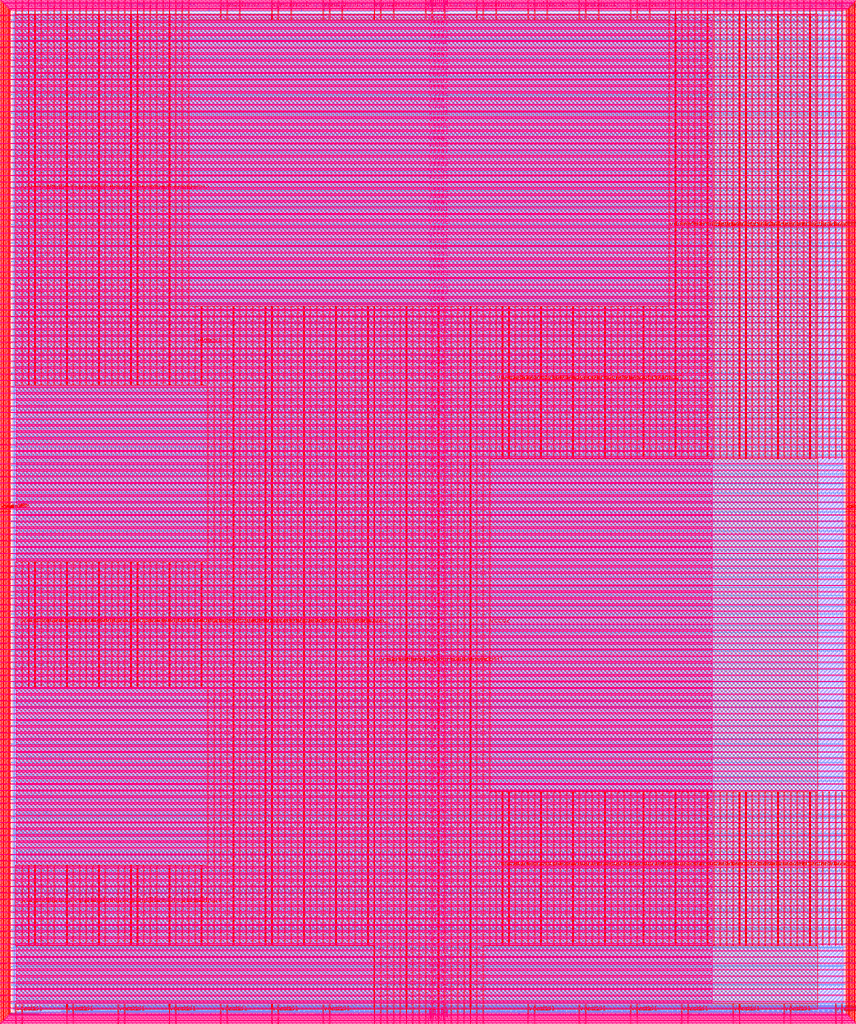
<source format=lef>
VERSION 5.7 ;
  NOWIREEXTENSIONATPIN ON ;
  DIVIDERCHAR "/" ;
  BUSBITCHARS "[]" ;
MACRO user_project_wrapper
  CLASS BLOCK ;
  FOREIGN user_project_wrapper ;
  ORIGIN 0.000 0.000 ;
  SIZE 2920.000 BY 3520.000 ;
  PIN analog_io[0]
    DIRECTION INOUT ;
    USE SIGNAL ;
    PORT
      LAYER met3 ;
        RECT 2917.600 1426.380 2924.800 1427.580 ;
    END
  END analog_io[0]
  PIN analog_io[10]
    DIRECTION INOUT ;
    USE SIGNAL ;
    PORT
      LAYER met2 ;
        RECT 2230.490 3517.600 2231.050 3524.800 ;
    END
  END analog_io[10]
  PIN analog_io[11]
    DIRECTION INOUT ;
    USE SIGNAL ;
    PORT
      LAYER met2 ;
        RECT 1905.730 3517.600 1906.290 3524.800 ;
    END
  END analog_io[11]
  PIN analog_io[12]
    DIRECTION INOUT ;
    USE SIGNAL ;
    PORT
      LAYER met2 ;
        RECT 1581.430 3517.600 1581.990 3524.800 ;
    END
  END analog_io[12]
  PIN analog_io[13]
    DIRECTION INOUT ;
    USE SIGNAL ;
    PORT
      LAYER met2 ;
        RECT 1257.130 3517.600 1257.690 3524.800 ;
    END
  END analog_io[13]
  PIN analog_io[14]
    DIRECTION INOUT ;
    USE SIGNAL ;
    PORT
      LAYER met2 ;
        RECT 932.370 3517.600 932.930 3524.800 ;
    END
  END analog_io[14]
  PIN analog_io[15]
    DIRECTION INOUT ;
    USE SIGNAL ;
    PORT
      LAYER met2 ;
        RECT 608.070 3517.600 608.630 3524.800 ;
    END
  END analog_io[15]
  PIN analog_io[16]
    DIRECTION INOUT ;
    USE SIGNAL ;
    PORT
      LAYER met2 ;
        RECT 283.770 3517.600 284.330 3524.800 ;
    END
  END analog_io[16]
  PIN analog_io[17]
    DIRECTION INOUT ;
    USE SIGNAL ;
    PORT
      LAYER met3 ;
        RECT -4.800 3486.100 2.400 3487.300 ;
    END
  END analog_io[17]
  PIN analog_io[18]
    DIRECTION INOUT ;
    USE SIGNAL ;
    PORT
      LAYER met3 ;
        RECT -4.800 3224.980 2.400 3226.180 ;
    END
  END analog_io[18]
  PIN analog_io[19]
    DIRECTION INOUT ;
    USE SIGNAL ;
    PORT
      LAYER met3 ;
        RECT -4.800 2964.540 2.400 2965.740 ;
    END
  END analog_io[19]
  PIN analog_io[1]
    DIRECTION INOUT ;
    USE SIGNAL ;
    PORT
      LAYER met3 ;
        RECT 2917.600 1692.260 2924.800 1693.460 ;
    END
  END analog_io[1]
  PIN analog_io[20]
    DIRECTION INOUT ;
    USE SIGNAL ;
    PORT
      LAYER met3 ;
        RECT -4.800 2703.420 2.400 2704.620 ;
    END
  END analog_io[20]
  PIN analog_io[21]
    DIRECTION INOUT ;
    USE SIGNAL ;
    PORT
      LAYER met3 ;
        RECT -4.800 2442.980 2.400 2444.180 ;
    END
  END analog_io[21]
  PIN analog_io[22]
    DIRECTION INOUT ;
    USE SIGNAL ;
    PORT
      LAYER met3 ;
        RECT -4.800 2182.540 2.400 2183.740 ;
    END
  END analog_io[22]
  PIN analog_io[23]
    DIRECTION INOUT ;
    USE SIGNAL ;
    PORT
      LAYER met3 ;
        RECT -4.800 1921.420 2.400 1922.620 ;
    END
  END analog_io[23]
  PIN analog_io[24]
    DIRECTION INOUT ;
    USE SIGNAL ;
    PORT
      LAYER met3 ;
        RECT -4.800 1660.980 2.400 1662.180 ;
    END
  END analog_io[24]
  PIN analog_io[25]
    DIRECTION INOUT ;
    USE SIGNAL ;
    PORT
      LAYER met3 ;
        RECT -4.800 1399.860 2.400 1401.060 ;
    END
  END analog_io[25]
  PIN analog_io[26]
    DIRECTION INOUT ;
    USE SIGNAL ;
    PORT
      LAYER met3 ;
        RECT -4.800 1139.420 2.400 1140.620 ;
    END
  END analog_io[26]
  PIN analog_io[27]
    DIRECTION INOUT ;
    USE SIGNAL ;
    PORT
      LAYER met3 ;
        RECT -4.800 878.980 2.400 880.180 ;
    END
  END analog_io[27]
  PIN analog_io[28]
    DIRECTION INOUT ;
    USE SIGNAL ;
    PORT
      LAYER met3 ;
        RECT -4.800 617.860 2.400 619.060 ;
    END
  END analog_io[28]
  PIN analog_io[2]
    DIRECTION INOUT ;
    USE SIGNAL ;
    PORT
      LAYER met3 ;
        RECT 2917.600 1958.140 2924.800 1959.340 ;
    END
  END analog_io[2]
  PIN analog_io[3]
    DIRECTION INOUT ;
    USE SIGNAL ;
    PORT
      LAYER met3 ;
        RECT 2917.600 2223.340 2924.800 2224.540 ;
    END
  END analog_io[3]
  PIN analog_io[4]
    DIRECTION INOUT ;
    USE SIGNAL ;
    PORT
      LAYER met3 ;
        RECT 2917.600 2489.220 2924.800 2490.420 ;
    END
  END analog_io[4]
  PIN analog_io[5]
    DIRECTION INOUT ;
    USE SIGNAL ;
    PORT
      LAYER met3 ;
        RECT 2917.600 2755.100 2924.800 2756.300 ;
    END
  END analog_io[5]
  PIN analog_io[6]
    DIRECTION INOUT ;
    USE SIGNAL ;
    PORT
      LAYER met3 ;
        RECT 2917.600 3020.300 2924.800 3021.500 ;
    END
  END analog_io[6]
  PIN analog_io[7]
    DIRECTION INOUT ;
    USE SIGNAL ;
    PORT
      LAYER met3 ;
        RECT 2917.600 3286.180 2924.800 3287.380 ;
    END
  END analog_io[7]
  PIN analog_io[8]
    DIRECTION INOUT ;
    USE SIGNAL ;
    PORT
      LAYER met2 ;
        RECT 2879.090 3517.600 2879.650 3524.800 ;
    END
  END analog_io[8]
  PIN analog_io[9]
    DIRECTION INOUT ;
    USE SIGNAL ;
    PORT
      LAYER met2 ;
        RECT 2554.790 3517.600 2555.350 3524.800 ;
    END
  END analog_io[9]
  PIN io_in[0]
    DIRECTION INPUT ;
    USE SIGNAL ;
    PORT
      LAYER met3 ;
        RECT 2917.600 32.380 2924.800 33.580 ;
    END
  END io_in[0]
  PIN io_in[10]
    DIRECTION INPUT ;
    USE SIGNAL ;
    PORT
      LAYER met3 ;
        RECT 2917.600 2289.980 2924.800 2291.180 ;
    END
  END io_in[10]
  PIN io_in[11]
    DIRECTION INPUT ;
    USE SIGNAL ;
    PORT
      LAYER met3 ;
        RECT 2917.600 2555.860 2924.800 2557.060 ;
    END
  END io_in[11]
  PIN io_in[12]
    DIRECTION INPUT ;
    USE SIGNAL ;
    PORT
      LAYER met3 ;
        RECT 2917.600 2821.060 2924.800 2822.260 ;
    END
  END io_in[12]
  PIN io_in[13]
    DIRECTION INPUT ;
    USE SIGNAL ;
    PORT
      LAYER met3 ;
        RECT 2917.600 3086.940 2924.800 3088.140 ;
    END
  END io_in[13]
  PIN io_in[14]
    DIRECTION INPUT ;
    USE SIGNAL ;
    PORT
      LAYER met3 ;
        RECT 2917.600 3352.820 2924.800 3354.020 ;
    END
  END io_in[14]
  PIN io_in[15]
    DIRECTION INPUT ;
    USE SIGNAL ;
    PORT
      LAYER met2 ;
        RECT 2798.130 3517.600 2798.690 3524.800 ;
    END
  END io_in[15]
  PIN io_in[16]
    DIRECTION INPUT ;
    USE SIGNAL ;
    PORT
      LAYER met2 ;
        RECT 2473.830 3517.600 2474.390 3524.800 ;
    END
  END io_in[16]
  PIN io_in[17]
    DIRECTION INPUT ;
    USE SIGNAL ;
    PORT
      LAYER met2 ;
        RECT 2149.070 3517.600 2149.630 3524.800 ;
    END
  END io_in[17]
  PIN io_in[18]
    DIRECTION INPUT ;
    USE SIGNAL ;
    PORT
      LAYER met2 ;
        RECT 1824.770 3517.600 1825.330 3524.800 ;
    END
  END io_in[18]
  PIN io_in[19]
    DIRECTION INPUT ;
    USE SIGNAL ;
    PORT
      LAYER met2 ;
        RECT 1500.470 3517.600 1501.030 3524.800 ;
    END
  END io_in[19]
  PIN io_in[1]
    DIRECTION INPUT ;
    USE SIGNAL ;
    PORT
      LAYER met3 ;
        RECT 2917.600 230.940 2924.800 232.140 ;
    END
  END io_in[1]
  PIN io_in[20]
    DIRECTION INPUT ;
    USE SIGNAL ;
    PORT
      LAYER met2 ;
        RECT 1175.710 3517.600 1176.270 3524.800 ;
    END
  END io_in[20]
  PIN io_in[21]
    DIRECTION INPUT ;
    USE SIGNAL ;
    PORT
      LAYER met2 ;
        RECT 851.410 3517.600 851.970 3524.800 ;
    END
  END io_in[21]
  PIN io_in[22]
    DIRECTION INPUT ;
    USE SIGNAL ;
    PORT
      LAYER met2 ;
        RECT 527.110 3517.600 527.670 3524.800 ;
    END
  END io_in[22]
  PIN io_in[23]
    DIRECTION INPUT ;
    USE SIGNAL ;
    PORT
      LAYER met2 ;
        RECT 202.350 3517.600 202.910 3524.800 ;
    END
  END io_in[23]
  PIN io_in[24]
    DIRECTION INPUT ;
    USE SIGNAL ;
    PORT
      LAYER met3 ;
        RECT -4.800 3420.820 2.400 3422.020 ;
    END
  END io_in[24]
  PIN io_in[25]
    DIRECTION INPUT ;
    USE SIGNAL ;
    PORT
      LAYER met3 ;
        RECT -4.800 3159.700 2.400 3160.900 ;
    END
  END io_in[25]
  PIN io_in[26]
    DIRECTION INPUT ;
    USE SIGNAL ;
    PORT
      LAYER met3 ;
        RECT -4.800 2899.260 2.400 2900.460 ;
    END
  END io_in[26]
  PIN io_in[27]
    DIRECTION INPUT ;
    USE SIGNAL ;
    PORT
      LAYER met3 ;
        RECT -4.800 2638.820 2.400 2640.020 ;
    END
  END io_in[27]
  PIN io_in[28]
    DIRECTION INPUT ;
    USE SIGNAL ;
    PORT
      LAYER met3 ;
        RECT -4.800 2377.700 2.400 2378.900 ;
    END
  END io_in[28]
  PIN io_in[29]
    DIRECTION INPUT ;
    USE SIGNAL ;
    PORT
      LAYER met3 ;
        RECT -4.800 2117.260 2.400 2118.460 ;
    END
  END io_in[29]
  PIN io_in[2]
    DIRECTION INPUT ;
    USE SIGNAL ;
    PORT
      LAYER met3 ;
        RECT 2917.600 430.180 2924.800 431.380 ;
    END
  END io_in[2]
  PIN io_in[30]
    DIRECTION INPUT ;
    USE SIGNAL ;
    PORT
      LAYER met3 ;
        RECT -4.800 1856.140 2.400 1857.340 ;
    END
  END io_in[30]
  PIN io_in[31]
    DIRECTION INPUT ;
    USE SIGNAL ;
    PORT
      LAYER met3 ;
        RECT -4.800 1595.700 2.400 1596.900 ;
    END
  END io_in[31]
  PIN io_in[32]
    DIRECTION INPUT ;
    USE SIGNAL ;
    PORT
      LAYER met3 ;
        RECT -4.800 1335.260 2.400 1336.460 ;
    END
  END io_in[32]
  PIN io_in[33]
    DIRECTION INPUT ;
    USE SIGNAL ;
    PORT
      LAYER met3 ;
        RECT -4.800 1074.140 2.400 1075.340 ;
    END
  END io_in[33]
  PIN io_in[34]
    DIRECTION INPUT ;
    USE SIGNAL ;
    PORT
      LAYER met3 ;
        RECT -4.800 813.700 2.400 814.900 ;
    END
  END io_in[34]
  PIN io_in[35]
    DIRECTION INPUT ;
    USE SIGNAL ;
    PORT
      LAYER met3 ;
        RECT -4.800 552.580 2.400 553.780 ;
    END
  END io_in[35]
  PIN io_in[36]
    DIRECTION INPUT ;
    USE SIGNAL ;
    PORT
      LAYER met3 ;
        RECT -4.800 357.420 2.400 358.620 ;
    END
  END io_in[36]
  PIN io_in[37]
    DIRECTION INPUT ;
    USE SIGNAL ;
    PORT
      LAYER met3 ;
        RECT -4.800 161.580 2.400 162.780 ;
    END
  END io_in[37]
  PIN io_in[3]
    DIRECTION INPUT ;
    USE SIGNAL ;
    PORT
      LAYER met3 ;
        RECT 2917.600 629.420 2924.800 630.620 ;
    END
  END io_in[3]
  PIN io_in[4]
    DIRECTION INPUT ;
    USE SIGNAL ;
    PORT
      LAYER met3 ;
        RECT 2917.600 828.660 2924.800 829.860 ;
    END
  END io_in[4]
  PIN io_in[5]
    DIRECTION INPUT ;
    USE SIGNAL ;
    PORT
      LAYER met3 ;
        RECT 2917.600 1027.900 2924.800 1029.100 ;
    END
  END io_in[5]
  PIN io_in[6]
    DIRECTION INPUT ;
    USE SIGNAL ;
    PORT
      LAYER met3 ;
        RECT 2917.600 1227.140 2924.800 1228.340 ;
    END
  END io_in[6]
  PIN io_in[7]
    DIRECTION INPUT ;
    USE SIGNAL ;
    PORT
      LAYER met3 ;
        RECT 2917.600 1493.020 2924.800 1494.220 ;
    END
  END io_in[7]
  PIN io_in[8]
    DIRECTION INPUT ;
    USE SIGNAL ;
    PORT
      LAYER met3 ;
        RECT 2917.600 1758.900 2924.800 1760.100 ;
    END
  END io_in[8]
  PIN io_in[9]
    DIRECTION INPUT ;
    USE SIGNAL ;
    PORT
      LAYER met3 ;
        RECT 2917.600 2024.100 2924.800 2025.300 ;
    END
  END io_in[9]
  PIN io_oeb[0]
    DIRECTION OUTPUT TRISTATE ;
    USE SIGNAL ;
    PORT
      LAYER met3 ;
        RECT 2917.600 164.980 2924.800 166.180 ;
    END
  END io_oeb[0]
  PIN io_oeb[10]
    DIRECTION OUTPUT TRISTATE ;
    USE SIGNAL ;
    PORT
      LAYER met3 ;
        RECT 2917.600 2422.580 2924.800 2423.780 ;
    END
  END io_oeb[10]
  PIN io_oeb[11]
    DIRECTION OUTPUT TRISTATE ;
    USE SIGNAL ;
    PORT
      LAYER met3 ;
        RECT 2917.600 2688.460 2924.800 2689.660 ;
    END
  END io_oeb[11]
  PIN io_oeb[12]
    DIRECTION OUTPUT TRISTATE ;
    USE SIGNAL ;
    PORT
      LAYER met3 ;
        RECT 2917.600 2954.340 2924.800 2955.540 ;
    END
  END io_oeb[12]
  PIN io_oeb[13]
    DIRECTION OUTPUT TRISTATE ;
    USE SIGNAL ;
    PORT
      LAYER met3 ;
        RECT 2917.600 3219.540 2924.800 3220.740 ;
    END
  END io_oeb[13]
  PIN io_oeb[14]
    DIRECTION OUTPUT TRISTATE ;
    USE SIGNAL ;
    PORT
      LAYER met3 ;
        RECT 2917.600 3485.420 2924.800 3486.620 ;
    END
  END io_oeb[14]
  PIN io_oeb[15]
    DIRECTION OUTPUT TRISTATE ;
    USE SIGNAL ;
    PORT
      LAYER met2 ;
        RECT 2635.750 3517.600 2636.310 3524.800 ;
    END
  END io_oeb[15]
  PIN io_oeb[16]
    DIRECTION OUTPUT TRISTATE ;
    USE SIGNAL ;
    PORT
      LAYER met2 ;
        RECT 2311.450 3517.600 2312.010 3524.800 ;
    END
  END io_oeb[16]
  PIN io_oeb[17]
    DIRECTION OUTPUT TRISTATE ;
    USE SIGNAL ;
    PORT
      LAYER met2 ;
        RECT 1987.150 3517.600 1987.710 3524.800 ;
    END
  END io_oeb[17]
  PIN io_oeb[18]
    DIRECTION OUTPUT TRISTATE ;
    USE SIGNAL ;
    PORT
      LAYER met2 ;
        RECT 1662.390 3517.600 1662.950 3524.800 ;
    END
  END io_oeb[18]
  PIN io_oeb[19]
    DIRECTION OUTPUT TRISTATE ;
    USE SIGNAL ;
    PORT
      LAYER met2 ;
        RECT 1338.090 3517.600 1338.650 3524.800 ;
    END
  END io_oeb[19]
  PIN io_oeb[1]
    DIRECTION OUTPUT TRISTATE ;
    USE SIGNAL ;
    PORT
      LAYER met3 ;
        RECT 2917.600 364.220 2924.800 365.420 ;
    END
  END io_oeb[1]
  PIN io_oeb[20]
    DIRECTION OUTPUT TRISTATE ;
    USE SIGNAL ;
    PORT
      LAYER met2 ;
        RECT 1013.790 3517.600 1014.350 3524.800 ;
    END
  END io_oeb[20]
  PIN io_oeb[21]
    DIRECTION OUTPUT TRISTATE ;
    USE SIGNAL ;
    PORT
      LAYER met2 ;
        RECT 689.030 3517.600 689.590 3524.800 ;
    END
  END io_oeb[21]
  PIN io_oeb[22]
    DIRECTION OUTPUT TRISTATE ;
    USE SIGNAL ;
    PORT
      LAYER met2 ;
        RECT 364.730 3517.600 365.290 3524.800 ;
    END
  END io_oeb[22]
  PIN io_oeb[23]
    DIRECTION OUTPUT TRISTATE ;
    USE SIGNAL ;
    PORT
      LAYER met2 ;
        RECT 40.430 3517.600 40.990 3524.800 ;
    END
  END io_oeb[23]
  PIN io_oeb[24]
    DIRECTION OUTPUT TRISTATE ;
    USE SIGNAL ;
    PORT
      LAYER met3 ;
        RECT -4.800 3290.260 2.400 3291.460 ;
    END
  END io_oeb[24]
  PIN io_oeb[25]
    DIRECTION OUTPUT TRISTATE ;
    USE SIGNAL ;
    PORT
      LAYER met3 ;
        RECT -4.800 3029.820 2.400 3031.020 ;
    END
  END io_oeb[25]
  PIN io_oeb[26]
    DIRECTION OUTPUT TRISTATE ;
    USE SIGNAL ;
    PORT
      LAYER met3 ;
        RECT -4.800 2768.700 2.400 2769.900 ;
    END
  END io_oeb[26]
  PIN io_oeb[27]
    DIRECTION OUTPUT TRISTATE ;
    USE SIGNAL ;
    PORT
      LAYER met3 ;
        RECT -4.800 2508.260 2.400 2509.460 ;
    END
  END io_oeb[27]
  PIN io_oeb[28]
    DIRECTION OUTPUT TRISTATE ;
    USE SIGNAL ;
    PORT
      LAYER met3 ;
        RECT -4.800 2247.140 2.400 2248.340 ;
    END
  END io_oeb[28]
  PIN io_oeb[29]
    DIRECTION OUTPUT TRISTATE ;
    USE SIGNAL ;
    PORT
      LAYER met3 ;
        RECT -4.800 1986.700 2.400 1987.900 ;
    END
  END io_oeb[29]
  PIN io_oeb[2]
    DIRECTION OUTPUT TRISTATE ;
    USE SIGNAL ;
    PORT
      LAYER met3 ;
        RECT 2917.600 563.460 2924.800 564.660 ;
    END
  END io_oeb[2]
  PIN io_oeb[30]
    DIRECTION OUTPUT TRISTATE ;
    USE SIGNAL ;
    PORT
      LAYER met3 ;
        RECT -4.800 1726.260 2.400 1727.460 ;
    END
  END io_oeb[30]
  PIN io_oeb[31]
    DIRECTION OUTPUT TRISTATE ;
    USE SIGNAL ;
    PORT
      LAYER met3 ;
        RECT -4.800 1465.140 2.400 1466.340 ;
    END
  END io_oeb[31]
  PIN io_oeb[32]
    DIRECTION OUTPUT TRISTATE ;
    USE SIGNAL ;
    PORT
      LAYER met3 ;
        RECT -4.800 1204.700 2.400 1205.900 ;
    END
  END io_oeb[32]
  PIN io_oeb[33]
    DIRECTION OUTPUT TRISTATE ;
    USE SIGNAL ;
    PORT
      LAYER met3 ;
        RECT -4.800 943.580 2.400 944.780 ;
    END
  END io_oeb[33]
  PIN io_oeb[34]
    DIRECTION OUTPUT TRISTATE ;
    USE SIGNAL ;
    PORT
      LAYER met3 ;
        RECT -4.800 683.140 2.400 684.340 ;
    END
  END io_oeb[34]
  PIN io_oeb[35]
    DIRECTION OUTPUT TRISTATE ;
    USE SIGNAL ;
    PORT
      LAYER met3 ;
        RECT -4.800 422.700 2.400 423.900 ;
    END
  END io_oeb[35]
  PIN io_oeb[36]
    DIRECTION OUTPUT TRISTATE ;
    USE SIGNAL ;
    PORT
      LAYER met3 ;
        RECT -4.800 226.860 2.400 228.060 ;
    END
  END io_oeb[36]
  PIN io_oeb[37]
    DIRECTION OUTPUT TRISTATE ;
    USE SIGNAL ;
    PORT
      LAYER met3 ;
        RECT -4.800 31.700 2.400 32.900 ;
    END
  END io_oeb[37]
  PIN io_oeb[3]
    DIRECTION OUTPUT TRISTATE ;
    USE SIGNAL ;
    PORT
      LAYER met3 ;
        RECT 2917.600 762.700 2924.800 763.900 ;
    END
  END io_oeb[3]
  PIN io_oeb[4]
    DIRECTION OUTPUT TRISTATE ;
    USE SIGNAL ;
    PORT
      LAYER met3 ;
        RECT 2917.600 961.940 2924.800 963.140 ;
    END
  END io_oeb[4]
  PIN io_oeb[5]
    DIRECTION OUTPUT TRISTATE ;
    USE SIGNAL ;
    PORT
      LAYER met3 ;
        RECT 2917.600 1161.180 2924.800 1162.380 ;
    END
  END io_oeb[5]
  PIN io_oeb[6]
    DIRECTION OUTPUT TRISTATE ;
    USE SIGNAL ;
    PORT
      LAYER met3 ;
        RECT 2917.600 1360.420 2924.800 1361.620 ;
    END
  END io_oeb[6]
  PIN io_oeb[7]
    DIRECTION OUTPUT TRISTATE ;
    USE SIGNAL ;
    PORT
      LAYER met3 ;
        RECT 2917.600 1625.620 2924.800 1626.820 ;
    END
  END io_oeb[7]
  PIN io_oeb[8]
    DIRECTION OUTPUT TRISTATE ;
    USE SIGNAL ;
    PORT
      LAYER met3 ;
        RECT 2917.600 1891.500 2924.800 1892.700 ;
    END
  END io_oeb[8]
  PIN io_oeb[9]
    DIRECTION OUTPUT TRISTATE ;
    USE SIGNAL ;
    PORT
      LAYER met3 ;
        RECT 2917.600 2157.380 2924.800 2158.580 ;
    END
  END io_oeb[9]
  PIN io_out[0]
    DIRECTION OUTPUT TRISTATE ;
    USE SIGNAL ;
    PORT
      LAYER met3 ;
        RECT 2917.600 98.340 2924.800 99.540 ;
    END
  END io_out[0]
  PIN io_out[10]
    DIRECTION OUTPUT TRISTATE ;
    USE SIGNAL ;
    PORT
      LAYER met3 ;
        RECT 2917.600 2356.620 2924.800 2357.820 ;
    END
  END io_out[10]
  PIN io_out[11]
    DIRECTION OUTPUT TRISTATE ;
    USE SIGNAL ;
    PORT
      LAYER met3 ;
        RECT 2917.600 2621.820 2924.800 2623.020 ;
    END
  END io_out[11]
  PIN io_out[12]
    DIRECTION OUTPUT TRISTATE ;
    USE SIGNAL ;
    PORT
      LAYER met3 ;
        RECT 2917.600 2887.700 2924.800 2888.900 ;
    END
  END io_out[12]
  PIN io_out[13]
    DIRECTION OUTPUT TRISTATE ;
    USE SIGNAL ;
    PORT
      LAYER met3 ;
        RECT 2917.600 3153.580 2924.800 3154.780 ;
    END
  END io_out[13]
  PIN io_out[14]
    DIRECTION OUTPUT TRISTATE ;
    USE SIGNAL ;
    PORT
      LAYER met3 ;
        RECT 2917.600 3418.780 2924.800 3419.980 ;
    END
  END io_out[14]
  PIN io_out[15]
    DIRECTION OUTPUT TRISTATE ;
    USE SIGNAL ;
    PORT
      LAYER met2 ;
        RECT 2717.170 3517.600 2717.730 3524.800 ;
    END
  END io_out[15]
  PIN io_out[16]
    DIRECTION OUTPUT TRISTATE ;
    USE SIGNAL ;
    PORT
      LAYER met2 ;
        RECT 2392.410 3517.600 2392.970 3524.800 ;
    END
  END io_out[16]
  PIN io_out[17]
    DIRECTION OUTPUT TRISTATE ;
    USE SIGNAL ;
    PORT
      LAYER met2 ;
        RECT 2068.110 3517.600 2068.670 3524.800 ;
    END
  END io_out[17]
  PIN io_out[18]
    DIRECTION OUTPUT TRISTATE ;
    USE SIGNAL ;
    PORT
      LAYER met2 ;
        RECT 1743.810 3517.600 1744.370 3524.800 ;
    END
  END io_out[18]
  PIN io_out[19]
    DIRECTION OUTPUT TRISTATE ;
    USE SIGNAL ;
    PORT
      LAYER met2 ;
        RECT 1419.050 3517.600 1419.610 3524.800 ;
    END
  END io_out[19]
  PIN io_out[1]
    DIRECTION OUTPUT TRISTATE ;
    USE SIGNAL ;
    PORT
      LAYER met3 ;
        RECT 2917.600 297.580 2924.800 298.780 ;
    END
  END io_out[1]
  PIN io_out[20]
    DIRECTION OUTPUT TRISTATE ;
    USE SIGNAL ;
    PORT
      LAYER met2 ;
        RECT 1094.750 3517.600 1095.310 3524.800 ;
    END
  END io_out[20]
  PIN io_out[21]
    DIRECTION OUTPUT TRISTATE ;
    USE SIGNAL ;
    PORT
      LAYER met2 ;
        RECT 770.450 3517.600 771.010 3524.800 ;
    END
  END io_out[21]
  PIN io_out[22]
    DIRECTION OUTPUT TRISTATE ;
    USE SIGNAL ;
    PORT
      LAYER met2 ;
        RECT 445.690 3517.600 446.250 3524.800 ;
    END
  END io_out[22]
  PIN io_out[23]
    DIRECTION OUTPUT TRISTATE ;
    USE SIGNAL ;
    PORT
      LAYER met2 ;
        RECT 121.390 3517.600 121.950 3524.800 ;
    END
  END io_out[23]
  PIN io_out[24]
    DIRECTION OUTPUT TRISTATE ;
    USE SIGNAL ;
    PORT
      LAYER met3 ;
        RECT -4.800 3355.540 2.400 3356.740 ;
    END
  END io_out[24]
  PIN io_out[25]
    DIRECTION OUTPUT TRISTATE ;
    USE SIGNAL ;
    PORT
      LAYER met3 ;
        RECT -4.800 3095.100 2.400 3096.300 ;
    END
  END io_out[25]
  PIN io_out[26]
    DIRECTION OUTPUT TRISTATE ;
    USE SIGNAL ;
    PORT
      LAYER met3 ;
        RECT -4.800 2833.980 2.400 2835.180 ;
    END
  END io_out[26]
  PIN io_out[27]
    DIRECTION OUTPUT TRISTATE ;
    USE SIGNAL ;
    PORT
      LAYER met3 ;
        RECT -4.800 2573.540 2.400 2574.740 ;
    END
  END io_out[27]
  PIN io_out[28]
    DIRECTION OUTPUT TRISTATE ;
    USE SIGNAL ;
    PORT
      LAYER met3 ;
        RECT -4.800 2312.420 2.400 2313.620 ;
    END
  END io_out[28]
  PIN io_out[29]
    DIRECTION OUTPUT TRISTATE ;
    USE SIGNAL ;
    PORT
      LAYER met3 ;
        RECT -4.800 2051.980 2.400 2053.180 ;
    END
  END io_out[29]
  PIN io_out[2]
    DIRECTION OUTPUT TRISTATE ;
    USE SIGNAL ;
    PORT
      LAYER met3 ;
        RECT 2917.600 496.820 2924.800 498.020 ;
    END
  END io_out[2]
  PIN io_out[30]
    DIRECTION OUTPUT TRISTATE ;
    USE SIGNAL ;
    PORT
      LAYER met3 ;
        RECT -4.800 1791.540 2.400 1792.740 ;
    END
  END io_out[30]
  PIN io_out[31]
    DIRECTION OUTPUT TRISTATE ;
    USE SIGNAL ;
    PORT
      LAYER met3 ;
        RECT -4.800 1530.420 2.400 1531.620 ;
    END
  END io_out[31]
  PIN io_out[32]
    DIRECTION OUTPUT TRISTATE ;
    USE SIGNAL ;
    PORT
      LAYER met3 ;
        RECT -4.800 1269.980 2.400 1271.180 ;
    END
  END io_out[32]
  PIN io_out[33]
    DIRECTION OUTPUT TRISTATE ;
    USE SIGNAL ;
    PORT
      LAYER met3 ;
        RECT -4.800 1008.860 2.400 1010.060 ;
    END
  END io_out[33]
  PIN io_out[34]
    DIRECTION OUTPUT TRISTATE ;
    USE SIGNAL ;
    PORT
      LAYER met3 ;
        RECT -4.800 748.420 2.400 749.620 ;
    END
  END io_out[34]
  PIN io_out[35]
    DIRECTION OUTPUT TRISTATE ;
    USE SIGNAL ;
    PORT
      LAYER met3 ;
        RECT -4.800 487.300 2.400 488.500 ;
    END
  END io_out[35]
  PIN io_out[36]
    DIRECTION OUTPUT TRISTATE ;
    USE SIGNAL ;
    PORT
      LAYER met3 ;
        RECT -4.800 292.140 2.400 293.340 ;
    END
  END io_out[36]
  PIN io_out[37]
    DIRECTION OUTPUT TRISTATE ;
    USE SIGNAL ;
    PORT
      LAYER met3 ;
        RECT -4.800 96.300 2.400 97.500 ;
    END
  END io_out[37]
  PIN io_out[3]
    DIRECTION OUTPUT TRISTATE ;
    USE SIGNAL ;
    PORT
      LAYER met3 ;
        RECT 2917.600 696.060 2924.800 697.260 ;
    END
  END io_out[3]
  PIN io_out[4]
    DIRECTION OUTPUT TRISTATE ;
    USE SIGNAL ;
    PORT
      LAYER met3 ;
        RECT 2917.600 895.300 2924.800 896.500 ;
    END
  END io_out[4]
  PIN io_out[5]
    DIRECTION OUTPUT TRISTATE ;
    USE SIGNAL ;
    PORT
      LAYER met3 ;
        RECT 2917.600 1094.540 2924.800 1095.740 ;
    END
  END io_out[5]
  PIN io_out[6]
    DIRECTION OUTPUT TRISTATE ;
    USE SIGNAL ;
    PORT
      LAYER met3 ;
        RECT 2917.600 1293.780 2924.800 1294.980 ;
    END
  END io_out[6]
  PIN io_out[7]
    DIRECTION OUTPUT TRISTATE ;
    USE SIGNAL ;
    PORT
      LAYER met3 ;
        RECT 2917.600 1559.660 2924.800 1560.860 ;
    END
  END io_out[7]
  PIN io_out[8]
    DIRECTION OUTPUT TRISTATE ;
    USE SIGNAL ;
    PORT
      LAYER met3 ;
        RECT 2917.600 1824.860 2924.800 1826.060 ;
    END
  END io_out[8]
  PIN io_out[9]
    DIRECTION OUTPUT TRISTATE ;
    USE SIGNAL ;
    PORT
      LAYER met3 ;
        RECT 2917.600 2090.740 2924.800 2091.940 ;
    END
  END io_out[9]
  PIN la_data_in[0]
    DIRECTION INPUT ;
    USE SIGNAL ;
    PORT
      LAYER met2 ;
        RECT 629.230 -4.800 629.790 2.400 ;
    END
  END la_data_in[0]
  PIN la_data_in[100]
    DIRECTION INPUT ;
    USE SIGNAL ;
    PORT
      LAYER met2 ;
        RECT 2402.530 -4.800 2403.090 2.400 ;
    END
  END la_data_in[100]
  PIN la_data_in[101]
    DIRECTION INPUT ;
    USE SIGNAL ;
    PORT
      LAYER met2 ;
        RECT 2420.010 -4.800 2420.570 2.400 ;
    END
  END la_data_in[101]
  PIN la_data_in[102]
    DIRECTION INPUT ;
    USE SIGNAL ;
    PORT
      LAYER met2 ;
        RECT 2437.950 -4.800 2438.510 2.400 ;
    END
  END la_data_in[102]
  PIN la_data_in[103]
    DIRECTION INPUT ;
    USE SIGNAL ;
    PORT
      LAYER met2 ;
        RECT 2455.430 -4.800 2455.990 2.400 ;
    END
  END la_data_in[103]
  PIN la_data_in[104]
    DIRECTION INPUT ;
    USE SIGNAL ;
    PORT
      LAYER met2 ;
        RECT 2473.370 -4.800 2473.930 2.400 ;
    END
  END la_data_in[104]
  PIN la_data_in[105]
    DIRECTION INPUT ;
    USE SIGNAL ;
    PORT
      LAYER met2 ;
        RECT 2490.850 -4.800 2491.410 2.400 ;
    END
  END la_data_in[105]
  PIN la_data_in[106]
    DIRECTION INPUT ;
    USE SIGNAL ;
    PORT
      LAYER met2 ;
        RECT 2508.790 -4.800 2509.350 2.400 ;
    END
  END la_data_in[106]
  PIN la_data_in[107]
    DIRECTION INPUT ;
    USE SIGNAL ;
    PORT
      LAYER met2 ;
        RECT 2526.730 -4.800 2527.290 2.400 ;
    END
  END la_data_in[107]
  PIN la_data_in[108]
    DIRECTION INPUT ;
    USE SIGNAL ;
    PORT
      LAYER met2 ;
        RECT 2544.210 -4.800 2544.770 2.400 ;
    END
  END la_data_in[108]
  PIN la_data_in[109]
    DIRECTION INPUT ;
    USE SIGNAL ;
    PORT
      LAYER met2 ;
        RECT 2562.150 -4.800 2562.710 2.400 ;
    END
  END la_data_in[109]
  PIN la_data_in[10]
    DIRECTION INPUT ;
    USE SIGNAL ;
    PORT
      LAYER met2 ;
        RECT 806.330 -4.800 806.890 2.400 ;
    END
  END la_data_in[10]
  PIN la_data_in[110]
    DIRECTION INPUT ;
    USE SIGNAL ;
    PORT
      LAYER met2 ;
        RECT 2579.630 -4.800 2580.190 2.400 ;
    END
  END la_data_in[110]
  PIN la_data_in[111]
    DIRECTION INPUT ;
    USE SIGNAL ;
    PORT
      LAYER met2 ;
        RECT 2597.570 -4.800 2598.130 2.400 ;
    END
  END la_data_in[111]
  PIN la_data_in[112]
    DIRECTION INPUT ;
    USE SIGNAL ;
    PORT
      LAYER met2 ;
        RECT 2615.050 -4.800 2615.610 2.400 ;
    END
  END la_data_in[112]
  PIN la_data_in[113]
    DIRECTION INPUT ;
    USE SIGNAL ;
    PORT
      LAYER met2 ;
        RECT 2632.990 -4.800 2633.550 2.400 ;
    END
  END la_data_in[113]
  PIN la_data_in[114]
    DIRECTION INPUT ;
    USE SIGNAL ;
    PORT
      LAYER met2 ;
        RECT 2650.470 -4.800 2651.030 2.400 ;
    END
  END la_data_in[114]
  PIN la_data_in[115]
    DIRECTION INPUT ;
    USE SIGNAL ;
    PORT
      LAYER met2 ;
        RECT 2668.410 -4.800 2668.970 2.400 ;
    END
  END la_data_in[115]
  PIN la_data_in[116]
    DIRECTION INPUT ;
    USE SIGNAL ;
    PORT
      LAYER met2 ;
        RECT 2685.890 -4.800 2686.450 2.400 ;
    END
  END la_data_in[116]
  PIN la_data_in[117]
    DIRECTION INPUT ;
    USE SIGNAL ;
    PORT
      LAYER met2 ;
        RECT 2703.830 -4.800 2704.390 2.400 ;
    END
  END la_data_in[117]
  PIN la_data_in[118]
    DIRECTION INPUT ;
    USE SIGNAL ;
    PORT
      LAYER met2 ;
        RECT 2721.770 -4.800 2722.330 2.400 ;
    END
  END la_data_in[118]
  PIN la_data_in[119]
    DIRECTION INPUT ;
    USE SIGNAL ;
    PORT
      LAYER met2 ;
        RECT 2739.250 -4.800 2739.810 2.400 ;
    END
  END la_data_in[119]
  PIN la_data_in[11]
    DIRECTION INPUT ;
    USE SIGNAL ;
    PORT
      LAYER met2 ;
        RECT 824.270 -4.800 824.830 2.400 ;
    END
  END la_data_in[11]
  PIN la_data_in[120]
    DIRECTION INPUT ;
    USE SIGNAL ;
    PORT
      LAYER met2 ;
        RECT 2757.190 -4.800 2757.750 2.400 ;
    END
  END la_data_in[120]
  PIN la_data_in[121]
    DIRECTION INPUT ;
    USE SIGNAL ;
    PORT
      LAYER met2 ;
        RECT 2774.670 -4.800 2775.230 2.400 ;
    END
  END la_data_in[121]
  PIN la_data_in[122]
    DIRECTION INPUT ;
    USE SIGNAL ;
    PORT
      LAYER met2 ;
        RECT 2792.610 -4.800 2793.170 2.400 ;
    END
  END la_data_in[122]
  PIN la_data_in[123]
    DIRECTION INPUT ;
    USE SIGNAL ;
    PORT
      LAYER met2 ;
        RECT 2810.090 -4.800 2810.650 2.400 ;
    END
  END la_data_in[123]
  PIN la_data_in[124]
    DIRECTION INPUT ;
    USE SIGNAL ;
    PORT
      LAYER met2 ;
        RECT 2828.030 -4.800 2828.590 2.400 ;
    END
  END la_data_in[124]
  PIN la_data_in[125]
    DIRECTION INPUT ;
    USE SIGNAL ;
    PORT
      LAYER met2 ;
        RECT 2845.510 -4.800 2846.070 2.400 ;
    END
  END la_data_in[125]
  PIN la_data_in[126]
    DIRECTION INPUT ;
    USE SIGNAL ;
    PORT
      LAYER met2 ;
        RECT 2863.450 -4.800 2864.010 2.400 ;
    END
  END la_data_in[126]
  PIN la_data_in[127]
    DIRECTION INPUT ;
    USE SIGNAL ;
    PORT
      LAYER met2 ;
        RECT 2881.390 -4.800 2881.950 2.400 ;
    END
  END la_data_in[127]
  PIN la_data_in[12]
    DIRECTION INPUT ;
    USE SIGNAL ;
    PORT
      LAYER met2 ;
        RECT 841.750 -4.800 842.310 2.400 ;
    END
  END la_data_in[12]
  PIN la_data_in[13]
    DIRECTION INPUT ;
    USE SIGNAL ;
    PORT
      LAYER met2 ;
        RECT 859.690 -4.800 860.250 2.400 ;
    END
  END la_data_in[13]
  PIN la_data_in[14]
    DIRECTION INPUT ;
    USE SIGNAL ;
    PORT
      LAYER met2 ;
        RECT 877.170 -4.800 877.730 2.400 ;
    END
  END la_data_in[14]
  PIN la_data_in[15]
    DIRECTION INPUT ;
    USE SIGNAL ;
    PORT
      LAYER met2 ;
        RECT 895.110 -4.800 895.670 2.400 ;
    END
  END la_data_in[15]
  PIN la_data_in[16]
    DIRECTION INPUT ;
    USE SIGNAL ;
    PORT
      LAYER met2 ;
        RECT 912.590 -4.800 913.150 2.400 ;
    END
  END la_data_in[16]
  PIN la_data_in[17]
    DIRECTION INPUT ;
    USE SIGNAL ;
    PORT
      LAYER met2 ;
        RECT 930.530 -4.800 931.090 2.400 ;
    END
  END la_data_in[17]
  PIN la_data_in[18]
    DIRECTION INPUT ;
    USE SIGNAL ;
    PORT
      LAYER met2 ;
        RECT 948.470 -4.800 949.030 2.400 ;
    END
  END la_data_in[18]
  PIN la_data_in[19]
    DIRECTION INPUT ;
    USE SIGNAL ;
    PORT
      LAYER met2 ;
        RECT 965.950 -4.800 966.510 2.400 ;
    END
  END la_data_in[19]
  PIN la_data_in[1]
    DIRECTION INPUT ;
    USE SIGNAL ;
    PORT
      LAYER met2 ;
        RECT 646.710 -4.800 647.270 2.400 ;
    END
  END la_data_in[1]
  PIN la_data_in[20]
    DIRECTION INPUT ;
    USE SIGNAL ;
    PORT
      LAYER met2 ;
        RECT 983.890 -4.800 984.450 2.400 ;
    END
  END la_data_in[20]
  PIN la_data_in[21]
    DIRECTION INPUT ;
    USE SIGNAL ;
    PORT
      LAYER met2 ;
        RECT 1001.370 -4.800 1001.930 2.400 ;
    END
  END la_data_in[21]
  PIN la_data_in[22]
    DIRECTION INPUT ;
    USE SIGNAL ;
    PORT
      LAYER met2 ;
        RECT 1019.310 -4.800 1019.870 2.400 ;
    END
  END la_data_in[22]
  PIN la_data_in[23]
    DIRECTION INPUT ;
    USE SIGNAL ;
    PORT
      LAYER met2 ;
        RECT 1036.790 -4.800 1037.350 2.400 ;
    END
  END la_data_in[23]
  PIN la_data_in[24]
    DIRECTION INPUT ;
    USE SIGNAL ;
    PORT
      LAYER met2 ;
        RECT 1054.730 -4.800 1055.290 2.400 ;
    END
  END la_data_in[24]
  PIN la_data_in[25]
    DIRECTION INPUT ;
    USE SIGNAL ;
    PORT
      LAYER met2 ;
        RECT 1072.210 -4.800 1072.770 2.400 ;
    END
  END la_data_in[25]
  PIN la_data_in[26]
    DIRECTION INPUT ;
    USE SIGNAL ;
    PORT
      LAYER met2 ;
        RECT 1090.150 -4.800 1090.710 2.400 ;
    END
  END la_data_in[26]
  PIN la_data_in[27]
    DIRECTION INPUT ;
    USE SIGNAL ;
    PORT
      LAYER met2 ;
        RECT 1107.630 -4.800 1108.190 2.400 ;
    END
  END la_data_in[27]
  PIN la_data_in[28]
    DIRECTION INPUT ;
    USE SIGNAL ;
    PORT
      LAYER met2 ;
        RECT 1125.570 -4.800 1126.130 2.400 ;
    END
  END la_data_in[28]
  PIN la_data_in[29]
    DIRECTION INPUT ;
    USE SIGNAL ;
    PORT
      LAYER met2 ;
        RECT 1143.510 -4.800 1144.070 2.400 ;
    END
  END la_data_in[29]
  PIN la_data_in[2]
    DIRECTION INPUT ;
    USE SIGNAL ;
    PORT
      LAYER met2 ;
        RECT 664.650 -4.800 665.210 2.400 ;
    END
  END la_data_in[2]
  PIN la_data_in[30]
    DIRECTION INPUT ;
    USE SIGNAL ;
    PORT
      LAYER met2 ;
        RECT 1160.990 -4.800 1161.550 2.400 ;
    END
  END la_data_in[30]
  PIN la_data_in[31]
    DIRECTION INPUT ;
    USE SIGNAL ;
    PORT
      LAYER met2 ;
        RECT 1178.930 -4.800 1179.490 2.400 ;
    END
  END la_data_in[31]
  PIN la_data_in[32]
    DIRECTION INPUT ;
    USE SIGNAL ;
    PORT
      LAYER met2 ;
        RECT 1196.410 -4.800 1196.970 2.400 ;
    END
  END la_data_in[32]
  PIN la_data_in[33]
    DIRECTION INPUT ;
    USE SIGNAL ;
    PORT
      LAYER met2 ;
        RECT 1214.350 -4.800 1214.910 2.400 ;
    END
  END la_data_in[33]
  PIN la_data_in[34]
    DIRECTION INPUT ;
    USE SIGNAL ;
    PORT
      LAYER met2 ;
        RECT 1231.830 -4.800 1232.390 2.400 ;
    END
  END la_data_in[34]
  PIN la_data_in[35]
    DIRECTION INPUT ;
    USE SIGNAL ;
    PORT
      LAYER met2 ;
        RECT 1249.770 -4.800 1250.330 2.400 ;
    END
  END la_data_in[35]
  PIN la_data_in[36]
    DIRECTION INPUT ;
    USE SIGNAL ;
    PORT
      LAYER met2 ;
        RECT 1267.250 -4.800 1267.810 2.400 ;
    END
  END la_data_in[36]
  PIN la_data_in[37]
    DIRECTION INPUT ;
    USE SIGNAL ;
    PORT
      LAYER met2 ;
        RECT 1285.190 -4.800 1285.750 2.400 ;
    END
  END la_data_in[37]
  PIN la_data_in[38]
    DIRECTION INPUT ;
    USE SIGNAL ;
    PORT
      LAYER met2 ;
        RECT 1303.130 -4.800 1303.690 2.400 ;
    END
  END la_data_in[38]
  PIN la_data_in[39]
    DIRECTION INPUT ;
    USE SIGNAL ;
    PORT
      LAYER met2 ;
        RECT 1320.610 -4.800 1321.170 2.400 ;
    END
  END la_data_in[39]
  PIN la_data_in[3]
    DIRECTION INPUT ;
    USE SIGNAL ;
    PORT
      LAYER met2 ;
        RECT 682.130 -4.800 682.690 2.400 ;
    END
  END la_data_in[3]
  PIN la_data_in[40]
    DIRECTION INPUT ;
    USE SIGNAL ;
    PORT
      LAYER met2 ;
        RECT 1338.550 -4.800 1339.110 2.400 ;
    END
  END la_data_in[40]
  PIN la_data_in[41]
    DIRECTION INPUT ;
    USE SIGNAL ;
    PORT
      LAYER met2 ;
        RECT 1356.030 -4.800 1356.590 2.400 ;
    END
  END la_data_in[41]
  PIN la_data_in[42]
    DIRECTION INPUT ;
    USE SIGNAL ;
    PORT
      LAYER met2 ;
        RECT 1373.970 -4.800 1374.530 2.400 ;
    END
  END la_data_in[42]
  PIN la_data_in[43]
    DIRECTION INPUT ;
    USE SIGNAL ;
    PORT
      LAYER met2 ;
        RECT 1391.450 -4.800 1392.010 2.400 ;
    END
  END la_data_in[43]
  PIN la_data_in[44]
    DIRECTION INPUT ;
    USE SIGNAL ;
    PORT
      LAYER met2 ;
        RECT 1409.390 -4.800 1409.950 2.400 ;
    END
  END la_data_in[44]
  PIN la_data_in[45]
    DIRECTION INPUT ;
    USE SIGNAL ;
    PORT
      LAYER met2 ;
        RECT 1426.870 -4.800 1427.430 2.400 ;
    END
  END la_data_in[45]
  PIN la_data_in[46]
    DIRECTION INPUT ;
    USE SIGNAL ;
    PORT
      LAYER met2 ;
        RECT 1444.810 -4.800 1445.370 2.400 ;
    END
  END la_data_in[46]
  PIN la_data_in[47]
    DIRECTION INPUT ;
    USE SIGNAL ;
    PORT
      LAYER met2 ;
        RECT 1462.750 -4.800 1463.310 2.400 ;
    END
  END la_data_in[47]
  PIN la_data_in[48]
    DIRECTION INPUT ;
    USE SIGNAL ;
    PORT
      LAYER met2 ;
        RECT 1480.230 -4.800 1480.790 2.400 ;
    END
  END la_data_in[48]
  PIN la_data_in[49]
    DIRECTION INPUT ;
    USE SIGNAL ;
    PORT
      LAYER met2 ;
        RECT 1498.170 -4.800 1498.730 2.400 ;
    END
  END la_data_in[49]
  PIN la_data_in[4]
    DIRECTION INPUT ;
    USE SIGNAL ;
    PORT
      LAYER met2 ;
        RECT 700.070 -4.800 700.630 2.400 ;
    END
  END la_data_in[4]
  PIN la_data_in[50]
    DIRECTION INPUT ;
    USE SIGNAL ;
    PORT
      LAYER met2 ;
        RECT 1515.650 -4.800 1516.210 2.400 ;
    END
  END la_data_in[50]
  PIN la_data_in[51]
    DIRECTION INPUT ;
    USE SIGNAL ;
    PORT
      LAYER met2 ;
        RECT 1533.590 -4.800 1534.150 2.400 ;
    END
  END la_data_in[51]
  PIN la_data_in[52]
    DIRECTION INPUT ;
    USE SIGNAL ;
    PORT
      LAYER met2 ;
        RECT 1551.070 -4.800 1551.630 2.400 ;
    END
  END la_data_in[52]
  PIN la_data_in[53]
    DIRECTION INPUT ;
    USE SIGNAL ;
    PORT
      LAYER met2 ;
        RECT 1569.010 -4.800 1569.570 2.400 ;
    END
  END la_data_in[53]
  PIN la_data_in[54]
    DIRECTION INPUT ;
    USE SIGNAL ;
    PORT
      LAYER met2 ;
        RECT 1586.490 -4.800 1587.050 2.400 ;
    END
  END la_data_in[54]
  PIN la_data_in[55]
    DIRECTION INPUT ;
    USE SIGNAL ;
    PORT
      LAYER met2 ;
        RECT 1604.430 -4.800 1604.990 2.400 ;
    END
  END la_data_in[55]
  PIN la_data_in[56]
    DIRECTION INPUT ;
    USE SIGNAL ;
    PORT
      LAYER met2 ;
        RECT 1621.910 -4.800 1622.470 2.400 ;
    END
  END la_data_in[56]
  PIN la_data_in[57]
    DIRECTION INPUT ;
    USE SIGNAL ;
    PORT
      LAYER met2 ;
        RECT 1639.850 -4.800 1640.410 2.400 ;
    END
  END la_data_in[57]
  PIN la_data_in[58]
    DIRECTION INPUT ;
    USE SIGNAL ;
    PORT
      LAYER met2 ;
        RECT 1657.790 -4.800 1658.350 2.400 ;
    END
  END la_data_in[58]
  PIN la_data_in[59]
    DIRECTION INPUT ;
    USE SIGNAL ;
    PORT
      LAYER met2 ;
        RECT 1675.270 -4.800 1675.830 2.400 ;
    END
  END la_data_in[59]
  PIN la_data_in[5]
    DIRECTION INPUT ;
    USE SIGNAL ;
    PORT
      LAYER met2 ;
        RECT 717.550 -4.800 718.110 2.400 ;
    END
  END la_data_in[5]
  PIN la_data_in[60]
    DIRECTION INPUT ;
    USE SIGNAL ;
    PORT
      LAYER met2 ;
        RECT 1693.210 -4.800 1693.770 2.400 ;
    END
  END la_data_in[60]
  PIN la_data_in[61]
    DIRECTION INPUT ;
    USE SIGNAL ;
    PORT
      LAYER met2 ;
        RECT 1710.690 -4.800 1711.250 2.400 ;
    END
  END la_data_in[61]
  PIN la_data_in[62]
    DIRECTION INPUT ;
    USE SIGNAL ;
    PORT
      LAYER met2 ;
        RECT 1728.630 -4.800 1729.190 2.400 ;
    END
  END la_data_in[62]
  PIN la_data_in[63]
    DIRECTION INPUT ;
    USE SIGNAL ;
    PORT
      LAYER met2 ;
        RECT 1746.110 -4.800 1746.670 2.400 ;
    END
  END la_data_in[63]
  PIN la_data_in[64]
    DIRECTION INPUT ;
    USE SIGNAL ;
    PORT
      LAYER met2 ;
        RECT 1764.050 -4.800 1764.610 2.400 ;
    END
  END la_data_in[64]
  PIN la_data_in[65]
    DIRECTION INPUT ;
    USE SIGNAL ;
    PORT
      LAYER met2 ;
        RECT 1781.530 -4.800 1782.090 2.400 ;
    END
  END la_data_in[65]
  PIN la_data_in[66]
    DIRECTION INPUT ;
    USE SIGNAL ;
    PORT
      LAYER met2 ;
        RECT 1799.470 -4.800 1800.030 2.400 ;
    END
  END la_data_in[66]
  PIN la_data_in[67]
    DIRECTION INPUT ;
    USE SIGNAL ;
    PORT
      LAYER met2 ;
        RECT 1817.410 -4.800 1817.970 2.400 ;
    END
  END la_data_in[67]
  PIN la_data_in[68]
    DIRECTION INPUT ;
    USE SIGNAL ;
    PORT
      LAYER met2 ;
        RECT 1834.890 -4.800 1835.450 2.400 ;
    END
  END la_data_in[68]
  PIN la_data_in[69]
    DIRECTION INPUT ;
    USE SIGNAL ;
    PORT
      LAYER met2 ;
        RECT 1852.830 -4.800 1853.390 2.400 ;
    END
  END la_data_in[69]
  PIN la_data_in[6]
    DIRECTION INPUT ;
    USE SIGNAL ;
    PORT
      LAYER met2 ;
        RECT 735.490 -4.800 736.050 2.400 ;
    END
  END la_data_in[6]
  PIN la_data_in[70]
    DIRECTION INPUT ;
    USE SIGNAL ;
    PORT
      LAYER met2 ;
        RECT 1870.310 -4.800 1870.870 2.400 ;
    END
  END la_data_in[70]
  PIN la_data_in[71]
    DIRECTION INPUT ;
    USE SIGNAL ;
    PORT
      LAYER met2 ;
        RECT 1888.250 -4.800 1888.810 2.400 ;
    END
  END la_data_in[71]
  PIN la_data_in[72]
    DIRECTION INPUT ;
    USE SIGNAL ;
    PORT
      LAYER met2 ;
        RECT 1905.730 -4.800 1906.290 2.400 ;
    END
  END la_data_in[72]
  PIN la_data_in[73]
    DIRECTION INPUT ;
    USE SIGNAL ;
    PORT
      LAYER met2 ;
        RECT 1923.670 -4.800 1924.230 2.400 ;
    END
  END la_data_in[73]
  PIN la_data_in[74]
    DIRECTION INPUT ;
    USE SIGNAL ;
    PORT
      LAYER met2 ;
        RECT 1941.150 -4.800 1941.710 2.400 ;
    END
  END la_data_in[74]
  PIN la_data_in[75]
    DIRECTION INPUT ;
    USE SIGNAL ;
    PORT
      LAYER met2 ;
        RECT 1959.090 -4.800 1959.650 2.400 ;
    END
  END la_data_in[75]
  PIN la_data_in[76]
    DIRECTION INPUT ;
    USE SIGNAL ;
    PORT
      LAYER met2 ;
        RECT 1976.570 -4.800 1977.130 2.400 ;
    END
  END la_data_in[76]
  PIN la_data_in[77]
    DIRECTION INPUT ;
    USE SIGNAL ;
    PORT
      LAYER met2 ;
        RECT 1994.510 -4.800 1995.070 2.400 ;
    END
  END la_data_in[77]
  PIN la_data_in[78]
    DIRECTION INPUT ;
    USE SIGNAL ;
    PORT
      LAYER met2 ;
        RECT 2012.450 -4.800 2013.010 2.400 ;
    END
  END la_data_in[78]
  PIN la_data_in[79]
    DIRECTION INPUT ;
    USE SIGNAL ;
    PORT
      LAYER met2 ;
        RECT 2029.930 -4.800 2030.490 2.400 ;
    END
  END la_data_in[79]
  PIN la_data_in[7]
    DIRECTION INPUT ;
    USE SIGNAL ;
    PORT
      LAYER met2 ;
        RECT 752.970 -4.800 753.530 2.400 ;
    END
  END la_data_in[7]
  PIN la_data_in[80]
    DIRECTION INPUT ;
    USE SIGNAL ;
    PORT
      LAYER met2 ;
        RECT 2047.870 -4.800 2048.430 2.400 ;
    END
  END la_data_in[80]
  PIN la_data_in[81]
    DIRECTION INPUT ;
    USE SIGNAL ;
    PORT
      LAYER met2 ;
        RECT 2065.350 -4.800 2065.910 2.400 ;
    END
  END la_data_in[81]
  PIN la_data_in[82]
    DIRECTION INPUT ;
    USE SIGNAL ;
    PORT
      LAYER met2 ;
        RECT 2083.290 -4.800 2083.850 2.400 ;
    END
  END la_data_in[82]
  PIN la_data_in[83]
    DIRECTION INPUT ;
    USE SIGNAL ;
    PORT
      LAYER met2 ;
        RECT 2100.770 -4.800 2101.330 2.400 ;
    END
  END la_data_in[83]
  PIN la_data_in[84]
    DIRECTION INPUT ;
    USE SIGNAL ;
    PORT
      LAYER met2 ;
        RECT 2118.710 -4.800 2119.270 2.400 ;
    END
  END la_data_in[84]
  PIN la_data_in[85]
    DIRECTION INPUT ;
    USE SIGNAL ;
    PORT
      LAYER met2 ;
        RECT 2136.190 -4.800 2136.750 2.400 ;
    END
  END la_data_in[85]
  PIN la_data_in[86]
    DIRECTION INPUT ;
    USE SIGNAL ;
    PORT
      LAYER met2 ;
        RECT 2154.130 -4.800 2154.690 2.400 ;
    END
  END la_data_in[86]
  PIN la_data_in[87]
    DIRECTION INPUT ;
    USE SIGNAL ;
    PORT
      LAYER met2 ;
        RECT 2172.070 -4.800 2172.630 2.400 ;
    END
  END la_data_in[87]
  PIN la_data_in[88]
    DIRECTION INPUT ;
    USE SIGNAL ;
    PORT
      LAYER met2 ;
        RECT 2189.550 -4.800 2190.110 2.400 ;
    END
  END la_data_in[88]
  PIN la_data_in[89]
    DIRECTION INPUT ;
    USE SIGNAL ;
    PORT
      LAYER met2 ;
        RECT 2207.490 -4.800 2208.050 2.400 ;
    END
  END la_data_in[89]
  PIN la_data_in[8]
    DIRECTION INPUT ;
    USE SIGNAL ;
    PORT
      LAYER met2 ;
        RECT 770.910 -4.800 771.470 2.400 ;
    END
  END la_data_in[8]
  PIN la_data_in[90]
    DIRECTION INPUT ;
    USE SIGNAL ;
    PORT
      LAYER met2 ;
        RECT 2224.970 -4.800 2225.530 2.400 ;
    END
  END la_data_in[90]
  PIN la_data_in[91]
    DIRECTION INPUT ;
    USE SIGNAL ;
    PORT
      LAYER met2 ;
        RECT 2242.910 -4.800 2243.470 2.400 ;
    END
  END la_data_in[91]
  PIN la_data_in[92]
    DIRECTION INPUT ;
    USE SIGNAL ;
    PORT
      LAYER met2 ;
        RECT 2260.390 -4.800 2260.950 2.400 ;
    END
  END la_data_in[92]
  PIN la_data_in[93]
    DIRECTION INPUT ;
    USE SIGNAL ;
    PORT
      LAYER met2 ;
        RECT 2278.330 -4.800 2278.890 2.400 ;
    END
  END la_data_in[93]
  PIN la_data_in[94]
    DIRECTION INPUT ;
    USE SIGNAL ;
    PORT
      LAYER met2 ;
        RECT 2295.810 -4.800 2296.370 2.400 ;
    END
  END la_data_in[94]
  PIN la_data_in[95]
    DIRECTION INPUT ;
    USE SIGNAL ;
    PORT
      LAYER met2 ;
        RECT 2313.750 -4.800 2314.310 2.400 ;
    END
  END la_data_in[95]
  PIN la_data_in[96]
    DIRECTION INPUT ;
    USE SIGNAL ;
    PORT
      LAYER met2 ;
        RECT 2331.230 -4.800 2331.790 2.400 ;
    END
  END la_data_in[96]
  PIN la_data_in[97]
    DIRECTION INPUT ;
    USE SIGNAL ;
    PORT
      LAYER met2 ;
        RECT 2349.170 -4.800 2349.730 2.400 ;
    END
  END la_data_in[97]
  PIN la_data_in[98]
    DIRECTION INPUT ;
    USE SIGNAL ;
    PORT
      LAYER met2 ;
        RECT 2367.110 -4.800 2367.670 2.400 ;
    END
  END la_data_in[98]
  PIN la_data_in[99]
    DIRECTION INPUT ;
    USE SIGNAL ;
    PORT
      LAYER met2 ;
        RECT 2384.590 -4.800 2385.150 2.400 ;
    END
  END la_data_in[99]
  PIN la_data_in[9]
    DIRECTION INPUT ;
    USE SIGNAL ;
    PORT
      LAYER met2 ;
        RECT 788.850 -4.800 789.410 2.400 ;
    END
  END la_data_in[9]
  PIN la_data_out[0]
    DIRECTION OUTPUT TRISTATE ;
    USE SIGNAL ;
    PORT
      LAYER met2 ;
        RECT 634.750 -4.800 635.310 2.400 ;
    END
  END la_data_out[0]
  PIN la_data_out[100]
    DIRECTION OUTPUT TRISTATE ;
    USE SIGNAL ;
    PORT
      LAYER met2 ;
        RECT 2408.510 -4.800 2409.070 2.400 ;
    END
  END la_data_out[100]
  PIN la_data_out[101]
    DIRECTION OUTPUT TRISTATE ;
    USE SIGNAL ;
    PORT
      LAYER met2 ;
        RECT 2425.990 -4.800 2426.550 2.400 ;
    END
  END la_data_out[101]
  PIN la_data_out[102]
    DIRECTION OUTPUT TRISTATE ;
    USE SIGNAL ;
    PORT
      LAYER met2 ;
        RECT 2443.930 -4.800 2444.490 2.400 ;
    END
  END la_data_out[102]
  PIN la_data_out[103]
    DIRECTION OUTPUT TRISTATE ;
    USE SIGNAL ;
    PORT
      LAYER met2 ;
        RECT 2461.410 -4.800 2461.970 2.400 ;
    END
  END la_data_out[103]
  PIN la_data_out[104]
    DIRECTION OUTPUT TRISTATE ;
    USE SIGNAL ;
    PORT
      LAYER met2 ;
        RECT 2479.350 -4.800 2479.910 2.400 ;
    END
  END la_data_out[104]
  PIN la_data_out[105]
    DIRECTION OUTPUT TRISTATE ;
    USE SIGNAL ;
    PORT
      LAYER met2 ;
        RECT 2496.830 -4.800 2497.390 2.400 ;
    END
  END la_data_out[105]
  PIN la_data_out[106]
    DIRECTION OUTPUT TRISTATE ;
    USE SIGNAL ;
    PORT
      LAYER met2 ;
        RECT 2514.770 -4.800 2515.330 2.400 ;
    END
  END la_data_out[106]
  PIN la_data_out[107]
    DIRECTION OUTPUT TRISTATE ;
    USE SIGNAL ;
    PORT
      LAYER met2 ;
        RECT 2532.250 -4.800 2532.810 2.400 ;
    END
  END la_data_out[107]
  PIN la_data_out[108]
    DIRECTION OUTPUT TRISTATE ;
    USE SIGNAL ;
    PORT
      LAYER met2 ;
        RECT 2550.190 -4.800 2550.750 2.400 ;
    END
  END la_data_out[108]
  PIN la_data_out[109]
    DIRECTION OUTPUT TRISTATE ;
    USE SIGNAL ;
    PORT
      LAYER met2 ;
        RECT 2567.670 -4.800 2568.230 2.400 ;
    END
  END la_data_out[109]
  PIN la_data_out[10]
    DIRECTION OUTPUT TRISTATE ;
    USE SIGNAL ;
    PORT
      LAYER met2 ;
        RECT 812.310 -4.800 812.870 2.400 ;
    END
  END la_data_out[10]
  PIN la_data_out[110]
    DIRECTION OUTPUT TRISTATE ;
    USE SIGNAL ;
    PORT
      LAYER met2 ;
        RECT 2585.610 -4.800 2586.170 2.400 ;
    END
  END la_data_out[110]
  PIN la_data_out[111]
    DIRECTION OUTPUT TRISTATE ;
    USE SIGNAL ;
    PORT
      LAYER met2 ;
        RECT 2603.550 -4.800 2604.110 2.400 ;
    END
  END la_data_out[111]
  PIN la_data_out[112]
    DIRECTION OUTPUT TRISTATE ;
    USE SIGNAL ;
    PORT
      LAYER met2 ;
        RECT 2621.030 -4.800 2621.590 2.400 ;
    END
  END la_data_out[112]
  PIN la_data_out[113]
    DIRECTION OUTPUT TRISTATE ;
    USE SIGNAL ;
    PORT
      LAYER met2 ;
        RECT 2638.970 -4.800 2639.530 2.400 ;
    END
  END la_data_out[113]
  PIN la_data_out[114]
    DIRECTION OUTPUT TRISTATE ;
    USE SIGNAL ;
    PORT
      LAYER met2 ;
        RECT 2656.450 -4.800 2657.010 2.400 ;
    END
  END la_data_out[114]
  PIN la_data_out[115]
    DIRECTION OUTPUT TRISTATE ;
    USE SIGNAL ;
    PORT
      LAYER met2 ;
        RECT 2674.390 -4.800 2674.950 2.400 ;
    END
  END la_data_out[115]
  PIN la_data_out[116]
    DIRECTION OUTPUT TRISTATE ;
    USE SIGNAL ;
    PORT
      LAYER met2 ;
        RECT 2691.870 -4.800 2692.430 2.400 ;
    END
  END la_data_out[116]
  PIN la_data_out[117]
    DIRECTION OUTPUT TRISTATE ;
    USE SIGNAL ;
    PORT
      LAYER met2 ;
        RECT 2709.810 -4.800 2710.370 2.400 ;
    END
  END la_data_out[117]
  PIN la_data_out[118]
    DIRECTION OUTPUT TRISTATE ;
    USE SIGNAL ;
    PORT
      LAYER met2 ;
        RECT 2727.290 -4.800 2727.850 2.400 ;
    END
  END la_data_out[118]
  PIN la_data_out[119]
    DIRECTION OUTPUT TRISTATE ;
    USE SIGNAL ;
    PORT
      LAYER met2 ;
        RECT 2745.230 -4.800 2745.790 2.400 ;
    END
  END la_data_out[119]
  PIN la_data_out[11]
    DIRECTION OUTPUT TRISTATE ;
    USE SIGNAL ;
    PORT
      LAYER met2 ;
        RECT 830.250 -4.800 830.810 2.400 ;
    END
  END la_data_out[11]
  PIN la_data_out[120]
    DIRECTION OUTPUT TRISTATE ;
    USE SIGNAL ;
    PORT
      LAYER met2 ;
        RECT 2763.170 -4.800 2763.730 2.400 ;
    END
  END la_data_out[120]
  PIN la_data_out[121]
    DIRECTION OUTPUT TRISTATE ;
    USE SIGNAL ;
    PORT
      LAYER met2 ;
        RECT 2780.650 -4.800 2781.210 2.400 ;
    END
  END la_data_out[121]
  PIN la_data_out[122]
    DIRECTION OUTPUT TRISTATE ;
    USE SIGNAL ;
    PORT
      LAYER met2 ;
        RECT 2798.590 -4.800 2799.150 2.400 ;
    END
  END la_data_out[122]
  PIN la_data_out[123]
    DIRECTION OUTPUT TRISTATE ;
    USE SIGNAL ;
    PORT
      LAYER met2 ;
        RECT 2816.070 -4.800 2816.630 2.400 ;
    END
  END la_data_out[123]
  PIN la_data_out[124]
    DIRECTION OUTPUT TRISTATE ;
    USE SIGNAL ;
    PORT
      LAYER met2 ;
        RECT 2834.010 -4.800 2834.570 2.400 ;
    END
  END la_data_out[124]
  PIN la_data_out[125]
    DIRECTION OUTPUT TRISTATE ;
    USE SIGNAL ;
    PORT
      LAYER met2 ;
        RECT 2851.490 -4.800 2852.050 2.400 ;
    END
  END la_data_out[125]
  PIN la_data_out[126]
    DIRECTION OUTPUT TRISTATE ;
    USE SIGNAL ;
    PORT
      LAYER met2 ;
        RECT 2869.430 -4.800 2869.990 2.400 ;
    END
  END la_data_out[126]
  PIN la_data_out[127]
    DIRECTION OUTPUT TRISTATE ;
    USE SIGNAL ;
    PORT
      LAYER met2 ;
        RECT 2886.910 -4.800 2887.470 2.400 ;
    END
  END la_data_out[127]
  PIN la_data_out[12]
    DIRECTION OUTPUT TRISTATE ;
    USE SIGNAL ;
    PORT
      LAYER met2 ;
        RECT 847.730 -4.800 848.290 2.400 ;
    END
  END la_data_out[12]
  PIN la_data_out[13]
    DIRECTION OUTPUT TRISTATE ;
    USE SIGNAL ;
    PORT
      LAYER met2 ;
        RECT 865.670 -4.800 866.230 2.400 ;
    END
  END la_data_out[13]
  PIN la_data_out[14]
    DIRECTION OUTPUT TRISTATE ;
    USE SIGNAL ;
    PORT
      LAYER met2 ;
        RECT 883.150 -4.800 883.710 2.400 ;
    END
  END la_data_out[14]
  PIN la_data_out[15]
    DIRECTION OUTPUT TRISTATE ;
    USE SIGNAL ;
    PORT
      LAYER met2 ;
        RECT 901.090 -4.800 901.650 2.400 ;
    END
  END la_data_out[15]
  PIN la_data_out[16]
    DIRECTION OUTPUT TRISTATE ;
    USE SIGNAL ;
    PORT
      LAYER met2 ;
        RECT 918.570 -4.800 919.130 2.400 ;
    END
  END la_data_out[16]
  PIN la_data_out[17]
    DIRECTION OUTPUT TRISTATE ;
    USE SIGNAL ;
    PORT
      LAYER met2 ;
        RECT 936.510 -4.800 937.070 2.400 ;
    END
  END la_data_out[17]
  PIN la_data_out[18]
    DIRECTION OUTPUT TRISTATE ;
    USE SIGNAL ;
    PORT
      LAYER met2 ;
        RECT 953.990 -4.800 954.550 2.400 ;
    END
  END la_data_out[18]
  PIN la_data_out[19]
    DIRECTION OUTPUT TRISTATE ;
    USE SIGNAL ;
    PORT
      LAYER met2 ;
        RECT 971.930 -4.800 972.490 2.400 ;
    END
  END la_data_out[19]
  PIN la_data_out[1]
    DIRECTION OUTPUT TRISTATE ;
    USE SIGNAL ;
    PORT
      LAYER met2 ;
        RECT 652.690 -4.800 653.250 2.400 ;
    END
  END la_data_out[1]
  PIN la_data_out[20]
    DIRECTION OUTPUT TRISTATE ;
    USE SIGNAL ;
    PORT
      LAYER met2 ;
        RECT 989.410 -4.800 989.970 2.400 ;
    END
  END la_data_out[20]
  PIN la_data_out[21]
    DIRECTION OUTPUT TRISTATE ;
    USE SIGNAL ;
    PORT
      LAYER met2 ;
        RECT 1007.350 -4.800 1007.910 2.400 ;
    END
  END la_data_out[21]
  PIN la_data_out[22]
    DIRECTION OUTPUT TRISTATE ;
    USE SIGNAL ;
    PORT
      LAYER met2 ;
        RECT 1025.290 -4.800 1025.850 2.400 ;
    END
  END la_data_out[22]
  PIN la_data_out[23]
    DIRECTION OUTPUT TRISTATE ;
    USE SIGNAL ;
    PORT
      LAYER met2 ;
        RECT 1042.770 -4.800 1043.330 2.400 ;
    END
  END la_data_out[23]
  PIN la_data_out[24]
    DIRECTION OUTPUT TRISTATE ;
    USE SIGNAL ;
    PORT
      LAYER met2 ;
        RECT 1060.710 -4.800 1061.270 2.400 ;
    END
  END la_data_out[24]
  PIN la_data_out[25]
    DIRECTION OUTPUT TRISTATE ;
    USE SIGNAL ;
    PORT
      LAYER met2 ;
        RECT 1078.190 -4.800 1078.750 2.400 ;
    END
  END la_data_out[25]
  PIN la_data_out[26]
    DIRECTION OUTPUT TRISTATE ;
    USE SIGNAL ;
    PORT
      LAYER met2 ;
        RECT 1096.130 -4.800 1096.690 2.400 ;
    END
  END la_data_out[26]
  PIN la_data_out[27]
    DIRECTION OUTPUT TRISTATE ;
    USE SIGNAL ;
    PORT
      LAYER met2 ;
        RECT 1113.610 -4.800 1114.170 2.400 ;
    END
  END la_data_out[27]
  PIN la_data_out[28]
    DIRECTION OUTPUT TRISTATE ;
    USE SIGNAL ;
    PORT
      LAYER met2 ;
        RECT 1131.550 -4.800 1132.110 2.400 ;
    END
  END la_data_out[28]
  PIN la_data_out[29]
    DIRECTION OUTPUT TRISTATE ;
    USE SIGNAL ;
    PORT
      LAYER met2 ;
        RECT 1149.030 -4.800 1149.590 2.400 ;
    END
  END la_data_out[29]
  PIN la_data_out[2]
    DIRECTION OUTPUT TRISTATE ;
    USE SIGNAL ;
    PORT
      LAYER met2 ;
        RECT 670.630 -4.800 671.190 2.400 ;
    END
  END la_data_out[2]
  PIN la_data_out[30]
    DIRECTION OUTPUT TRISTATE ;
    USE SIGNAL ;
    PORT
      LAYER met2 ;
        RECT 1166.970 -4.800 1167.530 2.400 ;
    END
  END la_data_out[30]
  PIN la_data_out[31]
    DIRECTION OUTPUT TRISTATE ;
    USE SIGNAL ;
    PORT
      LAYER met2 ;
        RECT 1184.910 -4.800 1185.470 2.400 ;
    END
  END la_data_out[31]
  PIN la_data_out[32]
    DIRECTION OUTPUT TRISTATE ;
    USE SIGNAL ;
    PORT
      LAYER met2 ;
        RECT 1202.390 -4.800 1202.950 2.400 ;
    END
  END la_data_out[32]
  PIN la_data_out[33]
    DIRECTION OUTPUT TRISTATE ;
    USE SIGNAL ;
    PORT
      LAYER met2 ;
        RECT 1220.330 -4.800 1220.890 2.400 ;
    END
  END la_data_out[33]
  PIN la_data_out[34]
    DIRECTION OUTPUT TRISTATE ;
    USE SIGNAL ;
    PORT
      LAYER met2 ;
        RECT 1237.810 -4.800 1238.370 2.400 ;
    END
  END la_data_out[34]
  PIN la_data_out[35]
    DIRECTION OUTPUT TRISTATE ;
    USE SIGNAL ;
    PORT
      LAYER met2 ;
        RECT 1255.750 -4.800 1256.310 2.400 ;
    END
  END la_data_out[35]
  PIN la_data_out[36]
    DIRECTION OUTPUT TRISTATE ;
    USE SIGNAL ;
    PORT
      LAYER met2 ;
        RECT 1273.230 -4.800 1273.790 2.400 ;
    END
  END la_data_out[36]
  PIN la_data_out[37]
    DIRECTION OUTPUT TRISTATE ;
    USE SIGNAL ;
    PORT
      LAYER met2 ;
        RECT 1291.170 -4.800 1291.730 2.400 ;
    END
  END la_data_out[37]
  PIN la_data_out[38]
    DIRECTION OUTPUT TRISTATE ;
    USE SIGNAL ;
    PORT
      LAYER met2 ;
        RECT 1308.650 -4.800 1309.210 2.400 ;
    END
  END la_data_out[38]
  PIN la_data_out[39]
    DIRECTION OUTPUT TRISTATE ;
    USE SIGNAL ;
    PORT
      LAYER met2 ;
        RECT 1326.590 -4.800 1327.150 2.400 ;
    END
  END la_data_out[39]
  PIN la_data_out[3]
    DIRECTION OUTPUT TRISTATE ;
    USE SIGNAL ;
    PORT
      LAYER met2 ;
        RECT 688.110 -4.800 688.670 2.400 ;
    END
  END la_data_out[3]
  PIN la_data_out[40]
    DIRECTION OUTPUT TRISTATE ;
    USE SIGNAL ;
    PORT
      LAYER met2 ;
        RECT 1344.070 -4.800 1344.630 2.400 ;
    END
  END la_data_out[40]
  PIN la_data_out[41]
    DIRECTION OUTPUT TRISTATE ;
    USE SIGNAL ;
    PORT
      LAYER met2 ;
        RECT 1362.010 -4.800 1362.570 2.400 ;
    END
  END la_data_out[41]
  PIN la_data_out[42]
    DIRECTION OUTPUT TRISTATE ;
    USE SIGNAL ;
    PORT
      LAYER met2 ;
        RECT 1379.950 -4.800 1380.510 2.400 ;
    END
  END la_data_out[42]
  PIN la_data_out[43]
    DIRECTION OUTPUT TRISTATE ;
    USE SIGNAL ;
    PORT
      LAYER met2 ;
        RECT 1397.430 -4.800 1397.990 2.400 ;
    END
  END la_data_out[43]
  PIN la_data_out[44]
    DIRECTION OUTPUT TRISTATE ;
    USE SIGNAL ;
    PORT
      LAYER met2 ;
        RECT 1415.370 -4.800 1415.930 2.400 ;
    END
  END la_data_out[44]
  PIN la_data_out[45]
    DIRECTION OUTPUT TRISTATE ;
    USE SIGNAL ;
    PORT
      LAYER met2 ;
        RECT 1432.850 -4.800 1433.410 2.400 ;
    END
  END la_data_out[45]
  PIN la_data_out[46]
    DIRECTION OUTPUT TRISTATE ;
    USE SIGNAL ;
    PORT
      LAYER met2 ;
        RECT 1450.790 -4.800 1451.350 2.400 ;
    END
  END la_data_out[46]
  PIN la_data_out[47]
    DIRECTION OUTPUT TRISTATE ;
    USE SIGNAL ;
    PORT
      LAYER met2 ;
        RECT 1468.270 -4.800 1468.830 2.400 ;
    END
  END la_data_out[47]
  PIN la_data_out[48]
    DIRECTION OUTPUT TRISTATE ;
    USE SIGNAL ;
    PORT
      LAYER met2 ;
        RECT 1486.210 -4.800 1486.770 2.400 ;
    END
  END la_data_out[48]
  PIN la_data_out[49]
    DIRECTION OUTPUT TRISTATE ;
    USE SIGNAL ;
    PORT
      LAYER met2 ;
        RECT 1503.690 -4.800 1504.250 2.400 ;
    END
  END la_data_out[49]
  PIN la_data_out[4]
    DIRECTION OUTPUT TRISTATE ;
    USE SIGNAL ;
    PORT
      LAYER met2 ;
        RECT 706.050 -4.800 706.610 2.400 ;
    END
  END la_data_out[4]
  PIN la_data_out[50]
    DIRECTION OUTPUT TRISTATE ;
    USE SIGNAL ;
    PORT
      LAYER met2 ;
        RECT 1521.630 -4.800 1522.190 2.400 ;
    END
  END la_data_out[50]
  PIN la_data_out[51]
    DIRECTION OUTPUT TRISTATE ;
    USE SIGNAL ;
    PORT
      LAYER met2 ;
        RECT 1539.570 -4.800 1540.130 2.400 ;
    END
  END la_data_out[51]
  PIN la_data_out[52]
    DIRECTION OUTPUT TRISTATE ;
    USE SIGNAL ;
    PORT
      LAYER met2 ;
        RECT 1557.050 -4.800 1557.610 2.400 ;
    END
  END la_data_out[52]
  PIN la_data_out[53]
    DIRECTION OUTPUT TRISTATE ;
    USE SIGNAL ;
    PORT
      LAYER met2 ;
        RECT 1574.990 -4.800 1575.550 2.400 ;
    END
  END la_data_out[53]
  PIN la_data_out[54]
    DIRECTION OUTPUT TRISTATE ;
    USE SIGNAL ;
    PORT
      LAYER met2 ;
        RECT 1592.470 -4.800 1593.030 2.400 ;
    END
  END la_data_out[54]
  PIN la_data_out[55]
    DIRECTION OUTPUT TRISTATE ;
    USE SIGNAL ;
    PORT
      LAYER met2 ;
        RECT 1610.410 -4.800 1610.970 2.400 ;
    END
  END la_data_out[55]
  PIN la_data_out[56]
    DIRECTION OUTPUT TRISTATE ;
    USE SIGNAL ;
    PORT
      LAYER met2 ;
        RECT 1627.890 -4.800 1628.450 2.400 ;
    END
  END la_data_out[56]
  PIN la_data_out[57]
    DIRECTION OUTPUT TRISTATE ;
    USE SIGNAL ;
    PORT
      LAYER met2 ;
        RECT 1645.830 -4.800 1646.390 2.400 ;
    END
  END la_data_out[57]
  PIN la_data_out[58]
    DIRECTION OUTPUT TRISTATE ;
    USE SIGNAL ;
    PORT
      LAYER met2 ;
        RECT 1663.310 -4.800 1663.870 2.400 ;
    END
  END la_data_out[58]
  PIN la_data_out[59]
    DIRECTION OUTPUT TRISTATE ;
    USE SIGNAL ;
    PORT
      LAYER met2 ;
        RECT 1681.250 -4.800 1681.810 2.400 ;
    END
  END la_data_out[59]
  PIN la_data_out[5]
    DIRECTION OUTPUT TRISTATE ;
    USE SIGNAL ;
    PORT
      LAYER met2 ;
        RECT 723.530 -4.800 724.090 2.400 ;
    END
  END la_data_out[5]
  PIN la_data_out[60]
    DIRECTION OUTPUT TRISTATE ;
    USE SIGNAL ;
    PORT
      LAYER met2 ;
        RECT 1699.190 -4.800 1699.750 2.400 ;
    END
  END la_data_out[60]
  PIN la_data_out[61]
    DIRECTION OUTPUT TRISTATE ;
    USE SIGNAL ;
    PORT
      LAYER met2 ;
        RECT 1716.670 -4.800 1717.230 2.400 ;
    END
  END la_data_out[61]
  PIN la_data_out[62]
    DIRECTION OUTPUT TRISTATE ;
    USE SIGNAL ;
    PORT
      LAYER met2 ;
        RECT 1734.610 -4.800 1735.170 2.400 ;
    END
  END la_data_out[62]
  PIN la_data_out[63]
    DIRECTION OUTPUT TRISTATE ;
    USE SIGNAL ;
    PORT
      LAYER met2 ;
        RECT 1752.090 -4.800 1752.650 2.400 ;
    END
  END la_data_out[63]
  PIN la_data_out[64]
    DIRECTION OUTPUT TRISTATE ;
    USE SIGNAL ;
    PORT
      LAYER met2 ;
        RECT 1770.030 -4.800 1770.590 2.400 ;
    END
  END la_data_out[64]
  PIN la_data_out[65]
    DIRECTION OUTPUT TRISTATE ;
    USE SIGNAL ;
    PORT
      LAYER met2 ;
        RECT 1787.510 -4.800 1788.070 2.400 ;
    END
  END la_data_out[65]
  PIN la_data_out[66]
    DIRECTION OUTPUT TRISTATE ;
    USE SIGNAL ;
    PORT
      LAYER met2 ;
        RECT 1805.450 -4.800 1806.010 2.400 ;
    END
  END la_data_out[66]
  PIN la_data_out[67]
    DIRECTION OUTPUT TRISTATE ;
    USE SIGNAL ;
    PORT
      LAYER met2 ;
        RECT 1822.930 -4.800 1823.490 2.400 ;
    END
  END la_data_out[67]
  PIN la_data_out[68]
    DIRECTION OUTPUT TRISTATE ;
    USE SIGNAL ;
    PORT
      LAYER met2 ;
        RECT 1840.870 -4.800 1841.430 2.400 ;
    END
  END la_data_out[68]
  PIN la_data_out[69]
    DIRECTION OUTPUT TRISTATE ;
    USE SIGNAL ;
    PORT
      LAYER met2 ;
        RECT 1858.350 -4.800 1858.910 2.400 ;
    END
  END la_data_out[69]
  PIN la_data_out[6]
    DIRECTION OUTPUT TRISTATE ;
    USE SIGNAL ;
    PORT
      LAYER met2 ;
        RECT 741.470 -4.800 742.030 2.400 ;
    END
  END la_data_out[6]
  PIN la_data_out[70]
    DIRECTION OUTPUT TRISTATE ;
    USE SIGNAL ;
    PORT
      LAYER met2 ;
        RECT 1876.290 -4.800 1876.850 2.400 ;
    END
  END la_data_out[70]
  PIN la_data_out[71]
    DIRECTION OUTPUT TRISTATE ;
    USE SIGNAL ;
    PORT
      LAYER met2 ;
        RECT 1894.230 -4.800 1894.790 2.400 ;
    END
  END la_data_out[71]
  PIN la_data_out[72]
    DIRECTION OUTPUT TRISTATE ;
    USE SIGNAL ;
    PORT
      LAYER met2 ;
        RECT 1911.710 -4.800 1912.270 2.400 ;
    END
  END la_data_out[72]
  PIN la_data_out[73]
    DIRECTION OUTPUT TRISTATE ;
    USE SIGNAL ;
    PORT
      LAYER met2 ;
        RECT 1929.650 -4.800 1930.210 2.400 ;
    END
  END la_data_out[73]
  PIN la_data_out[74]
    DIRECTION OUTPUT TRISTATE ;
    USE SIGNAL ;
    PORT
      LAYER met2 ;
        RECT 1947.130 -4.800 1947.690 2.400 ;
    END
  END la_data_out[74]
  PIN la_data_out[75]
    DIRECTION OUTPUT TRISTATE ;
    USE SIGNAL ;
    PORT
      LAYER met2 ;
        RECT 1965.070 -4.800 1965.630 2.400 ;
    END
  END la_data_out[75]
  PIN la_data_out[76]
    DIRECTION OUTPUT TRISTATE ;
    USE SIGNAL ;
    PORT
      LAYER met2 ;
        RECT 1982.550 -4.800 1983.110 2.400 ;
    END
  END la_data_out[76]
  PIN la_data_out[77]
    DIRECTION OUTPUT TRISTATE ;
    USE SIGNAL ;
    PORT
      LAYER met2 ;
        RECT 2000.490 -4.800 2001.050 2.400 ;
    END
  END la_data_out[77]
  PIN la_data_out[78]
    DIRECTION OUTPUT TRISTATE ;
    USE SIGNAL ;
    PORT
      LAYER met2 ;
        RECT 2017.970 -4.800 2018.530 2.400 ;
    END
  END la_data_out[78]
  PIN la_data_out[79]
    DIRECTION OUTPUT TRISTATE ;
    USE SIGNAL ;
    PORT
      LAYER met2 ;
        RECT 2035.910 -4.800 2036.470 2.400 ;
    END
  END la_data_out[79]
  PIN la_data_out[7]
    DIRECTION OUTPUT TRISTATE ;
    USE SIGNAL ;
    PORT
      LAYER met2 ;
        RECT 758.950 -4.800 759.510 2.400 ;
    END
  END la_data_out[7]
  PIN la_data_out[80]
    DIRECTION OUTPUT TRISTATE ;
    USE SIGNAL ;
    PORT
      LAYER met2 ;
        RECT 2053.850 -4.800 2054.410 2.400 ;
    END
  END la_data_out[80]
  PIN la_data_out[81]
    DIRECTION OUTPUT TRISTATE ;
    USE SIGNAL ;
    PORT
      LAYER met2 ;
        RECT 2071.330 -4.800 2071.890 2.400 ;
    END
  END la_data_out[81]
  PIN la_data_out[82]
    DIRECTION OUTPUT TRISTATE ;
    USE SIGNAL ;
    PORT
      LAYER met2 ;
        RECT 2089.270 -4.800 2089.830 2.400 ;
    END
  END la_data_out[82]
  PIN la_data_out[83]
    DIRECTION OUTPUT TRISTATE ;
    USE SIGNAL ;
    PORT
      LAYER met2 ;
        RECT 2106.750 -4.800 2107.310 2.400 ;
    END
  END la_data_out[83]
  PIN la_data_out[84]
    DIRECTION OUTPUT TRISTATE ;
    USE SIGNAL ;
    PORT
      LAYER met2 ;
        RECT 2124.690 -4.800 2125.250 2.400 ;
    END
  END la_data_out[84]
  PIN la_data_out[85]
    DIRECTION OUTPUT TRISTATE ;
    USE SIGNAL ;
    PORT
      LAYER met2 ;
        RECT 2142.170 -4.800 2142.730 2.400 ;
    END
  END la_data_out[85]
  PIN la_data_out[86]
    DIRECTION OUTPUT TRISTATE ;
    USE SIGNAL ;
    PORT
      LAYER met2 ;
        RECT 2160.110 -4.800 2160.670 2.400 ;
    END
  END la_data_out[86]
  PIN la_data_out[87]
    DIRECTION OUTPUT TRISTATE ;
    USE SIGNAL ;
    PORT
      LAYER met2 ;
        RECT 2177.590 -4.800 2178.150 2.400 ;
    END
  END la_data_out[87]
  PIN la_data_out[88]
    DIRECTION OUTPUT TRISTATE ;
    USE SIGNAL ;
    PORT
      LAYER met2 ;
        RECT 2195.530 -4.800 2196.090 2.400 ;
    END
  END la_data_out[88]
  PIN la_data_out[89]
    DIRECTION OUTPUT TRISTATE ;
    USE SIGNAL ;
    PORT
      LAYER met2 ;
        RECT 2213.010 -4.800 2213.570 2.400 ;
    END
  END la_data_out[89]
  PIN la_data_out[8]
    DIRECTION OUTPUT TRISTATE ;
    USE SIGNAL ;
    PORT
      LAYER met2 ;
        RECT 776.890 -4.800 777.450 2.400 ;
    END
  END la_data_out[8]
  PIN la_data_out[90]
    DIRECTION OUTPUT TRISTATE ;
    USE SIGNAL ;
    PORT
      LAYER met2 ;
        RECT 2230.950 -4.800 2231.510 2.400 ;
    END
  END la_data_out[90]
  PIN la_data_out[91]
    DIRECTION OUTPUT TRISTATE ;
    USE SIGNAL ;
    PORT
      LAYER met2 ;
        RECT 2248.890 -4.800 2249.450 2.400 ;
    END
  END la_data_out[91]
  PIN la_data_out[92]
    DIRECTION OUTPUT TRISTATE ;
    USE SIGNAL ;
    PORT
      LAYER met2 ;
        RECT 2266.370 -4.800 2266.930 2.400 ;
    END
  END la_data_out[92]
  PIN la_data_out[93]
    DIRECTION OUTPUT TRISTATE ;
    USE SIGNAL ;
    PORT
      LAYER met2 ;
        RECT 2284.310 -4.800 2284.870 2.400 ;
    END
  END la_data_out[93]
  PIN la_data_out[94]
    DIRECTION OUTPUT TRISTATE ;
    USE SIGNAL ;
    PORT
      LAYER met2 ;
        RECT 2301.790 -4.800 2302.350 2.400 ;
    END
  END la_data_out[94]
  PIN la_data_out[95]
    DIRECTION OUTPUT TRISTATE ;
    USE SIGNAL ;
    PORT
      LAYER met2 ;
        RECT 2319.730 -4.800 2320.290 2.400 ;
    END
  END la_data_out[95]
  PIN la_data_out[96]
    DIRECTION OUTPUT TRISTATE ;
    USE SIGNAL ;
    PORT
      LAYER met2 ;
        RECT 2337.210 -4.800 2337.770 2.400 ;
    END
  END la_data_out[96]
  PIN la_data_out[97]
    DIRECTION OUTPUT TRISTATE ;
    USE SIGNAL ;
    PORT
      LAYER met2 ;
        RECT 2355.150 -4.800 2355.710 2.400 ;
    END
  END la_data_out[97]
  PIN la_data_out[98]
    DIRECTION OUTPUT TRISTATE ;
    USE SIGNAL ;
    PORT
      LAYER met2 ;
        RECT 2372.630 -4.800 2373.190 2.400 ;
    END
  END la_data_out[98]
  PIN la_data_out[99]
    DIRECTION OUTPUT TRISTATE ;
    USE SIGNAL ;
    PORT
      LAYER met2 ;
        RECT 2390.570 -4.800 2391.130 2.400 ;
    END
  END la_data_out[99]
  PIN la_data_out[9]
    DIRECTION OUTPUT TRISTATE ;
    USE SIGNAL ;
    PORT
      LAYER met2 ;
        RECT 794.370 -4.800 794.930 2.400 ;
    END
  END la_data_out[9]
  PIN la_oenb[0]
    DIRECTION INPUT ;
    USE SIGNAL ;
    PORT
      LAYER met2 ;
        RECT 640.730 -4.800 641.290 2.400 ;
    END
  END la_oenb[0]
  PIN la_oenb[100]
    DIRECTION INPUT ;
    USE SIGNAL ;
    PORT
      LAYER met2 ;
        RECT 2414.030 -4.800 2414.590 2.400 ;
    END
  END la_oenb[100]
  PIN la_oenb[101]
    DIRECTION INPUT ;
    USE SIGNAL ;
    PORT
      LAYER met2 ;
        RECT 2431.970 -4.800 2432.530 2.400 ;
    END
  END la_oenb[101]
  PIN la_oenb[102]
    DIRECTION INPUT ;
    USE SIGNAL ;
    PORT
      LAYER met2 ;
        RECT 2449.450 -4.800 2450.010 2.400 ;
    END
  END la_oenb[102]
  PIN la_oenb[103]
    DIRECTION INPUT ;
    USE SIGNAL ;
    PORT
      LAYER met2 ;
        RECT 2467.390 -4.800 2467.950 2.400 ;
    END
  END la_oenb[103]
  PIN la_oenb[104]
    DIRECTION INPUT ;
    USE SIGNAL ;
    PORT
      LAYER met2 ;
        RECT 2485.330 -4.800 2485.890 2.400 ;
    END
  END la_oenb[104]
  PIN la_oenb[105]
    DIRECTION INPUT ;
    USE SIGNAL ;
    PORT
      LAYER met2 ;
        RECT 2502.810 -4.800 2503.370 2.400 ;
    END
  END la_oenb[105]
  PIN la_oenb[106]
    DIRECTION INPUT ;
    USE SIGNAL ;
    PORT
      LAYER met2 ;
        RECT 2520.750 -4.800 2521.310 2.400 ;
    END
  END la_oenb[106]
  PIN la_oenb[107]
    DIRECTION INPUT ;
    USE SIGNAL ;
    PORT
      LAYER met2 ;
        RECT 2538.230 -4.800 2538.790 2.400 ;
    END
  END la_oenb[107]
  PIN la_oenb[108]
    DIRECTION INPUT ;
    USE SIGNAL ;
    PORT
      LAYER met2 ;
        RECT 2556.170 -4.800 2556.730 2.400 ;
    END
  END la_oenb[108]
  PIN la_oenb[109]
    DIRECTION INPUT ;
    USE SIGNAL ;
    PORT
      LAYER met2 ;
        RECT 2573.650 -4.800 2574.210 2.400 ;
    END
  END la_oenb[109]
  PIN la_oenb[10]
    DIRECTION INPUT ;
    USE SIGNAL ;
    PORT
      LAYER met2 ;
        RECT 818.290 -4.800 818.850 2.400 ;
    END
  END la_oenb[10]
  PIN la_oenb[110]
    DIRECTION INPUT ;
    USE SIGNAL ;
    PORT
      LAYER met2 ;
        RECT 2591.590 -4.800 2592.150 2.400 ;
    END
  END la_oenb[110]
  PIN la_oenb[111]
    DIRECTION INPUT ;
    USE SIGNAL ;
    PORT
      LAYER met2 ;
        RECT 2609.070 -4.800 2609.630 2.400 ;
    END
  END la_oenb[111]
  PIN la_oenb[112]
    DIRECTION INPUT ;
    USE SIGNAL ;
    PORT
      LAYER met2 ;
        RECT 2627.010 -4.800 2627.570 2.400 ;
    END
  END la_oenb[112]
  PIN la_oenb[113]
    DIRECTION INPUT ;
    USE SIGNAL ;
    PORT
      LAYER met2 ;
        RECT 2644.950 -4.800 2645.510 2.400 ;
    END
  END la_oenb[113]
  PIN la_oenb[114]
    DIRECTION INPUT ;
    USE SIGNAL ;
    PORT
      LAYER met2 ;
        RECT 2662.430 -4.800 2662.990 2.400 ;
    END
  END la_oenb[114]
  PIN la_oenb[115]
    DIRECTION INPUT ;
    USE SIGNAL ;
    PORT
      LAYER met2 ;
        RECT 2680.370 -4.800 2680.930 2.400 ;
    END
  END la_oenb[115]
  PIN la_oenb[116]
    DIRECTION INPUT ;
    USE SIGNAL ;
    PORT
      LAYER met2 ;
        RECT 2697.850 -4.800 2698.410 2.400 ;
    END
  END la_oenb[116]
  PIN la_oenb[117]
    DIRECTION INPUT ;
    USE SIGNAL ;
    PORT
      LAYER met2 ;
        RECT 2715.790 -4.800 2716.350 2.400 ;
    END
  END la_oenb[117]
  PIN la_oenb[118]
    DIRECTION INPUT ;
    USE SIGNAL ;
    PORT
      LAYER met2 ;
        RECT 2733.270 -4.800 2733.830 2.400 ;
    END
  END la_oenb[118]
  PIN la_oenb[119]
    DIRECTION INPUT ;
    USE SIGNAL ;
    PORT
      LAYER met2 ;
        RECT 2751.210 -4.800 2751.770 2.400 ;
    END
  END la_oenb[119]
  PIN la_oenb[11]
    DIRECTION INPUT ;
    USE SIGNAL ;
    PORT
      LAYER met2 ;
        RECT 835.770 -4.800 836.330 2.400 ;
    END
  END la_oenb[11]
  PIN la_oenb[120]
    DIRECTION INPUT ;
    USE SIGNAL ;
    PORT
      LAYER met2 ;
        RECT 2768.690 -4.800 2769.250 2.400 ;
    END
  END la_oenb[120]
  PIN la_oenb[121]
    DIRECTION INPUT ;
    USE SIGNAL ;
    PORT
      LAYER met2 ;
        RECT 2786.630 -4.800 2787.190 2.400 ;
    END
  END la_oenb[121]
  PIN la_oenb[122]
    DIRECTION INPUT ;
    USE SIGNAL ;
    PORT
      LAYER met2 ;
        RECT 2804.110 -4.800 2804.670 2.400 ;
    END
  END la_oenb[122]
  PIN la_oenb[123]
    DIRECTION INPUT ;
    USE SIGNAL ;
    PORT
      LAYER met2 ;
        RECT 2822.050 -4.800 2822.610 2.400 ;
    END
  END la_oenb[123]
  PIN la_oenb[124]
    DIRECTION INPUT ;
    USE SIGNAL ;
    PORT
      LAYER met2 ;
        RECT 2839.990 -4.800 2840.550 2.400 ;
    END
  END la_oenb[124]
  PIN la_oenb[125]
    DIRECTION INPUT ;
    USE SIGNAL ;
    PORT
      LAYER met2 ;
        RECT 2857.470 -4.800 2858.030 2.400 ;
    END
  END la_oenb[125]
  PIN la_oenb[126]
    DIRECTION INPUT ;
    USE SIGNAL ;
    PORT
      LAYER met2 ;
        RECT 2875.410 -4.800 2875.970 2.400 ;
    END
  END la_oenb[126]
  PIN la_oenb[127]
    DIRECTION INPUT ;
    USE SIGNAL ;
    PORT
      LAYER met2 ;
        RECT 2892.890 -4.800 2893.450 2.400 ;
    END
  END la_oenb[127]
  PIN la_oenb[12]
    DIRECTION INPUT ;
    USE SIGNAL ;
    PORT
      LAYER met2 ;
        RECT 853.710 -4.800 854.270 2.400 ;
    END
  END la_oenb[12]
  PIN la_oenb[13]
    DIRECTION INPUT ;
    USE SIGNAL ;
    PORT
      LAYER met2 ;
        RECT 871.190 -4.800 871.750 2.400 ;
    END
  END la_oenb[13]
  PIN la_oenb[14]
    DIRECTION INPUT ;
    USE SIGNAL ;
    PORT
      LAYER met2 ;
        RECT 889.130 -4.800 889.690 2.400 ;
    END
  END la_oenb[14]
  PIN la_oenb[15]
    DIRECTION INPUT ;
    USE SIGNAL ;
    PORT
      LAYER met2 ;
        RECT 907.070 -4.800 907.630 2.400 ;
    END
  END la_oenb[15]
  PIN la_oenb[16]
    DIRECTION INPUT ;
    USE SIGNAL ;
    PORT
      LAYER met2 ;
        RECT 924.550 -4.800 925.110 2.400 ;
    END
  END la_oenb[16]
  PIN la_oenb[17]
    DIRECTION INPUT ;
    USE SIGNAL ;
    PORT
      LAYER met2 ;
        RECT 942.490 -4.800 943.050 2.400 ;
    END
  END la_oenb[17]
  PIN la_oenb[18]
    DIRECTION INPUT ;
    USE SIGNAL ;
    PORT
      LAYER met2 ;
        RECT 959.970 -4.800 960.530 2.400 ;
    END
  END la_oenb[18]
  PIN la_oenb[19]
    DIRECTION INPUT ;
    USE SIGNAL ;
    PORT
      LAYER met2 ;
        RECT 977.910 -4.800 978.470 2.400 ;
    END
  END la_oenb[19]
  PIN la_oenb[1]
    DIRECTION INPUT ;
    USE SIGNAL ;
    PORT
      LAYER met2 ;
        RECT 658.670 -4.800 659.230 2.400 ;
    END
  END la_oenb[1]
  PIN la_oenb[20]
    DIRECTION INPUT ;
    USE SIGNAL ;
    PORT
      LAYER met2 ;
        RECT 995.390 -4.800 995.950 2.400 ;
    END
  END la_oenb[20]
  PIN la_oenb[21]
    DIRECTION INPUT ;
    USE SIGNAL ;
    PORT
      LAYER met2 ;
        RECT 1013.330 -4.800 1013.890 2.400 ;
    END
  END la_oenb[21]
  PIN la_oenb[22]
    DIRECTION INPUT ;
    USE SIGNAL ;
    PORT
      LAYER met2 ;
        RECT 1030.810 -4.800 1031.370 2.400 ;
    END
  END la_oenb[22]
  PIN la_oenb[23]
    DIRECTION INPUT ;
    USE SIGNAL ;
    PORT
      LAYER met2 ;
        RECT 1048.750 -4.800 1049.310 2.400 ;
    END
  END la_oenb[23]
  PIN la_oenb[24]
    DIRECTION INPUT ;
    USE SIGNAL ;
    PORT
      LAYER met2 ;
        RECT 1066.690 -4.800 1067.250 2.400 ;
    END
  END la_oenb[24]
  PIN la_oenb[25]
    DIRECTION INPUT ;
    USE SIGNAL ;
    PORT
      LAYER met2 ;
        RECT 1084.170 -4.800 1084.730 2.400 ;
    END
  END la_oenb[25]
  PIN la_oenb[26]
    DIRECTION INPUT ;
    USE SIGNAL ;
    PORT
      LAYER met2 ;
        RECT 1102.110 -4.800 1102.670 2.400 ;
    END
  END la_oenb[26]
  PIN la_oenb[27]
    DIRECTION INPUT ;
    USE SIGNAL ;
    PORT
      LAYER met2 ;
        RECT 1119.590 -4.800 1120.150 2.400 ;
    END
  END la_oenb[27]
  PIN la_oenb[28]
    DIRECTION INPUT ;
    USE SIGNAL ;
    PORT
      LAYER met2 ;
        RECT 1137.530 -4.800 1138.090 2.400 ;
    END
  END la_oenb[28]
  PIN la_oenb[29]
    DIRECTION INPUT ;
    USE SIGNAL ;
    PORT
      LAYER met2 ;
        RECT 1155.010 -4.800 1155.570 2.400 ;
    END
  END la_oenb[29]
  PIN la_oenb[2]
    DIRECTION INPUT ;
    USE SIGNAL ;
    PORT
      LAYER met2 ;
        RECT 676.150 -4.800 676.710 2.400 ;
    END
  END la_oenb[2]
  PIN la_oenb[30]
    DIRECTION INPUT ;
    USE SIGNAL ;
    PORT
      LAYER met2 ;
        RECT 1172.950 -4.800 1173.510 2.400 ;
    END
  END la_oenb[30]
  PIN la_oenb[31]
    DIRECTION INPUT ;
    USE SIGNAL ;
    PORT
      LAYER met2 ;
        RECT 1190.430 -4.800 1190.990 2.400 ;
    END
  END la_oenb[31]
  PIN la_oenb[32]
    DIRECTION INPUT ;
    USE SIGNAL ;
    PORT
      LAYER met2 ;
        RECT 1208.370 -4.800 1208.930 2.400 ;
    END
  END la_oenb[32]
  PIN la_oenb[33]
    DIRECTION INPUT ;
    USE SIGNAL ;
    PORT
      LAYER met2 ;
        RECT 1225.850 -4.800 1226.410 2.400 ;
    END
  END la_oenb[33]
  PIN la_oenb[34]
    DIRECTION INPUT ;
    USE SIGNAL ;
    PORT
      LAYER met2 ;
        RECT 1243.790 -4.800 1244.350 2.400 ;
    END
  END la_oenb[34]
  PIN la_oenb[35]
    DIRECTION INPUT ;
    USE SIGNAL ;
    PORT
      LAYER met2 ;
        RECT 1261.730 -4.800 1262.290 2.400 ;
    END
  END la_oenb[35]
  PIN la_oenb[36]
    DIRECTION INPUT ;
    USE SIGNAL ;
    PORT
      LAYER met2 ;
        RECT 1279.210 -4.800 1279.770 2.400 ;
    END
  END la_oenb[36]
  PIN la_oenb[37]
    DIRECTION INPUT ;
    USE SIGNAL ;
    PORT
      LAYER met2 ;
        RECT 1297.150 -4.800 1297.710 2.400 ;
    END
  END la_oenb[37]
  PIN la_oenb[38]
    DIRECTION INPUT ;
    USE SIGNAL ;
    PORT
      LAYER met2 ;
        RECT 1314.630 -4.800 1315.190 2.400 ;
    END
  END la_oenb[38]
  PIN la_oenb[39]
    DIRECTION INPUT ;
    USE SIGNAL ;
    PORT
      LAYER met2 ;
        RECT 1332.570 -4.800 1333.130 2.400 ;
    END
  END la_oenb[39]
  PIN la_oenb[3]
    DIRECTION INPUT ;
    USE SIGNAL ;
    PORT
      LAYER met2 ;
        RECT 694.090 -4.800 694.650 2.400 ;
    END
  END la_oenb[3]
  PIN la_oenb[40]
    DIRECTION INPUT ;
    USE SIGNAL ;
    PORT
      LAYER met2 ;
        RECT 1350.050 -4.800 1350.610 2.400 ;
    END
  END la_oenb[40]
  PIN la_oenb[41]
    DIRECTION INPUT ;
    USE SIGNAL ;
    PORT
      LAYER met2 ;
        RECT 1367.990 -4.800 1368.550 2.400 ;
    END
  END la_oenb[41]
  PIN la_oenb[42]
    DIRECTION INPUT ;
    USE SIGNAL ;
    PORT
      LAYER met2 ;
        RECT 1385.470 -4.800 1386.030 2.400 ;
    END
  END la_oenb[42]
  PIN la_oenb[43]
    DIRECTION INPUT ;
    USE SIGNAL ;
    PORT
      LAYER met2 ;
        RECT 1403.410 -4.800 1403.970 2.400 ;
    END
  END la_oenb[43]
  PIN la_oenb[44]
    DIRECTION INPUT ;
    USE SIGNAL ;
    PORT
      LAYER met2 ;
        RECT 1421.350 -4.800 1421.910 2.400 ;
    END
  END la_oenb[44]
  PIN la_oenb[45]
    DIRECTION INPUT ;
    USE SIGNAL ;
    PORT
      LAYER met2 ;
        RECT 1438.830 -4.800 1439.390 2.400 ;
    END
  END la_oenb[45]
  PIN la_oenb[46]
    DIRECTION INPUT ;
    USE SIGNAL ;
    PORT
      LAYER met2 ;
        RECT 1456.770 -4.800 1457.330 2.400 ;
    END
  END la_oenb[46]
  PIN la_oenb[47]
    DIRECTION INPUT ;
    USE SIGNAL ;
    PORT
      LAYER met2 ;
        RECT 1474.250 -4.800 1474.810 2.400 ;
    END
  END la_oenb[47]
  PIN la_oenb[48]
    DIRECTION INPUT ;
    USE SIGNAL ;
    PORT
      LAYER met2 ;
        RECT 1492.190 -4.800 1492.750 2.400 ;
    END
  END la_oenb[48]
  PIN la_oenb[49]
    DIRECTION INPUT ;
    USE SIGNAL ;
    PORT
      LAYER met2 ;
        RECT 1509.670 -4.800 1510.230 2.400 ;
    END
  END la_oenb[49]
  PIN la_oenb[4]
    DIRECTION INPUT ;
    USE SIGNAL ;
    PORT
      LAYER met2 ;
        RECT 712.030 -4.800 712.590 2.400 ;
    END
  END la_oenb[4]
  PIN la_oenb[50]
    DIRECTION INPUT ;
    USE SIGNAL ;
    PORT
      LAYER met2 ;
        RECT 1527.610 -4.800 1528.170 2.400 ;
    END
  END la_oenb[50]
  PIN la_oenb[51]
    DIRECTION INPUT ;
    USE SIGNAL ;
    PORT
      LAYER met2 ;
        RECT 1545.090 -4.800 1545.650 2.400 ;
    END
  END la_oenb[51]
  PIN la_oenb[52]
    DIRECTION INPUT ;
    USE SIGNAL ;
    PORT
      LAYER met2 ;
        RECT 1563.030 -4.800 1563.590 2.400 ;
    END
  END la_oenb[52]
  PIN la_oenb[53]
    DIRECTION INPUT ;
    USE SIGNAL ;
    PORT
      LAYER met2 ;
        RECT 1580.970 -4.800 1581.530 2.400 ;
    END
  END la_oenb[53]
  PIN la_oenb[54]
    DIRECTION INPUT ;
    USE SIGNAL ;
    PORT
      LAYER met2 ;
        RECT 1598.450 -4.800 1599.010 2.400 ;
    END
  END la_oenb[54]
  PIN la_oenb[55]
    DIRECTION INPUT ;
    USE SIGNAL ;
    PORT
      LAYER met2 ;
        RECT 1616.390 -4.800 1616.950 2.400 ;
    END
  END la_oenb[55]
  PIN la_oenb[56]
    DIRECTION INPUT ;
    USE SIGNAL ;
    PORT
      LAYER met2 ;
        RECT 1633.870 -4.800 1634.430 2.400 ;
    END
  END la_oenb[56]
  PIN la_oenb[57]
    DIRECTION INPUT ;
    USE SIGNAL ;
    PORT
      LAYER met2 ;
        RECT 1651.810 -4.800 1652.370 2.400 ;
    END
  END la_oenb[57]
  PIN la_oenb[58]
    DIRECTION INPUT ;
    USE SIGNAL ;
    PORT
      LAYER met2 ;
        RECT 1669.290 -4.800 1669.850 2.400 ;
    END
  END la_oenb[58]
  PIN la_oenb[59]
    DIRECTION INPUT ;
    USE SIGNAL ;
    PORT
      LAYER met2 ;
        RECT 1687.230 -4.800 1687.790 2.400 ;
    END
  END la_oenb[59]
  PIN la_oenb[5]
    DIRECTION INPUT ;
    USE SIGNAL ;
    PORT
      LAYER met2 ;
        RECT 729.510 -4.800 730.070 2.400 ;
    END
  END la_oenb[5]
  PIN la_oenb[60]
    DIRECTION INPUT ;
    USE SIGNAL ;
    PORT
      LAYER met2 ;
        RECT 1704.710 -4.800 1705.270 2.400 ;
    END
  END la_oenb[60]
  PIN la_oenb[61]
    DIRECTION INPUT ;
    USE SIGNAL ;
    PORT
      LAYER met2 ;
        RECT 1722.650 -4.800 1723.210 2.400 ;
    END
  END la_oenb[61]
  PIN la_oenb[62]
    DIRECTION INPUT ;
    USE SIGNAL ;
    PORT
      LAYER met2 ;
        RECT 1740.130 -4.800 1740.690 2.400 ;
    END
  END la_oenb[62]
  PIN la_oenb[63]
    DIRECTION INPUT ;
    USE SIGNAL ;
    PORT
      LAYER met2 ;
        RECT 1758.070 -4.800 1758.630 2.400 ;
    END
  END la_oenb[63]
  PIN la_oenb[64]
    DIRECTION INPUT ;
    USE SIGNAL ;
    PORT
      LAYER met2 ;
        RECT 1776.010 -4.800 1776.570 2.400 ;
    END
  END la_oenb[64]
  PIN la_oenb[65]
    DIRECTION INPUT ;
    USE SIGNAL ;
    PORT
      LAYER met2 ;
        RECT 1793.490 -4.800 1794.050 2.400 ;
    END
  END la_oenb[65]
  PIN la_oenb[66]
    DIRECTION INPUT ;
    USE SIGNAL ;
    PORT
      LAYER met2 ;
        RECT 1811.430 -4.800 1811.990 2.400 ;
    END
  END la_oenb[66]
  PIN la_oenb[67]
    DIRECTION INPUT ;
    USE SIGNAL ;
    PORT
      LAYER met2 ;
        RECT 1828.910 -4.800 1829.470 2.400 ;
    END
  END la_oenb[67]
  PIN la_oenb[68]
    DIRECTION INPUT ;
    USE SIGNAL ;
    PORT
      LAYER met2 ;
        RECT 1846.850 -4.800 1847.410 2.400 ;
    END
  END la_oenb[68]
  PIN la_oenb[69]
    DIRECTION INPUT ;
    USE SIGNAL ;
    PORT
      LAYER met2 ;
        RECT 1864.330 -4.800 1864.890 2.400 ;
    END
  END la_oenb[69]
  PIN la_oenb[6]
    DIRECTION INPUT ;
    USE SIGNAL ;
    PORT
      LAYER met2 ;
        RECT 747.450 -4.800 748.010 2.400 ;
    END
  END la_oenb[6]
  PIN la_oenb[70]
    DIRECTION INPUT ;
    USE SIGNAL ;
    PORT
      LAYER met2 ;
        RECT 1882.270 -4.800 1882.830 2.400 ;
    END
  END la_oenb[70]
  PIN la_oenb[71]
    DIRECTION INPUT ;
    USE SIGNAL ;
    PORT
      LAYER met2 ;
        RECT 1899.750 -4.800 1900.310 2.400 ;
    END
  END la_oenb[71]
  PIN la_oenb[72]
    DIRECTION INPUT ;
    USE SIGNAL ;
    PORT
      LAYER met2 ;
        RECT 1917.690 -4.800 1918.250 2.400 ;
    END
  END la_oenb[72]
  PIN la_oenb[73]
    DIRECTION INPUT ;
    USE SIGNAL ;
    PORT
      LAYER met2 ;
        RECT 1935.630 -4.800 1936.190 2.400 ;
    END
  END la_oenb[73]
  PIN la_oenb[74]
    DIRECTION INPUT ;
    USE SIGNAL ;
    PORT
      LAYER met2 ;
        RECT 1953.110 -4.800 1953.670 2.400 ;
    END
  END la_oenb[74]
  PIN la_oenb[75]
    DIRECTION INPUT ;
    USE SIGNAL ;
    PORT
      LAYER met2 ;
        RECT 1971.050 -4.800 1971.610 2.400 ;
    END
  END la_oenb[75]
  PIN la_oenb[76]
    DIRECTION INPUT ;
    USE SIGNAL ;
    PORT
      LAYER met2 ;
        RECT 1988.530 -4.800 1989.090 2.400 ;
    END
  END la_oenb[76]
  PIN la_oenb[77]
    DIRECTION INPUT ;
    USE SIGNAL ;
    PORT
      LAYER met2 ;
        RECT 2006.470 -4.800 2007.030 2.400 ;
    END
  END la_oenb[77]
  PIN la_oenb[78]
    DIRECTION INPUT ;
    USE SIGNAL ;
    PORT
      LAYER met2 ;
        RECT 2023.950 -4.800 2024.510 2.400 ;
    END
  END la_oenb[78]
  PIN la_oenb[79]
    DIRECTION INPUT ;
    USE SIGNAL ;
    PORT
      LAYER met2 ;
        RECT 2041.890 -4.800 2042.450 2.400 ;
    END
  END la_oenb[79]
  PIN la_oenb[7]
    DIRECTION INPUT ;
    USE SIGNAL ;
    PORT
      LAYER met2 ;
        RECT 764.930 -4.800 765.490 2.400 ;
    END
  END la_oenb[7]
  PIN la_oenb[80]
    DIRECTION INPUT ;
    USE SIGNAL ;
    PORT
      LAYER met2 ;
        RECT 2059.370 -4.800 2059.930 2.400 ;
    END
  END la_oenb[80]
  PIN la_oenb[81]
    DIRECTION INPUT ;
    USE SIGNAL ;
    PORT
      LAYER met2 ;
        RECT 2077.310 -4.800 2077.870 2.400 ;
    END
  END la_oenb[81]
  PIN la_oenb[82]
    DIRECTION INPUT ;
    USE SIGNAL ;
    PORT
      LAYER met2 ;
        RECT 2094.790 -4.800 2095.350 2.400 ;
    END
  END la_oenb[82]
  PIN la_oenb[83]
    DIRECTION INPUT ;
    USE SIGNAL ;
    PORT
      LAYER met2 ;
        RECT 2112.730 -4.800 2113.290 2.400 ;
    END
  END la_oenb[83]
  PIN la_oenb[84]
    DIRECTION INPUT ;
    USE SIGNAL ;
    PORT
      LAYER met2 ;
        RECT 2130.670 -4.800 2131.230 2.400 ;
    END
  END la_oenb[84]
  PIN la_oenb[85]
    DIRECTION INPUT ;
    USE SIGNAL ;
    PORT
      LAYER met2 ;
        RECT 2148.150 -4.800 2148.710 2.400 ;
    END
  END la_oenb[85]
  PIN la_oenb[86]
    DIRECTION INPUT ;
    USE SIGNAL ;
    PORT
      LAYER met2 ;
        RECT 2166.090 -4.800 2166.650 2.400 ;
    END
  END la_oenb[86]
  PIN la_oenb[87]
    DIRECTION INPUT ;
    USE SIGNAL ;
    PORT
      LAYER met2 ;
        RECT 2183.570 -4.800 2184.130 2.400 ;
    END
  END la_oenb[87]
  PIN la_oenb[88]
    DIRECTION INPUT ;
    USE SIGNAL ;
    PORT
      LAYER met2 ;
        RECT 2201.510 -4.800 2202.070 2.400 ;
    END
  END la_oenb[88]
  PIN la_oenb[89]
    DIRECTION INPUT ;
    USE SIGNAL ;
    PORT
      LAYER met2 ;
        RECT 2218.990 -4.800 2219.550 2.400 ;
    END
  END la_oenb[89]
  PIN la_oenb[8]
    DIRECTION INPUT ;
    USE SIGNAL ;
    PORT
      LAYER met2 ;
        RECT 782.870 -4.800 783.430 2.400 ;
    END
  END la_oenb[8]
  PIN la_oenb[90]
    DIRECTION INPUT ;
    USE SIGNAL ;
    PORT
      LAYER met2 ;
        RECT 2236.930 -4.800 2237.490 2.400 ;
    END
  END la_oenb[90]
  PIN la_oenb[91]
    DIRECTION INPUT ;
    USE SIGNAL ;
    PORT
      LAYER met2 ;
        RECT 2254.410 -4.800 2254.970 2.400 ;
    END
  END la_oenb[91]
  PIN la_oenb[92]
    DIRECTION INPUT ;
    USE SIGNAL ;
    PORT
      LAYER met2 ;
        RECT 2272.350 -4.800 2272.910 2.400 ;
    END
  END la_oenb[92]
  PIN la_oenb[93]
    DIRECTION INPUT ;
    USE SIGNAL ;
    PORT
      LAYER met2 ;
        RECT 2290.290 -4.800 2290.850 2.400 ;
    END
  END la_oenb[93]
  PIN la_oenb[94]
    DIRECTION INPUT ;
    USE SIGNAL ;
    PORT
      LAYER met2 ;
        RECT 2307.770 -4.800 2308.330 2.400 ;
    END
  END la_oenb[94]
  PIN la_oenb[95]
    DIRECTION INPUT ;
    USE SIGNAL ;
    PORT
      LAYER met2 ;
        RECT 2325.710 -4.800 2326.270 2.400 ;
    END
  END la_oenb[95]
  PIN la_oenb[96]
    DIRECTION INPUT ;
    USE SIGNAL ;
    PORT
      LAYER met2 ;
        RECT 2343.190 -4.800 2343.750 2.400 ;
    END
  END la_oenb[96]
  PIN la_oenb[97]
    DIRECTION INPUT ;
    USE SIGNAL ;
    PORT
      LAYER met2 ;
        RECT 2361.130 -4.800 2361.690 2.400 ;
    END
  END la_oenb[97]
  PIN la_oenb[98]
    DIRECTION INPUT ;
    USE SIGNAL ;
    PORT
      LAYER met2 ;
        RECT 2378.610 -4.800 2379.170 2.400 ;
    END
  END la_oenb[98]
  PIN la_oenb[99]
    DIRECTION INPUT ;
    USE SIGNAL ;
    PORT
      LAYER met2 ;
        RECT 2396.550 -4.800 2397.110 2.400 ;
    END
  END la_oenb[99]
  PIN la_oenb[9]
    DIRECTION INPUT ;
    USE SIGNAL ;
    PORT
      LAYER met2 ;
        RECT 800.350 -4.800 800.910 2.400 ;
    END
  END la_oenb[9]
  PIN user_clock2
    DIRECTION INPUT ;
    USE SIGNAL ;
    PORT
      LAYER met2 ;
        RECT 2898.870 -4.800 2899.430 2.400 ;
    END
  END user_clock2
  PIN user_irq[0]
    DIRECTION OUTPUT TRISTATE ;
    USE SIGNAL ;
    PORT
      LAYER met2 ;
        RECT 2904.850 -4.800 2905.410 2.400 ;
    END
  END user_irq[0]
  PIN user_irq[1]
    DIRECTION OUTPUT TRISTATE ;
    USE SIGNAL ;
    PORT
      LAYER met2 ;
        RECT 2910.830 -4.800 2911.390 2.400 ;
    END
  END user_irq[1]
  PIN user_irq[2]
    DIRECTION OUTPUT TRISTATE ;
    USE SIGNAL ;
    PORT
      LAYER met2 ;
        RECT 2916.810 -4.800 2917.370 2.400 ;
    END
  END user_irq[2]
  PIN vccd1
    DIRECTION INOUT ;
    USE POWER ;
    PORT
      LAYER met4 ;
        RECT -10.030 -4.670 -6.930 3524.350 ;
    END
    PORT
      LAYER met5 ;
        RECT -10.030 -4.670 2929.650 -1.570 ;
    END
    PORT
      LAYER met5 ;
        RECT -10.030 3521.250 2929.650 3524.350 ;
    END
    PORT
      LAYER met4 ;
        RECT 2926.550 -4.670 2929.650 3524.350 ;
    END
    PORT
      LAYER met4 ;
        RECT 8.970 -38.270 12.070 30.800 ;
    END
    PORT
      LAYER met4 ;
        RECT 8.970 236.240 12.070 517.680 ;
    END
    PORT
      LAYER met4 ;
        RECT 8.970 1137.680 12.070 1583.920 ;
    END
    PORT
      LAYER met4 ;
        RECT 8.970 2203.920 12.070 3557.950 ;
    END
    PORT
      LAYER met4 ;
        RECT 188.970 -38.270 192.070 30.800 ;
    END
    PORT
      LAYER met4 ;
        RECT 188.970 236.240 192.070 517.680 ;
    END
    PORT
      LAYER met4 ;
        RECT 188.970 1137.680 192.070 1583.920 ;
    END
    PORT
      LAYER met4 ;
        RECT 188.970 2203.920 192.070 3557.950 ;
    END
    PORT
      LAYER met4 ;
        RECT 368.970 -38.270 372.070 30.800 ;
    END
    PORT
      LAYER met4 ;
        RECT 368.970 236.240 372.070 517.680 ;
    END
    PORT
      LAYER met4 ;
        RECT 368.970 1137.680 372.070 1583.920 ;
    END
    PORT
      LAYER met4 ;
        RECT 368.970 2203.920 372.070 3557.950 ;
    END
    PORT
      LAYER met4 ;
        RECT 548.970 -38.270 552.070 30.800 ;
    END
    PORT
      LAYER met4 ;
        RECT 548.970 236.240 552.070 517.680 ;
    END
    PORT
      LAYER met4 ;
        RECT 548.970 1137.680 552.070 1583.920 ;
    END
    PORT
      LAYER met4 ;
        RECT 548.970 2203.920 552.070 3557.950 ;
    END
    PORT
      LAYER met4 ;
        RECT 728.970 -38.270 732.070 30.800 ;
    END
    PORT
      LAYER met4 ;
        RECT 728.970 236.240 732.070 2481.520 ;
    END
    PORT
      LAYER met4 ;
        RECT 728.970 3488.880 732.070 3557.950 ;
    END
    PORT
      LAYER met4 ;
        RECT 908.970 -38.270 912.070 30.800 ;
    END
    PORT
      LAYER met4 ;
        RECT 908.970 236.240 912.070 2481.520 ;
    END
    PORT
      LAYER met4 ;
        RECT 908.970 3488.880 912.070 3557.950 ;
    END
    PORT
      LAYER met4 ;
        RECT 1088.970 -38.270 1092.070 30.800 ;
    END
    PORT
      LAYER met4 ;
        RECT 1088.970 236.240 1092.070 2481.520 ;
    END
    PORT
      LAYER met4 ;
        RECT 1088.970 3488.880 1092.070 3557.950 ;
    END
    PORT
      LAYER met4 ;
        RECT 1268.970 -38.270 1272.070 2481.520 ;
    END
    PORT
      LAYER met4 ;
        RECT 1268.970 3488.880 1272.070 3557.950 ;
    END
    PORT
      LAYER met4 ;
        RECT 1448.970 -38.270 1452.070 2481.520 ;
    END
    PORT
      LAYER met4 ;
        RECT 1448.970 3488.880 1452.070 3557.950 ;
    END
    PORT
      LAYER met4 ;
        RECT 1628.970 -38.270 1632.070 2481.520 ;
    END
    PORT
      LAYER met4 ;
        RECT 1628.970 3488.880 1632.070 3557.950 ;
    END
    PORT
      LAYER met4 ;
        RECT 1808.970 -38.270 1812.070 30.800 ;
    END
    PORT
      LAYER met4 ;
        RECT 1808.970 236.240 1812.070 776.080 ;
    END
    PORT
      LAYER met4 ;
        RECT 1808.970 1946.080 1812.070 2481.520 ;
    END
    PORT
      LAYER met4 ;
        RECT 1808.970 3488.880 1812.070 3557.950 ;
    END
    PORT
      LAYER met4 ;
        RECT 1988.970 -38.270 1992.070 30.800 ;
    END
    PORT
      LAYER met4 ;
        RECT 1988.970 236.240 1992.070 776.080 ;
    END
    PORT
      LAYER met4 ;
        RECT 1988.970 1946.080 1992.070 2481.520 ;
    END
    PORT
      LAYER met4 ;
        RECT 1988.970 3488.880 1992.070 3557.950 ;
    END
    PORT
      LAYER met4 ;
        RECT 2168.970 -38.270 2172.070 30.800 ;
    END
    PORT
      LAYER met4 ;
        RECT 2168.970 236.240 2172.070 776.080 ;
    END
    PORT
      LAYER met4 ;
        RECT 2168.970 1946.080 2172.070 2481.520 ;
    END
    PORT
      LAYER met4 ;
        RECT 2168.970 3488.880 2172.070 3557.950 ;
    END
    PORT
      LAYER met4 ;
        RECT 2348.970 -38.270 2352.070 30.800 ;
    END
    PORT
      LAYER met4 ;
        RECT 2348.970 236.240 2352.070 776.080 ;
    END
    PORT
      LAYER met4 ;
        RECT 2348.970 1946.080 2352.070 3557.950 ;
    END
    PORT
      LAYER met4 ;
        RECT 2528.970 -38.270 2532.070 30.800 ;
    END
    PORT
      LAYER met4 ;
        RECT 2528.970 236.240 2532.070 776.080 ;
    END
    PORT
      LAYER met4 ;
        RECT 2528.970 1946.080 2532.070 3557.950 ;
    END
    PORT
      LAYER met4 ;
        RECT 2708.970 -38.270 2712.070 30.800 ;
    END
    PORT
      LAYER met4 ;
        RECT 2708.970 236.240 2712.070 776.080 ;
    END
    PORT
      LAYER met4 ;
        RECT 2708.970 1946.080 2712.070 3557.950 ;
    END
    PORT
      LAYER met4 ;
        RECT 2888.970 -38.270 2892.070 30.800 ;
    END
    PORT
      LAYER met4 ;
        RECT 2888.970 236.240 2892.070 776.080 ;
    END
    PORT
      LAYER met4 ;
        RECT 2888.970 1946.080 2892.070 3557.950 ;
    END
    PORT
      LAYER met5 ;
        RECT -43.630 14.330 2963.250 17.430 ;
    END
    PORT
      LAYER met5 ;
        RECT -43.630 194.330 2963.250 197.430 ;
    END
    PORT
      LAYER met5 ;
        RECT -43.630 374.330 2963.250 377.430 ;
    END
    PORT
      LAYER met5 ;
        RECT -43.630 554.330 2963.250 557.430 ;
    END
    PORT
      LAYER met5 ;
        RECT -43.630 734.330 2963.250 737.430 ;
    END
    PORT
      LAYER met5 ;
        RECT -43.630 914.330 2963.250 917.430 ;
    END
    PORT
      LAYER met5 ;
        RECT -43.630 1094.330 2963.250 1097.430 ;
    END
    PORT
      LAYER met5 ;
        RECT -43.630 1274.330 2963.250 1277.430 ;
    END
    PORT
      LAYER met5 ;
        RECT -43.630 1454.330 2963.250 1457.430 ;
    END
    PORT
      LAYER met5 ;
        RECT -43.630 1634.330 2963.250 1637.430 ;
    END
    PORT
      LAYER met5 ;
        RECT -43.630 1814.330 2963.250 1817.430 ;
    END
    PORT
      LAYER met5 ;
        RECT -43.630 1994.330 2963.250 1997.430 ;
    END
    PORT
      LAYER met5 ;
        RECT -43.630 2174.330 2963.250 2177.430 ;
    END
    PORT
      LAYER met5 ;
        RECT -43.630 2354.330 2963.250 2357.430 ;
    END
    PORT
      LAYER met5 ;
        RECT -43.630 2534.330 2963.250 2537.430 ;
    END
    PORT
      LAYER met5 ;
        RECT -43.630 2714.330 2963.250 2717.430 ;
    END
    PORT
      LAYER met5 ;
        RECT -43.630 2894.330 2963.250 2897.430 ;
    END
    PORT
      LAYER met5 ;
        RECT -43.630 3074.330 2963.250 3077.430 ;
    END
    PORT
      LAYER met5 ;
        RECT -43.630 3254.330 2963.250 3257.430 ;
    END
    PORT
      LAYER met5 ;
        RECT -43.630 3434.330 2963.250 3437.430 ;
    END
  END vccd1
  PIN vccd2
    DIRECTION INOUT ;
    USE POWER ;
    PORT
      LAYER met4 ;
        RECT -19.630 -14.270 -16.530 3533.950 ;
    END
    PORT
      LAYER met5 ;
        RECT -19.630 -14.270 2939.250 -11.170 ;
    END
    PORT
      LAYER met5 ;
        RECT -19.630 3530.850 2939.250 3533.950 ;
    END
    PORT
      LAYER met4 ;
        RECT 2936.150 -14.270 2939.250 3533.950 ;
    END
    PORT
      LAYER met4 ;
        RECT 53.970 236.240 57.070 517.680 ;
    END
    PORT
      LAYER met4 ;
        RECT 53.970 1137.680 57.070 1583.920 ;
    END
    PORT
      LAYER met4 ;
        RECT 53.970 2203.920 57.070 3557.950 ;
    END
    PORT
      LAYER met4 ;
        RECT 233.970 236.240 237.070 517.680 ;
    END
    PORT
      LAYER met4 ;
        RECT 233.970 1137.680 237.070 1583.920 ;
    END
    PORT
      LAYER met4 ;
        RECT 233.970 2203.920 237.070 3557.950 ;
    END
    PORT
      LAYER met4 ;
        RECT 413.970 236.240 417.070 517.680 ;
    END
    PORT
      LAYER met4 ;
        RECT 413.970 1137.680 417.070 1583.920 ;
    END
    PORT
      LAYER met4 ;
        RECT 413.970 2203.920 417.070 3557.950 ;
    END
    PORT
      LAYER met4 ;
        RECT 593.970 236.240 597.070 517.680 ;
    END
    PORT
      LAYER met4 ;
        RECT 593.970 1137.680 597.070 1583.920 ;
    END
    PORT
      LAYER met4 ;
        RECT 593.970 2203.920 597.070 3557.950 ;
    END
    PORT
      LAYER met4 ;
        RECT 773.970 236.240 777.070 2481.520 ;
    END
    PORT
      LAYER met4 ;
        RECT 953.970 236.240 957.070 2481.520 ;
    END
    PORT
      LAYER met4 ;
        RECT 1133.970 236.240 1137.070 2481.520 ;
    END
    PORT
      LAYER met4 ;
        RECT 1313.970 -38.270 1317.070 2481.520 ;
    END
    PORT
      LAYER met4 ;
        RECT 1493.970 -38.270 1497.070 2481.520 ;
    END
    PORT
      LAYER met4 ;
        RECT 1673.970 236.240 1677.070 2481.520 ;
    END
    PORT
      LAYER met4 ;
        RECT 1853.970 236.240 1857.070 776.080 ;
    END
    PORT
      LAYER met4 ;
        RECT 1853.970 1946.080 1857.070 2481.520 ;
    END
    PORT
      LAYER met4 ;
        RECT 2033.970 236.240 2037.070 776.080 ;
    END
    PORT
      LAYER met4 ;
        RECT 2033.970 1946.080 2037.070 2481.520 ;
    END
    PORT
      LAYER met4 ;
        RECT 2213.970 236.240 2217.070 776.080 ;
    END
    PORT
      LAYER met4 ;
        RECT 2213.970 1946.080 2217.070 2481.520 ;
    END
    PORT
      LAYER met4 ;
        RECT 2393.970 236.240 2397.070 776.080 ;
    END
    PORT
      LAYER met4 ;
        RECT 2393.970 1946.080 2397.070 3557.950 ;
    END
    PORT
      LAYER met4 ;
        RECT 2573.970 236.240 2577.070 776.080 ;
    END
    PORT
      LAYER met4 ;
        RECT 2573.970 1946.080 2577.070 3557.950 ;
    END
    PORT
      LAYER met4 ;
        RECT 2753.970 236.240 2757.070 776.080 ;
    END
    PORT
      LAYER met4 ;
        RECT 2753.970 1946.080 2757.070 3557.950 ;
    END
    PORT
      LAYER met5 ;
        RECT -43.630 59.330 2963.250 62.430 ;
    END
    PORT
      LAYER met5 ;
        RECT -43.630 239.330 2963.250 242.430 ;
    END
    PORT
      LAYER met5 ;
        RECT -43.630 419.330 2963.250 422.430 ;
    END
    PORT
      LAYER met5 ;
        RECT -43.630 599.330 2963.250 602.430 ;
    END
    PORT
      LAYER met5 ;
        RECT -43.630 779.330 2963.250 782.430 ;
    END
    PORT
      LAYER met5 ;
        RECT -43.630 959.330 2963.250 962.430 ;
    END
    PORT
      LAYER met5 ;
        RECT -43.630 1139.330 2963.250 1142.430 ;
    END
    PORT
      LAYER met5 ;
        RECT -43.630 1319.330 2963.250 1322.430 ;
    END
    PORT
      LAYER met5 ;
        RECT -43.630 1499.330 2963.250 1502.430 ;
    END
    PORT
      LAYER met5 ;
        RECT -43.630 1679.330 2963.250 1682.430 ;
    END
    PORT
      LAYER met5 ;
        RECT -43.630 1859.330 2963.250 1862.430 ;
    END
    PORT
      LAYER met5 ;
        RECT -43.630 2039.330 2963.250 2042.430 ;
    END
    PORT
      LAYER met5 ;
        RECT -43.630 2219.330 2963.250 2222.430 ;
    END
    PORT
      LAYER met5 ;
        RECT -43.630 2399.330 2963.250 2402.430 ;
    END
    PORT
      LAYER met5 ;
        RECT -43.630 2579.330 2963.250 2582.430 ;
    END
    PORT
      LAYER met5 ;
        RECT -43.630 2759.330 2963.250 2762.430 ;
    END
    PORT
      LAYER met5 ;
        RECT -43.630 2939.330 2963.250 2942.430 ;
    END
    PORT
      LAYER met5 ;
        RECT -43.630 3119.330 2963.250 3122.430 ;
    END
    PORT
      LAYER met5 ;
        RECT -43.630 3299.330 2963.250 3302.430 ;
    END
    PORT
      LAYER met5 ;
        RECT -43.630 3479.330 2963.250 3482.430 ;
    END
  END vccd2
  PIN vdda1
    DIRECTION INOUT ;
    USE POWER ;
    PORT
      LAYER met4 ;
        RECT -29.230 -23.870 -26.130 3543.550 ;
    END
    PORT
      LAYER met5 ;
        RECT -29.230 -23.870 2948.850 -20.770 ;
    END
    PORT
      LAYER met5 ;
        RECT -29.230 3540.450 2948.850 3543.550 ;
    END
    PORT
      LAYER met4 ;
        RECT 2945.750 -23.870 2948.850 3543.550 ;
    END
    PORT
      LAYER met4 ;
        RECT 98.970 236.240 102.070 517.680 ;
    END
    PORT
      LAYER met4 ;
        RECT 98.970 1137.680 102.070 1583.920 ;
    END
    PORT
      LAYER met4 ;
        RECT 98.970 2203.920 102.070 3557.950 ;
    END
    PORT
      LAYER met4 ;
        RECT 278.970 236.240 282.070 517.680 ;
    END
    PORT
      LAYER met4 ;
        RECT 278.970 1137.680 282.070 1583.920 ;
    END
    PORT
      LAYER met4 ;
        RECT 278.970 2203.920 282.070 3557.950 ;
    END
    PORT
      LAYER met4 ;
        RECT 458.970 236.240 462.070 517.680 ;
    END
    PORT
      LAYER met4 ;
        RECT 458.970 1137.680 462.070 1583.920 ;
    END
    PORT
      LAYER met4 ;
        RECT 458.970 2203.920 462.070 3557.950 ;
    END
    PORT
      LAYER met4 ;
        RECT 638.970 236.240 642.070 517.680 ;
    END
    PORT
      LAYER met4 ;
        RECT 638.970 1137.680 642.070 1583.920 ;
    END
    PORT
      LAYER met4 ;
        RECT 638.970 2203.920 642.070 2481.520 ;
    END
    PORT
      LAYER met4 ;
        RECT 818.970 236.240 822.070 2481.520 ;
    END
    PORT
      LAYER met4 ;
        RECT 998.970 236.240 1002.070 2481.520 ;
    END
    PORT
      LAYER met4 ;
        RECT 1178.970 236.240 1182.070 2481.520 ;
    END
    PORT
      LAYER met4 ;
        RECT 1358.970 -38.270 1362.070 2481.520 ;
    END
    PORT
      LAYER met4 ;
        RECT 1538.970 -38.270 1542.070 2481.520 ;
    END
    PORT
      LAYER met4 ;
        RECT 1718.970 236.240 1722.070 776.080 ;
    END
    PORT
      LAYER met4 ;
        RECT 1718.970 1946.080 1722.070 2481.520 ;
    END
    PORT
      LAYER met4 ;
        RECT 1898.970 236.240 1902.070 776.080 ;
    END
    PORT
      LAYER met4 ;
        RECT 1898.970 1946.080 1902.070 2481.520 ;
    END
    PORT
      LAYER met4 ;
        RECT 2078.970 236.240 2082.070 776.080 ;
    END
    PORT
      LAYER met4 ;
        RECT 2078.970 1946.080 2082.070 2481.520 ;
    END
    PORT
      LAYER met4 ;
        RECT 2258.970 236.240 2262.070 776.080 ;
    END
    PORT
      LAYER met4 ;
        RECT 2258.970 1946.080 2262.070 2481.520 ;
    END
    PORT
      LAYER met4 ;
        RECT 2438.970 236.240 2442.070 776.080 ;
    END
    PORT
      LAYER met4 ;
        RECT 2438.970 1946.080 2442.070 3557.950 ;
    END
    PORT
      LAYER met4 ;
        RECT 2618.970 236.240 2622.070 776.080 ;
    END
    PORT
      LAYER met4 ;
        RECT 2618.970 1946.080 2622.070 3557.950 ;
    END
    PORT
      LAYER met4 ;
        RECT 2798.970 236.240 2802.070 776.080 ;
    END
    PORT
      LAYER met4 ;
        RECT 2798.970 1946.080 2802.070 3557.950 ;
    END
    PORT
      LAYER met5 ;
        RECT -43.630 104.330 2963.250 107.430 ;
    END
    PORT
      LAYER met5 ;
        RECT -43.630 284.330 2963.250 287.430 ;
    END
    PORT
      LAYER met5 ;
        RECT -43.630 464.330 2963.250 467.430 ;
    END
    PORT
      LAYER met5 ;
        RECT -43.630 644.330 2963.250 647.430 ;
    END
    PORT
      LAYER met5 ;
        RECT -43.630 824.330 2963.250 827.430 ;
    END
    PORT
      LAYER met5 ;
        RECT -43.630 1004.330 2963.250 1007.430 ;
    END
    PORT
      LAYER met5 ;
        RECT -43.630 1184.330 2963.250 1187.430 ;
    END
    PORT
      LAYER met5 ;
        RECT -43.630 1364.330 2963.250 1367.430 ;
    END
    PORT
      LAYER met5 ;
        RECT -43.630 1544.330 2963.250 1547.430 ;
    END
    PORT
      LAYER met5 ;
        RECT -43.630 1724.330 2963.250 1727.430 ;
    END
    PORT
      LAYER met5 ;
        RECT -43.630 1904.330 2963.250 1907.430 ;
    END
    PORT
      LAYER met5 ;
        RECT -43.630 2084.330 2963.250 2087.430 ;
    END
    PORT
      LAYER met5 ;
        RECT -43.630 2264.330 2963.250 2267.430 ;
    END
    PORT
      LAYER met5 ;
        RECT -43.630 2444.330 2963.250 2447.430 ;
    END
    PORT
      LAYER met5 ;
        RECT -43.630 2624.330 2963.250 2627.430 ;
    END
    PORT
      LAYER met5 ;
        RECT -43.630 2804.330 2963.250 2807.430 ;
    END
    PORT
      LAYER met5 ;
        RECT -43.630 2984.330 2963.250 2987.430 ;
    END
    PORT
      LAYER met5 ;
        RECT -43.630 3164.330 2963.250 3167.430 ;
    END
    PORT
      LAYER met5 ;
        RECT -43.630 3344.330 2963.250 3347.430 ;
    END
  END vdda1
  PIN vdda2
    DIRECTION INOUT ;
    USE POWER ;
    PORT
      LAYER met4 ;
        RECT -38.830 -33.470 -35.730 3553.150 ;
    END
    PORT
      LAYER met5 ;
        RECT -38.830 -33.470 2958.450 -30.370 ;
    END
    PORT
      LAYER met5 ;
        RECT -38.830 3550.050 2958.450 3553.150 ;
    END
    PORT
      LAYER met4 ;
        RECT 2955.350 -33.470 2958.450 3553.150 ;
    END
    PORT
      LAYER met4 ;
        RECT 143.970 236.240 147.070 517.680 ;
    END
    PORT
      LAYER met4 ;
        RECT 143.970 1137.680 147.070 1583.920 ;
    END
    PORT
      LAYER met4 ;
        RECT 143.970 2203.920 147.070 3557.950 ;
    END
    PORT
      LAYER met4 ;
        RECT 323.970 236.240 327.070 517.680 ;
    END
    PORT
      LAYER met4 ;
        RECT 323.970 1137.680 327.070 1583.920 ;
    END
    PORT
      LAYER met4 ;
        RECT 323.970 2203.920 327.070 3557.950 ;
    END
    PORT
      LAYER met4 ;
        RECT 503.970 236.240 507.070 517.680 ;
    END
    PORT
      LAYER met4 ;
        RECT 503.970 1137.680 507.070 1583.920 ;
    END
    PORT
      LAYER met4 ;
        RECT 503.970 2203.920 507.070 3557.950 ;
    END
    PORT
      LAYER met4 ;
        RECT 683.970 236.240 687.070 2481.520 ;
    END
    PORT
      LAYER met4 ;
        RECT 863.970 236.240 867.070 2481.520 ;
    END
    PORT
      LAYER met4 ;
        RECT 1043.970 236.240 1047.070 2481.520 ;
    END
    PORT
      LAYER met4 ;
        RECT 1223.970 236.240 1227.070 2481.520 ;
    END
    PORT
      LAYER met4 ;
        RECT 1403.970 -38.270 1407.070 2481.520 ;
    END
    PORT
      LAYER met4 ;
        RECT 1583.970 -38.270 1587.070 2481.520 ;
    END
    PORT
      LAYER met4 ;
        RECT 1763.970 236.240 1767.070 776.080 ;
    END
    PORT
      LAYER met4 ;
        RECT 1763.970 1946.080 1767.070 2481.520 ;
    END
    PORT
      LAYER met4 ;
        RECT 1943.970 236.240 1947.070 776.080 ;
    END
    PORT
      LAYER met4 ;
        RECT 1943.970 1946.080 1947.070 2481.520 ;
    END
    PORT
      LAYER met4 ;
        RECT 2123.970 236.240 2127.070 776.080 ;
    END
    PORT
      LAYER met4 ;
        RECT 2123.970 1946.080 2127.070 2481.520 ;
    END
    PORT
      LAYER met4 ;
        RECT 2303.970 236.240 2307.070 776.080 ;
    END
    PORT
      LAYER met4 ;
        RECT 2303.970 1946.080 2307.070 3557.950 ;
    END
    PORT
      LAYER met4 ;
        RECT 2483.970 236.240 2487.070 776.080 ;
    END
    PORT
      LAYER met4 ;
        RECT 2483.970 1946.080 2487.070 3557.950 ;
    END
    PORT
      LAYER met4 ;
        RECT 2663.970 236.240 2667.070 776.080 ;
    END
    PORT
      LAYER met4 ;
        RECT 2663.970 1946.080 2667.070 3557.950 ;
    END
    PORT
      LAYER met4 ;
        RECT 2843.970 236.240 2847.070 776.080 ;
    END
    PORT
      LAYER met4 ;
        RECT 2843.970 1946.080 2847.070 3557.950 ;
    END
    PORT
      LAYER met5 ;
        RECT -43.630 149.330 2963.250 152.430 ;
    END
    PORT
      LAYER met5 ;
        RECT -43.630 329.330 2963.250 332.430 ;
    END
    PORT
      LAYER met5 ;
        RECT -43.630 509.330 2963.250 512.430 ;
    END
    PORT
      LAYER met5 ;
        RECT -43.630 689.330 2963.250 692.430 ;
    END
    PORT
      LAYER met5 ;
        RECT -43.630 869.330 2963.250 872.430 ;
    END
    PORT
      LAYER met5 ;
        RECT -43.630 1049.330 2963.250 1052.430 ;
    END
    PORT
      LAYER met5 ;
        RECT -43.630 1229.330 2963.250 1232.430 ;
    END
    PORT
      LAYER met5 ;
        RECT -43.630 1409.330 2963.250 1412.430 ;
    END
    PORT
      LAYER met5 ;
        RECT -43.630 1589.330 2963.250 1592.430 ;
    END
    PORT
      LAYER met5 ;
        RECT -43.630 1769.330 2963.250 1772.430 ;
    END
    PORT
      LAYER met5 ;
        RECT -43.630 1949.330 2963.250 1952.430 ;
    END
    PORT
      LAYER met5 ;
        RECT -43.630 2129.330 2963.250 2132.430 ;
    END
    PORT
      LAYER met5 ;
        RECT -43.630 2309.330 2963.250 2312.430 ;
    END
    PORT
      LAYER met5 ;
        RECT -43.630 2489.330 2963.250 2492.430 ;
    END
    PORT
      LAYER met5 ;
        RECT -43.630 2669.330 2963.250 2672.430 ;
    END
    PORT
      LAYER met5 ;
        RECT -43.630 2849.330 2963.250 2852.430 ;
    END
    PORT
      LAYER met5 ;
        RECT -43.630 3029.330 2963.250 3032.430 ;
    END
    PORT
      LAYER met5 ;
        RECT -43.630 3209.330 2963.250 3212.430 ;
    END
    PORT
      LAYER met5 ;
        RECT -43.630 3389.330 2963.250 3392.430 ;
    END
  END vdda2
  PIN vssa1
    DIRECTION INOUT ;
    USE GROUND ;
    PORT
      LAYER met4 ;
        RECT -34.030 -28.670 -30.930 3548.350 ;
    END
    PORT
      LAYER met5 ;
        RECT -34.030 -28.670 2953.650 -25.570 ;
    END
    PORT
      LAYER met5 ;
        RECT -34.030 3545.250 2953.650 3548.350 ;
    END
    PORT
      LAYER met4 ;
        RECT 2950.550 -28.670 2953.650 3548.350 ;
    END
    PORT
      LAYER met4 ;
        RECT 121.470 236.240 124.570 517.680 ;
    END
    PORT
      LAYER met4 ;
        RECT 121.470 1137.680 124.570 1583.920 ;
    END
    PORT
      LAYER met4 ;
        RECT 121.470 2203.920 124.570 3557.950 ;
    END
    PORT
      LAYER met4 ;
        RECT 301.470 236.240 304.570 517.680 ;
    END
    PORT
      LAYER met4 ;
        RECT 301.470 1137.680 304.570 1583.920 ;
    END
    PORT
      LAYER met4 ;
        RECT 301.470 2203.920 304.570 3557.950 ;
    END
    PORT
      LAYER met4 ;
        RECT 481.470 236.240 484.570 517.680 ;
    END
    PORT
      LAYER met4 ;
        RECT 481.470 1137.680 484.570 1583.920 ;
    END
    PORT
      LAYER met4 ;
        RECT 481.470 2203.920 484.570 3557.950 ;
    END
    PORT
      LAYER met4 ;
        RECT 661.470 236.240 664.570 517.680 ;
    END
    PORT
      LAYER met4 ;
        RECT 661.470 1137.680 664.570 1583.920 ;
    END
    PORT
      LAYER met4 ;
        RECT 661.470 2203.920 664.570 2481.520 ;
    END
    PORT
      LAYER met4 ;
        RECT 841.470 236.240 844.570 2481.520 ;
    END
    PORT
      LAYER met4 ;
        RECT 1021.470 236.240 1024.570 2481.520 ;
    END
    PORT
      LAYER met4 ;
        RECT 1201.470 236.240 1204.570 2481.520 ;
    END
    PORT
      LAYER met4 ;
        RECT 1381.470 -38.270 1384.570 2481.520 ;
    END
    PORT
      LAYER met4 ;
        RECT 1561.470 -38.270 1564.570 2481.520 ;
    END
    PORT
      LAYER met4 ;
        RECT 1741.470 236.240 1744.570 776.080 ;
    END
    PORT
      LAYER met4 ;
        RECT 1741.470 1946.080 1744.570 2481.520 ;
    END
    PORT
      LAYER met4 ;
        RECT 1921.470 236.240 1924.570 776.080 ;
    END
    PORT
      LAYER met4 ;
        RECT 1921.470 1946.080 1924.570 2481.520 ;
    END
    PORT
      LAYER met4 ;
        RECT 2101.470 236.240 2104.570 776.080 ;
    END
    PORT
      LAYER met4 ;
        RECT 2101.470 1946.080 2104.570 2481.520 ;
    END
    PORT
      LAYER met4 ;
        RECT 2281.470 236.240 2284.570 776.080 ;
    END
    PORT
      LAYER met4 ;
        RECT 2281.470 1946.080 2284.570 2481.520 ;
    END
    PORT
      LAYER met4 ;
        RECT 2461.470 236.240 2464.570 776.080 ;
    END
    PORT
      LAYER met4 ;
        RECT 2461.470 1946.080 2464.570 3557.950 ;
    END
    PORT
      LAYER met4 ;
        RECT 2641.470 236.240 2644.570 776.080 ;
    END
    PORT
      LAYER met4 ;
        RECT 2641.470 1946.080 2644.570 3557.950 ;
    END
    PORT
      LAYER met4 ;
        RECT 2821.470 236.240 2824.570 776.080 ;
    END
    PORT
      LAYER met4 ;
        RECT 2821.470 1946.080 2824.570 3557.950 ;
    END
    PORT
      LAYER met5 ;
        RECT -43.630 126.830 2963.250 129.930 ;
    END
    PORT
      LAYER met5 ;
        RECT -43.630 306.830 2963.250 309.930 ;
    END
    PORT
      LAYER met5 ;
        RECT -43.630 486.830 2963.250 489.930 ;
    END
    PORT
      LAYER met5 ;
        RECT -43.630 666.830 2963.250 669.930 ;
    END
    PORT
      LAYER met5 ;
        RECT -43.630 846.830 2963.250 849.930 ;
    END
    PORT
      LAYER met5 ;
        RECT -43.630 1026.830 2963.250 1029.930 ;
    END
    PORT
      LAYER met5 ;
        RECT -43.630 1206.830 2963.250 1209.930 ;
    END
    PORT
      LAYER met5 ;
        RECT -43.630 1386.830 2963.250 1389.930 ;
    END
    PORT
      LAYER met5 ;
        RECT -43.630 1566.830 2963.250 1569.930 ;
    END
    PORT
      LAYER met5 ;
        RECT -43.630 1746.830 2963.250 1749.930 ;
    END
    PORT
      LAYER met5 ;
        RECT -43.630 1926.830 2963.250 1929.930 ;
    END
    PORT
      LAYER met5 ;
        RECT -43.630 2106.830 2963.250 2109.930 ;
    END
    PORT
      LAYER met5 ;
        RECT -43.630 2286.830 2963.250 2289.930 ;
    END
    PORT
      LAYER met5 ;
        RECT -43.630 2466.830 2963.250 2469.930 ;
    END
    PORT
      LAYER met5 ;
        RECT -43.630 2646.830 2963.250 2649.930 ;
    END
    PORT
      LAYER met5 ;
        RECT -43.630 2826.830 2963.250 2829.930 ;
    END
    PORT
      LAYER met5 ;
        RECT -43.630 3006.830 2963.250 3009.930 ;
    END
    PORT
      LAYER met5 ;
        RECT -43.630 3186.830 2963.250 3189.930 ;
    END
    PORT
      LAYER met5 ;
        RECT -43.630 3366.830 2963.250 3369.930 ;
    END
  END vssa1
  PIN vssa2
    DIRECTION INOUT ;
    USE GROUND ;
    PORT
      LAYER met4 ;
        RECT -43.630 -38.270 -40.530 3557.950 ;
    END
    PORT
      LAYER met5 ;
        RECT -43.630 -38.270 2963.250 -35.170 ;
    END
    PORT
      LAYER met5 ;
        RECT -43.630 3554.850 2963.250 3557.950 ;
    END
    PORT
      LAYER met4 ;
        RECT 2960.150 -38.270 2963.250 3557.950 ;
    END
    PORT
      LAYER met4 ;
        RECT 166.470 1137.680 169.570 1583.920 ;
    END
    PORT
      LAYER met4 ;
        RECT 166.470 2203.920 169.570 3557.950 ;
    END
    PORT
      LAYER met4 ;
        RECT 346.470 1137.680 349.570 1583.920 ;
    END
    PORT
      LAYER met4 ;
        RECT 346.470 2203.920 349.570 3557.950 ;
    END
    PORT
      LAYER met4 ;
        RECT 526.470 1137.680 529.570 1583.920 ;
    END
    PORT
      LAYER met4 ;
        RECT 526.470 2203.920 529.570 3557.950 ;
    END
    PORT
      LAYER met4 ;
        RECT 706.470 236.240 709.570 2481.520 ;
    END
    PORT
      LAYER met4 ;
        RECT 886.470 236.240 889.570 2481.520 ;
    END
    PORT
      LAYER met4 ;
        RECT 1066.470 236.240 1069.570 2481.520 ;
    END
    PORT
      LAYER met4 ;
        RECT 1246.470 236.240 1249.570 2481.520 ;
    END
    PORT
      LAYER met4 ;
        RECT 1426.470 -38.270 1429.570 2481.520 ;
    END
    PORT
      LAYER met4 ;
        RECT 1606.470 -38.270 1609.570 2481.520 ;
    END
    PORT
      LAYER met4 ;
        RECT 1786.470 236.240 1789.570 776.080 ;
    END
    PORT
      LAYER met4 ;
        RECT 1786.470 1946.080 1789.570 2481.520 ;
    END
    PORT
      LAYER met4 ;
        RECT 1966.470 236.240 1969.570 776.080 ;
    END
    PORT
      LAYER met4 ;
        RECT 1966.470 1946.080 1969.570 2481.520 ;
    END
    PORT
      LAYER met4 ;
        RECT 2146.470 236.240 2149.570 776.080 ;
    END
    PORT
      LAYER met4 ;
        RECT 2146.470 1946.080 2149.570 2481.520 ;
    END
    PORT
      LAYER met4 ;
        RECT 2326.470 236.240 2329.570 776.080 ;
    END
    PORT
      LAYER met4 ;
        RECT 2326.470 1946.080 2329.570 3557.950 ;
    END
    PORT
      LAYER met4 ;
        RECT 2506.470 236.240 2509.570 776.080 ;
    END
    PORT
      LAYER met4 ;
        RECT 2506.470 1946.080 2509.570 3557.950 ;
    END
    PORT
      LAYER met4 ;
        RECT 2686.470 236.240 2689.570 776.080 ;
    END
    PORT
      LAYER met4 ;
        RECT 2686.470 1946.080 2689.570 3557.950 ;
    END
    PORT
      LAYER met4 ;
        RECT 2866.470 236.240 2869.570 776.080 ;
    END
    PORT
      LAYER met4 ;
        RECT 2866.470 1946.080 2869.570 3557.950 ;
    END
    PORT
      LAYER met5 ;
        RECT -43.630 171.830 2963.250 174.930 ;
    END
    PORT
      LAYER met5 ;
        RECT -43.630 351.830 2963.250 354.930 ;
    END
    PORT
      LAYER met5 ;
        RECT -43.630 531.830 2963.250 534.930 ;
    END
    PORT
      LAYER met5 ;
        RECT -43.630 711.830 2963.250 714.930 ;
    END
    PORT
      LAYER met5 ;
        RECT -43.630 891.830 2963.250 894.930 ;
    END
    PORT
      LAYER met5 ;
        RECT -43.630 1071.830 2963.250 1074.930 ;
    END
    PORT
      LAYER met5 ;
        RECT -43.630 1251.830 2963.250 1254.930 ;
    END
    PORT
      LAYER met5 ;
        RECT -43.630 1431.830 2963.250 1434.930 ;
    END
    PORT
      LAYER met5 ;
        RECT -43.630 1611.830 2963.250 1614.930 ;
    END
    PORT
      LAYER met5 ;
        RECT -43.630 1791.830 2963.250 1794.930 ;
    END
    PORT
      LAYER met5 ;
        RECT -43.630 1971.830 2963.250 1974.930 ;
    END
    PORT
      LAYER met5 ;
        RECT -43.630 2151.830 2963.250 2154.930 ;
    END
    PORT
      LAYER met5 ;
        RECT -43.630 2331.830 2963.250 2334.930 ;
    END
    PORT
      LAYER met5 ;
        RECT -43.630 2511.830 2963.250 2514.930 ;
    END
    PORT
      LAYER met5 ;
        RECT -43.630 2691.830 2963.250 2694.930 ;
    END
    PORT
      LAYER met5 ;
        RECT -43.630 2871.830 2963.250 2874.930 ;
    END
    PORT
      LAYER met5 ;
        RECT -43.630 3051.830 2963.250 3054.930 ;
    END
    PORT
      LAYER met5 ;
        RECT -43.630 3231.830 2963.250 3234.930 ;
    END
    PORT
      LAYER met5 ;
        RECT -43.630 3411.830 2963.250 3414.930 ;
    END
  END vssa2
  PIN vssd1
    DIRECTION INOUT ;
    USE GROUND ;
    PORT
      LAYER met4 ;
        RECT -14.830 -9.470 -11.730 3529.150 ;
    END
    PORT
      LAYER met5 ;
        RECT -14.830 -9.470 2934.450 -6.370 ;
    END
    PORT
      LAYER met5 ;
        RECT -14.830 3526.050 2934.450 3529.150 ;
    END
    PORT
      LAYER met4 ;
        RECT 2931.350 -9.470 2934.450 3529.150 ;
    END
    PORT
      LAYER met4 ;
        RECT 31.470 -38.270 34.570 30.800 ;
    END
    PORT
      LAYER met4 ;
        RECT 31.470 236.240 34.570 517.680 ;
    END
    PORT
      LAYER met4 ;
        RECT 31.470 1137.680 34.570 1583.920 ;
    END
    PORT
      LAYER met4 ;
        RECT 31.470 2203.920 34.570 3557.950 ;
    END
    PORT
      LAYER met4 ;
        RECT 211.470 -38.270 214.570 30.800 ;
    END
    PORT
      LAYER met4 ;
        RECT 211.470 236.240 214.570 517.680 ;
    END
    PORT
      LAYER met4 ;
        RECT 211.470 1137.680 214.570 1583.920 ;
    END
    PORT
      LAYER met4 ;
        RECT 211.470 2203.920 214.570 3557.950 ;
    END
    PORT
      LAYER met4 ;
        RECT 391.470 -38.270 394.570 30.800 ;
    END
    PORT
      LAYER met4 ;
        RECT 391.470 236.240 394.570 517.680 ;
    END
    PORT
      LAYER met4 ;
        RECT 391.470 1137.680 394.570 1583.920 ;
    END
    PORT
      LAYER met4 ;
        RECT 391.470 2203.920 394.570 3557.950 ;
    END
    PORT
      LAYER met4 ;
        RECT 571.470 -38.270 574.570 30.800 ;
    END
    PORT
      LAYER met4 ;
        RECT 571.470 236.240 574.570 517.680 ;
    END
    PORT
      LAYER met4 ;
        RECT 571.470 1137.680 574.570 1583.920 ;
    END
    PORT
      LAYER met4 ;
        RECT 571.470 2203.920 574.570 3557.950 ;
    END
    PORT
      LAYER met4 ;
        RECT 751.470 -38.270 754.570 30.800 ;
    END
    PORT
      LAYER met4 ;
        RECT 751.470 236.240 754.570 2481.520 ;
    END
    PORT
      LAYER met4 ;
        RECT 751.470 3488.880 754.570 3557.950 ;
    END
    PORT
      LAYER met4 ;
        RECT 931.470 -38.270 934.570 30.800 ;
    END
    PORT
      LAYER met4 ;
        RECT 931.470 236.240 934.570 2481.520 ;
    END
    PORT
      LAYER met4 ;
        RECT 931.470 3488.880 934.570 3557.950 ;
    END
    PORT
      LAYER met4 ;
        RECT 1111.470 -38.270 1114.570 30.800 ;
    END
    PORT
      LAYER met4 ;
        RECT 1111.470 236.240 1114.570 2481.520 ;
    END
    PORT
      LAYER met4 ;
        RECT 1111.470 3488.880 1114.570 3557.950 ;
    END
    PORT
      LAYER met4 ;
        RECT 1291.470 -38.270 1294.570 2481.520 ;
    END
    PORT
      LAYER met4 ;
        RECT 1291.470 3488.880 1294.570 3557.950 ;
    END
    PORT
      LAYER met4 ;
        RECT 1471.470 -38.270 1474.570 2481.520 ;
    END
    PORT
      LAYER met4 ;
        RECT 1471.470 3488.880 1474.570 3557.950 ;
    END
    PORT
      LAYER met4 ;
        RECT 1651.470 -38.270 1654.570 2481.520 ;
    END
    PORT
      LAYER met4 ;
        RECT 1651.470 3488.880 1654.570 3557.950 ;
    END
    PORT
      LAYER met4 ;
        RECT 1831.470 -38.270 1834.570 30.800 ;
    END
    PORT
      LAYER met4 ;
        RECT 1831.470 236.240 1834.570 776.080 ;
    END
    PORT
      LAYER met4 ;
        RECT 1831.470 1946.080 1834.570 2481.520 ;
    END
    PORT
      LAYER met4 ;
        RECT 1831.470 3488.880 1834.570 3557.950 ;
    END
    PORT
      LAYER met4 ;
        RECT 2011.470 -38.270 2014.570 30.800 ;
    END
    PORT
      LAYER met4 ;
        RECT 2011.470 236.240 2014.570 776.080 ;
    END
    PORT
      LAYER met4 ;
        RECT 2011.470 1946.080 2014.570 2481.520 ;
    END
    PORT
      LAYER met4 ;
        RECT 2011.470 3488.880 2014.570 3557.950 ;
    END
    PORT
      LAYER met4 ;
        RECT 2191.470 -38.270 2194.570 30.800 ;
    END
    PORT
      LAYER met4 ;
        RECT 2191.470 236.240 2194.570 776.080 ;
    END
    PORT
      LAYER met4 ;
        RECT 2191.470 1946.080 2194.570 2481.520 ;
    END
    PORT
      LAYER met4 ;
        RECT 2191.470 3488.880 2194.570 3557.950 ;
    END
    PORT
      LAYER met4 ;
        RECT 2371.470 -38.270 2374.570 30.800 ;
    END
    PORT
      LAYER met4 ;
        RECT 2371.470 236.240 2374.570 776.080 ;
    END
    PORT
      LAYER met4 ;
        RECT 2371.470 1946.080 2374.570 3557.950 ;
    END
    PORT
      LAYER met4 ;
        RECT 2551.470 -38.270 2554.570 30.800 ;
    END
    PORT
      LAYER met4 ;
        RECT 2551.470 236.240 2554.570 776.080 ;
    END
    PORT
      LAYER met4 ;
        RECT 2551.470 1946.080 2554.570 3557.950 ;
    END
    PORT
      LAYER met4 ;
        RECT 2731.470 -38.270 2734.570 30.800 ;
    END
    PORT
      LAYER met4 ;
        RECT 2731.470 236.240 2734.570 776.080 ;
    END
    PORT
      LAYER met4 ;
        RECT 2731.470 1946.080 2734.570 3557.950 ;
    END
    PORT
      LAYER met4 ;
        RECT 2911.470 -38.270 2914.570 30.800 ;
    END
    PORT
      LAYER met4 ;
        RECT 2911.470 236.240 2914.570 776.080 ;
    END
    PORT
      LAYER met4 ;
        RECT 2911.470 1946.080 2914.570 3557.950 ;
    END
    PORT
      LAYER met5 ;
        RECT -43.630 36.830 2963.250 39.930 ;
    END
    PORT
      LAYER met5 ;
        RECT -43.630 216.830 2963.250 219.930 ;
    END
    PORT
      LAYER met5 ;
        RECT -43.630 396.830 2963.250 399.930 ;
    END
    PORT
      LAYER met5 ;
        RECT -43.630 576.830 2963.250 579.930 ;
    END
    PORT
      LAYER met5 ;
        RECT -43.630 756.830 2963.250 759.930 ;
    END
    PORT
      LAYER met5 ;
        RECT -43.630 936.830 2963.250 939.930 ;
    END
    PORT
      LAYER met5 ;
        RECT -43.630 1116.830 2963.250 1119.930 ;
    END
    PORT
      LAYER met5 ;
        RECT -43.630 1296.830 2963.250 1299.930 ;
    END
    PORT
      LAYER met5 ;
        RECT -43.630 1476.830 2963.250 1479.930 ;
    END
    PORT
      LAYER met5 ;
        RECT -43.630 1656.830 2963.250 1659.930 ;
    END
    PORT
      LAYER met5 ;
        RECT -43.630 1836.830 2963.250 1839.930 ;
    END
    PORT
      LAYER met5 ;
        RECT -43.630 2016.830 2963.250 2019.930 ;
    END
    PORT
      LAYER met5 ;
        RECT -43.630 2196.830 2963.250 2199.930 ;
    END
    PORT
      LAYER met5 ;
        RECT -43.630 2376.830 2963.250 2379.930 ;
    END
    PORT
      LAYER met5 ;
        RECT -43.630 2556.830 2963.250 2559.930 ;
    END
    PORT
      LAYER met5 ;
        RECT -43.630 2736.830 2963.250 2739.930 ;
    END
    PORT
      LAYER met5 ;
        RECT -43.630 2916.830 2963.250 2919.930 ;
    END
    PORT
      LAYER met5 ;
        RECT -43.630 3096.830 2963.250 3099.930 ;
    END
    PORT
      LAYER met5 ;
        RECT -43.630 3276.830 2963.250 3279.930 ;
    END
    PORT
      LAYER met5 ;
        RECT -43.630 3456.830 2963.250 3459.930 ;
    END
  END vssd1
  PIN vssd2
    DIRECTION INOUT ;
    USE GROUND ;
    PORT
      LAYER met4 ;
        RECT -24.430 -19.070 -21.330 3538.750 ;
    END
    PORT
      LAYER met5 ;
        RECT -24.430 -19.070 2944.050 -15.970 ;
    END
    PORT
      LAYER met5 ;
        RECT -24.430 3535.650 2944.050 3538.750 ;
    END
    PORT
      LAYER met4 ;
        RECT 2940.950 -19.070 2944.050 3538.750 ;
    END
    PORT
      LAYER met4 ;
        RECT 76.470 236.240 79.570 517.680 ;
    END
    PORT
      LAYER met4 ;
        RECT 76.470 1137.680 79.570 1583.920 ;
    END
    PORT
      LAYER met4 ;
        RECT 76.470 2203.920 79.570 3557.950 ;
    END
    PORT
      LAYER met4 ;
        RECT 256.470 236.240 259.570 517.680 ;
    END
    PORT
      LAYER met4 ;
        RECT 256.470 1137.680 259.570 1583.920 ;
    END
    PORT
      LAYER met4 ;
        RECT 256.470 2203.920 259.570 3557.950 ;
    END
    PORT
      LAYER met4 ;
        RECT 436.470 236.240 439.570 517.680 ;
    END
    PORT
      LAYER met4 ;
        RECT 436.470 1137.680 439.570 1583.920 ;
    END
    PORT
      LAYER met4 ;
        RECT 436.470 2203.920 439.570 3557.950 ;
    END
    PORT
      LAYER met4 ;
        RECT 616.470 236.240 619.570 517.680 ;
    END
    PORT
      LAYER met4 ;
        RECT 616.470 1137.680 619.570 1583.920 ;
    END
    PORT
      LAYER met4 ;
        RECT 616.470 2203.920 619.570 3557.950 ;
    END
    PORT
      LAYER met4 ;
        RECT 796.470 236.240 799.570 2481.520 ;
    END
    PORT
      LAYER met4 ;
        RECT 796.470 3488.880 799.570 3557.950 ;
    END
    PORT
      LAYER met4 ;
        RECT 976.470 236.240 979.570 2481.520 ;
    END
    PORT
      LAYER met4 ;
        RECT 976.470 3488.880 979.570 3557.950 ;
    END
    PORT
      LAYER met4 ;
        RECT 1156.470 236.240 1159.570 2481.520 ;
    END
    PORT
      LAYER met4 ;
        RECT 1156.470 3488.880 1159.570 3557.950 ;
    END
    PORT
      LAYER met4 ;
        RECT 1336.470 -38.270 1339.570 2481.520 ;
    END
    PORT
      LAYER met4 ;
        RECT 1336.470 3488.880 1339.570 3557.950 ;
    END
    PORT
      LAYER met4 ;
        RECT 1516.470 -38.270 1519.570 2481.520 ;
    END
    PORT
      LAYER met4 ;
        RECT 1516.470 3488.880 1519.570 3557.950 ;
    END
    PORT
      LAYER met4 ;
        RECT 1696.470 236.240 1699.570 776.080 ;
    END
    PORT
      LAYER met4 ;
        RECT 1696.470 1946.080 1699.570 2481.520 ;
    END
    PORT
      LAYER met4 ;
        RECT 1696.470 3488.880 1699.570 3557.950 ;
    END
    PORT
      LAYER met4 ;
        RECT 1876.470 236.240 1879.570 776.080 ;
    END
    PORT
      LAYER met4 ;
        RECT 1876.470 1946.080 1879.570 2481.520 ;
    END
    PORT
      LAYER met4 ;
        RECT 1876.470 3488.880 1879.570 3557.950 ;
    END
    PORT
      LAYER met4 ;
        RECT 2056.470 236.240 2059.570 776.080 ;
    END
    PORT
      LAYER met4 ;
        RECT 2056.470 1946.080 2059.570 2481.520 ;
    END
    PORT
      LAYER met4 ;
        RECT 2056.470 3488.880 2059.570 3557.950 ;
    END
    PORT
      LAYER met4 ;
        RECT 2236.470 236.240 2239.570 776.080 ;
    END
    PORT
      LAYER met4 ;
        RECT 2236.470 1946.080 2239.570 2481.520 ;
    END
    PORT
      LAYER met4 ;
        RECT 2236.470 3488.880 2239.570 3557.950 ;
    END
    PORT
      LAYER met4 ;
        RECT 2416.470 236.240 2419.570 776.080 ;
    END
    PORT
      LAYER met4 ;
        RECT 2416.470 1946.080 2419.570 3557.950 ;
    END
    PORT
      LAYER met4 ;
        RECT 2596.470 236.240 2599.570 776.080 ;
    END
    PORT
      LAYER met4 ;
        RECT 2596.470 1946.080 2599.570 3557.950 ;
    END
    PORT
      LAYER met4 ;
        RECT 2776.470 236.240 2779.570 776.080 ;
    END
    PORT
      LAYER met4 ;
        RECT 2776.470 1946.080 2779.570 3557.950 ;
    END
    PORT
      LAYER met5 ;
        RECT -43.630 81.830 2963.250 84.930 ;
    END
    PORT
      LAYER met5 ;
        RECT -43.630 261.830 2963.250 264.930 ;
    END
    PORT
      LAYER met5 ;
        RECT -43.630 441.830 2963.250 444.930 ;
    END
    PORT
      LAYER met5 ;
        RECT -43.630 621.830 2963.250 624.930 ;
    END
    PORT
      LAYER met5 ;
        RECT -43.630 801.830 2963.250 804.930 ;
    END
    PORT
      LAYER met5 ;
        RECT -43.630 981.830 2963.250 984.930 ;
    END
    PORT
      LAYER met5 ;
        RECT -43.630 1161.830 2963.250 1164.930 ;
    END
    PORT
      LAYER met5 ;
        RECT -43.630 1341.830 2963.250 1344.930 ;
    END
    PORT
      LAYER met5 ;
        RECT -43.630 1521.830 2963.250 1524.930 ;
    END
    PORT
      LAYER met5 ;
        RECT -43.630 1701.830 2963.250 1704.930 ;
    END
    PORT
      LAYER met5 ;
        RECT -43.630 1881.830 2963.250 1884.930 ;
    END
    PORT
      LAYER met5 ;
        RECT -43.630 2061.830 2963.250 2064.930 ;
    END
    PORT
      LAYER met5 ;
        RECT -43.630 2241.830 2963.250 2244.930 ;
    END
    PORT
      LAYER met5 ;
        RECT -43.630 2421.830 2963.250 2424.930 ;
    END
    PORT
      LAYER met5 ;
        RECT -43.630 2601.830 2963.250 2604.930 ;
    END
    PORT
      LAYER met5 ;
        RECT -43.630 2781.830 2963.250 2784.930 ;
    END
    PORT
      LAYER met5 ;
        RECT -43.630 2961.830 2963.250 2964.930 ;
    END
    PORT
      LAYER met5 ;
        RECT -43.630 3141.830 2963.250 3144.930 ;
    END
    PORT
      LAYER met5 ;
        RECT -43.630 3321.830 2963.250 3324.930 ;
    END
    PORT
      LAYER met5 ;
        RECT -43.630 3501.830 2963.250 3504.930 ;
    END
  END vssd2
  PIN wb_clk_i
    DIRECTION INPUT ;
    USE SIGNAL ;
    PORT
      LAYER met2 ;
        RECT 2.710 -4.800 3.270 2.400 ;
    END
  END wb_clk_i
  PIN wb_rst_i
    DIRECTION INPUT ;
    USE SIGNAL ;
    PORT
      LAYER met2 ;
        RECT 8.230 -4.800 8.790 2.400 ;
    END
  END wb_rst_i
  PIN wbs_ack_o
    DIRECTION OUTPUT TRISTATE ;
    USE SIGNAL ;
    PORT
      LAYER met2 ;
        RECT 14.210 -4.800 14.770 2.400 ;
    END
  END wbs_ack_o
  PIN wbs_adr_i[0]
    DIRECTION INPUT ;
    USE SIGNAL ;
    PORT
      LAYER met2 ;
        RECT 38.130 -4.800 38.690 2.400 ;
    END
  END wbs_adr_i[0]
  PIN wbs_adr_i[10]
    DIRECTION INPUT ;
    USE SIGNAL ;
    PORT
      LAYER met2 ;
        RECT 239.150 -4.800 239.710 2.400 ;
    END
  END wbs_adr_i[10]
  PIN wbs_adr_i[11]
    DIRECTION INPUT ;
    USE SIGNAL ;
    PORT
      LAYER met2 ;
        RECT 256.630 -4.800 257.190 2.400 ;
    END
  END wbs_adr_i[11]
  PIN wbs_adr_i[12]
    DIRECTION INPUT ;
    USE SIGNAL ;
    PORT
      LAYER met2 ;
        RECT 274.570 -4.800 275.130 2.400 ;
    END
  END wbs_adr_i[12]
  PIN wbs_adr_i[13]
    DIRECTION INPUT ;
    USE SIGNAL ;
    PORT
      LAYER met2 ;
        RECT 292.050 -4.800 292.610 2.400 ;
    END
  END wbs_adr_i[13]
  PIN wbs_adr_i[14]
    DIRECTION INPUT ;
    USE SIGNAL ;
    PORT
      LAYER met2 ;
        RECT 309.990 -4.800 310.550 2.400 ;
    END
  END wbs_adr_i[14]
  PIN wbs_adr_i[15]
    DIRECTION INPUT ;
    USE SIGNAL ;
    PORT
      LAYER met2 ;
        RECT 327.470 -4.800 328.030 2.400 ;
    END
  END wbs_adr_i[15]
  PIN wbs_adr_i[16]
    DIRECTION INPUT ;
    USE SIGNAL ;
    PORT
      LAYER met2 ;
        RECT 345.410 -4.800 345.970 2.400 ;
    END
  END wbs_adr_i[16]
  PIN wbs_adr_i[17]
    DIRECTION INPUT ;
    USE SIGNAL ;
    PORT
      LAYER met2 ;
        RECT 362.890 -4.800 363.450 2.400 ;
    END
  END wbs_adr_i[17]
  PIN wbs_adr_i[18]
    DIRECTION INPUT ;
    USE SIGNAL ;
    PORT
      LAYER met2 ;
        RECT 380.830 -4.800 381.390 2.400 ;
    END
  END wbs_adr_i[18]
  PIN wbs_adr_i[19]
    DIRECTION INPUT ;
    USE SIGNAL ;
    PORT
      LAYER met2 ;
        RECT 398.310 -4.800 398.870 2.400 ;
    END
  END wbs_adr_i[19]
  PIN wbs_adr_i[1]
    DIRECTION INPUT ;
    USE SIGNAL ;
    PORT
      LAYER met2 ;
        RECT 61.590 -4.800 62.150 2.400 ;
    END
  END wbs_adr_i[1]
  PIN wbs_adr_i[20]
    DIRECTION INPUT ;
    USE SIGNAL ;
    PORT
      LAYER met2 ;
        RECT 416.250 -4.800 416.810 2.400 ;
    END
  END wbs_adr_i[20]
  PIN wbs_adr_i[21]
    DIRECTION INPUT ;
    USE SIGNAL ;
    PORT
      LAYER met2 ;
        RECT 434.190 -4.800 434.750 2.400 ;
    END
  END wbs_adr_i[21]
  PIN wbs_adr_i[22]
    DIRECTION INPUT ;
    USE SIGNAL ;
    PORT
      LAYER met2 ;
        RECT 451.670 -4.800 452.230 2.400 ;
    END
  END wbs_adr_i[22]
  PIN wbs_adr_i[23]
    DIRECTION INPUT ;
    USE SIGNAL ;
    PORT
      LAYER met2 ;
        RECT 469.610 -4.800 470.170 2.400 ;
    END
  END wbs_adr_i[23]
  PIN wbs_adr_i[24]
    DIRECTION INPUT ;
    USE SIGNAL ;
    PORT
      LAYER met2 ;
        RECT 487.090 -4.800 487.650 2.400 ;
    END
  END wbs_adr_i[24]
  PIN wbs_adr_i[25]
    DIRECTION INPUT ;
    USE SIGNAL ;
    PORT
      LAYER met2 ;
        RECT 505.030 -4.800 505.590 2.400 ;
    END
  END wbs_adr_i[25]
  PIN wbs_adr_i[26]
    DIRECTION INPUT ;
    USE SIGNAL ;
    PORT
      LAYER met2 ;
        RECT 522.510 -4.800 523.070 2.400 ;
    END
  END wbs_adr_i[26]
  PIN wbs_adr_i[27]
    DIRECTION INPUT ;
    USE SIGNAL ;
    PORT
      LAYER met2 ;
        RECT 540.450 -4.800 541.010 2.400 ;
    END
  END wbs_adr_i[27]
  PIN wbs_adr_i[28]
    DIRECTION INPUT ;
    USE SIGNAL ;
    PORT
      LAYER met2 ;
        RECT 557.930 -4.800 558.490 2.400 ;
    END
  END wbs_adr_i[28]
  PIN wbs_adr_i[29]
    DIRECTION INPUT ;
    USE SIGNAL ;
    PORT
      LAYER met2 ;
        RECT 575.870 -4.800 576.430 2.400 ;
    END
  END wbs_adr_i[29]
  PIN wbs_adr_i[2]
    DIRECTION INPUT ;
    USE SIGNAL ;
    PORT
      LAYER met2 ;
        RECT 85.050 -4.800 85.610 2.400 ;
    END
  END wbs_adr_i[2]
  PIN wbs_adr_i[30]
    DIRECTION INPUT ;
    USE SIGNAL ;
    PORT
      LAYER met2 ;
        RECT 593.810 -4.800 594.370 2.400 ;
    END
  END wbs_adr_i[30]
  PIN wbs_adr_i[31]
    DIRECTION INPUT ;
    USE SIGNAL ;
    PORT
      LAYER met2 ;
        RECT 611.290 -4.800 611.850 2.400 ;
    END
  END wbs_adr_i[31]
  PIN wbs_adr_i[3]
    DIRECTION INPUT ;
    USE SIGNAL ;
    PORT
      LAYER met2 ;
        RECT 108.970 -4.800 109.530 2.400 ;
    END
  END wbs_adr_i[3]
  PIN wbs_adr_i[4]
    DIRECTION INPUT ;
    USE SIGNAL ;
    PORT
      LAYER met2 ;
        RECT 132.430 -4.800 132.990 2.400 ;
    END
  END wbs_adr_i[4]
  PIN wbs_adr_i[5]
    DIRECTION INPUT ;
    USE SIGNAL ;
    PORT
      LAYER met2 ;
        RECT 150.370 -4.800 150.930 2.400 ;
    END
  END wbs_adr_i[5]
  PIN wbs_adr_i[6]
    DIRECTION INPUT ;
    USE SIGNAL ;
    PORT
      LAYER met2 ;
        RECT 167.850 -4.800 168.410 2.400 ;
    END
  END wbs_adr_i[6]
  PIN wbs_adr_i[7]
    DIRECTION INPUT ;
    USE SIGNAL ;
    PORT
      LAYER met2 ;
        RECT 185.790 -4.800 186.350 2.400 ;
    END
  END wbs_adr_i[7]
  PIN wbs_adr_i[8]
    DIRECTION INPUT ;
    USE SIGNAL ;
    PORT
      LAYER met2 ;
        RECT 203.270 -4.800 203.830 2.400 ;
    END
  END wbs_adr_i[8]
  PIN wbs_adr_i[9]
    DIRECTION INPUT ;
    USE SIGNAL ;
    PORT
      LAYER met2 ;
        RECT 221.210 -4.800 221.770 2.400 ;
    END
  END wbs_adr_i[9]
  PIN wbs_cyc_i
    DIRECTION INPUT ;
    USE SIGNAL ;
    PORT
      LAYER met2 ;
        RECT 20.190 -4.800 20.750 2.400 ;
    END
  END wbs_cyc_i
  PIN wbs_dat_i[0]
    DIRECTION INPUT ;
    USE SIGNAL ;
    PORT
      LAYER met2 ;
        RECT 43.650 -4.800 44.210 2.400 ;
    END
  END wbs_dat_i[0]
  PIN wbs_dat_i[10]
    DIRECTION INPUT ;
    USE SIGNAL ;
    PORT
      LAYER met2 ;
        RECT 244.670 -4.800 245.230 2.400 ;
    END
  END wbs_dat_i[10]
  PIN wbs_dat_i[11]
    DIRECTION INPUT ;
    USE SIGNAL ;
    PORT
      LAYER met2 ;
        RECT 262.610 -4.800 263.170 2.400 ;
    END
  END wbs_dat_i[11]
  PIN wbs_dat_i[12]
    DIRECTION INPUT ;
    USE SIGNAL ;
    PORT
      LAYER met2 ;
        RECT 280.090 -4.800 280.650 2.400 ;
    END
  END wbs_dat_i[12]
  PIN wbs_dat_i[13]
    DIRECTION INPUT ;
    USE SIGNAL ;
    PORT
      LAYER met2 ;
        RECT 298.030 -4.800 298.590 2.400 ;
    END
  END wbs_dat_i[13]
  PIN wbs_dat_i[14]
    DIRECTION INPUT ;
    USE SIGNAL ;
    PORT
      LAYER met2 ;
        RECT 315.970 -4.800 316.530 2.400 ;
    END
  END wbs_dat_i[14]
  PIN wbs_dat_i[15]
    DIRECTION INPUT ;
    USE SIGNAL ;
    PORT
      LAYER met2 ;
        RECT 333.450 -4.800 334.010 2.400 ;
    END
  END wbs_dat_i[15]
  PIN wbs_dat_i[16]
    DIRECTION INPUT ;
    USE SIGNAL ;
    PORT
      LAYER met2 ;
        RECT 351.390 -4.800 351.950 2.400 ;
    END
  END wbs_dat_i[16]
  PIN wbs_dat_i[17]
    DIRECTION INPUT ;
    USE SIGNAL ;
    PORT
      LAYER met2 ;
        RECT 368.870 -4.800 369.430 2.400 ;
    END
  END wbs_dat_i[17]
  PIN wbs_dat_i[18]
    DIRECTION INPUT ;
    USE SIGNAL ;
    PORT
      LAYER met2 ;
        RECT 386.810 -4.800 387.370 2.400 ;
    END
  END wbs_dat_i[18]
  PIN wbs_dat_i[19]
    DIRECTION INPUT ;
    USE SIGNAL ;
    PORT
      LAYER met2 ;
        RECT 404.290 -4.800 404.850 2.400 ;
    END
  END wbs_dat_i[19]
  PIN wbs_dat_i[1]
    DIRECTION INPUT ;
    USE SIGNAL ;
    PORT
      LAYER met2 ;
        RECT 67.570 -4.800 68.130 2.400 ;
    END
  END wbs_dat_i[1]
  PIN wbs_dat_i[20]
    DIRECTION INPUT ;
    USE SIGNAL ;
    PORT
      LAYER met2 ;
        RECT 422.230 -4.800 422.790 2.400 ;
    END
  END wbs_dat_i[20]
  PIN wbs_dat_i[21]
    DIRECTION INPUT ;
    USE SIGNAL ;
    PORT
      LAYER met2 ;
        RECT 439.710 -4.800 440.270 2.400 ;
    END
  END wbs_dat_i[21]
  PIN wbs_dat_i[22]
    DIRECTION INPUT ;
    USE SIGNAL ;
    PORT
      LAYER met2 ;
        RECT 457.650 -4.800 458.210 2.400 ;
    END
  END wbs_dat_i[22]
  PIN wbs_dat_i[23]
    DIRECTION INPUT ;
    USE SIGNAL ;
    PORT
      LAYER met2 ;
        RECT 475.590 -4.800 476.150 2.400 ;
    END
  END wbs_dat_i[23]
  PIN wbs_dat_i[24]
    DIRECTION INPUT ;
    USE SIGNAL ;
    PORT
      LAYER met2 ;
        RECT 493.070 -4.800 493.630 2.400 ;
    END
  END wbs_dat_i[24]
  PIN wbs_dat_i[25]
    DIRECTION INPUT ;
    USE SIGNAL ;
    PORT
      LAYER met2 ;
        RECT 511.010 -4.800 511.570 2.400 ;
    END
  END wbs_dat_i[25]
  PIN wbs_dat_i[26]
    DIRECTION INPUT ;
    USE SIGNAL ;
    PORT
      LAYER met2 ;
        RECT 528.490 -4.800 529.050 2.400 ;
    END
  END wbs_dat_i[26]
  PIN wbs_dat_i[27]
    DIRECTION INPUT ;
    USE SIGNAL ;
    PORT
      LAYER met2 ;
        RECT 546.430 -4.800 546.990 2.400 ;
    END
  END wbs_dat_i[27]
  PIN wbs_dat_i[28]
    DIRECTION INPUT ;
    USE SIGNAL ;
    PORT
      LAYER met2 ;
        RECT 563.910 -4.800 564.470 2.400 ;
    END
  END wbs_dat_i[28]
  PIN wbs_dat_i[29]
    DIRECTION INPUT ;
    USE SIGNAL ;
    PORT
      LAYER met2 ;
        RECT 581.850 -4.800 582.410 2.400 ;
    END
  END wbs_dat_i[29]
  PIN wbs_dat_i[2]
    DIRECTION INPUT ;
    USE SIGNAL ;
    PORT
      LAYER met2 ;
        RECT 91.030 -4.800 91.590 2.400 ;
    END
  END wbs_dat_i[2]
  PIN wbs_dat_i[30]
    DIRECTION INPUT ;
    USE SIGNAL ;
    PORT
      LAYER met2 ;
        RECT 599.330 -4.800 599.890 2.400 ;
    END
  END wbs_dat_i[30]
  PIN wbs_dat_i[31]
    DIRECTION INPUT ;
    USE SIGNAL ;
    PORT
      LAYER met2 ;
        RECT 617.270 -4.800 617.830 2.400 ;
    END
  END wbs_dat_i[31]
  PIN wbs_dat_i[3]
    DIRECTION INPUT ;
    USE SIGNAL ;
    PORT
      LAYER met2 ;
        RECT 114.950 -4.800 115.510 2.400 ;
    END
  END wbs_dat_i[3]
  PIN wbs_dat_i[4]
    DIRECTION INPUT ;
    USE SIGNAL ;
    PORT
      LAYER met2 ;
        RECT 138.410 -4.800 138.970 2.400 ;
    END
  END wbs_dat_i[4]
  PIN wbs_dat_i[5]
    DIRECTION INPUT ;
    USE SIGNAL ;
    PORT
      LAYER met2 ;
        RECT 156.350 -4.800 156.910 2.400 ;
    END
  END wbs_dat_i[5]
  PIN wbs_dat_i[6]
    DIRECTION INPUT ;
    USE SIGNAL ;
    PORT
      LAYER met2 ;
        RECT 173.830 -4.800 174.390 2.400 ;
    END
  END wbs_dat_i[6]
  PIN wbs_dat_i[7]
    DIRECTION INPUT ;
    USE SIGNAL ;
    PORT
      LAYER met2 ;
        RECT 191.770 -4.800 192.330 2.400 ;
    END
  END wbs_dat_i[7]
  PIN wbs_dat_i[8]
    DIRECTION INPUT ;
    USE SIGNAL ;
    PORT
      LAYER met2 ;
        RECT 209.250 -4.800 209.810 2.400 ;
    END
  END wbs_dat_i[8]
  PIN wbs_dat_i[9]
    DIRECTION INPUT ;
    USE SIGNAL ;
    PORT
      LAYER met2 ;
        RECT 227.190 -4.800 227.750 2.400 ;
    END
  END wbs_dat_i[9]
  PIN wbs_dat_o[0]
    DIRECTION OUTPUT TRISTATE ;
    USE SIGNAL ;
    PORT
      LAYER met2 ;
        RECT 49.630 -4.800 50.190 2.400 ;
    END
  END wbs_dat_o[0]
  PIN wbs_dat_o[10]
    DIRECTION OUTPUT TRISTATE ;
    USE SIGNAL ;
    PORT
      LAYER met2 ;
        RECT 250.650 -4.800 251.210 2.400 ;
    END
  END wbs_dat_o[10]
  PIN wbs_dat_o[11]
    DIRECTION OUTPUT TRISTATE ;
    USE SIGNAL ;
    PORT
      LAYER met2 ;
        RECT 268.590 -4.800 269.150 2.400 ;
    END
  END wbs_dat_o[11]
  PIN wbs_dat_o[12]
    DIRECTION OUTPUT TRISTATE ;
    USE SIGNAL ;
    PORT
      LAYER met2 ;
        RECT 286.070 -4.800 286.630 2.400 ;
    END
  END wbs_dat_o[12]
  PIN wbs_dat_o[13]
    DIRECTION OUTPUT TRISTATE ;
    USE SIGNAL ;
    PORT
      LAYER met2 ;
        RECT 304.010 -4.800 304.570 2.400 ;
    END
  END wbs_dat_o[13]
  PIN wbs_dat_o[14]
    DIRECTION OUTPUT TRISTATE ;
    USE SIGNAL ;
    PORT
      LAYER met2 ;
        RECT 321.490 -4.800 322.050 2.400 ;
    END
  END wbs_dat_o[14]
  PIN wbs_dat_o[15]
    DIRECTION OUTPUT TRISTATE ;
    USE SIGNAL ;
    PORT
      LAYER met2 ;
        RECT 339.430 -4.800 339.990 2.400 ;
    END
  END wbs_dat_o[15]
  PIN wbs_dat_o[16]
    DIRECTION OUTPUT TRISTATE ;
    USE SIGNAL ;
    PORT
      LAYER met2 ;
        RECT 357.370 -4.800 357.930 2.400 ;
    END
  END wbs_dat_o[16]
  PIN wbs_dat_o[17]
    DIRECTION OUTPUT TRISTATE ;
    USE SIGNAL ;
    PORT
      LAYER met2 ;
        RECT 374.850 -4.800 375.410 2.400 ;
    END
  END wbs_dat_o[17]
  PIN wbs_dat_o[18]
    DIRECTION OUTPUT TRISTATE ;
    USE SIGNAL ;
    PORT
      LAYER met2 ;
        RECT 392.790 -4.800 393.350 2.400 ;
    END
  END wbs_dat_o[18]
  PIN wbs_dat_o[19]
    DIRECTION OUTPUT TRISTATE ;
    USE SIGNAL ;
    PORT
      LAYER met2 ;
        RECT 410.270 -4.800 410.830 2.400 ;
    END
  END wbs_dat_o[19]
  PIN wbs_dat_o[1]
    DIRECTION OUTPUT TRISTATE ;
    USE SIGNAL ;
    PORT
      LAYER met2 ;
        RECT 73.550 -4.800 74.110 2.400 ;
    END
  END wbs_dat_o[1]
  PIN wbs_dat_o[20]
    DIRECTION OUTPUT TRISTATE ;
    USE SIGNAL ;
    PORT
      LAYER met2 ;
        RECT 428.210 -4.800 428.770 2.400 ;
    END
  END wbs_dat_o[20]
  PIN wbs_dat_o[21]
    DIRECTION OUTPUT TRISTATE ;
    USE SIGNAL ;
    PORT
      LAYER met2 ;
        RECT 445.690 -4.800 446.250 2.400 ;
    END
  END wbs_dat_o[21]
  PIN wbs_dat_o[22]
    DIRECTION OUTPUT TRISTATE ;
    USE SIGNAL ;
    PORT
      LAYER met2 ;
        RECT 463.630 -4.800 464.190 2.400 ;
    END
  END wbs_dat_o[22]
  PIN wbs_dat_o[23]
    DIRECTION OUTPUT TRISTATE ;
    USE SIGNAL ;
    PORT
      LAYER met2 ;
        RECT 481.110 -4.800 481.670 2.400 ;
    END
  END wbs_dat_o[23]
  PIN wbs_dat_o[24]
    DIRECTION OUTPUT TRISTATE ;
    USE SIGNAL ;
    PORT
      LAYER met2 ;
        RECT 499.050 -4.800 499.610 2.400 ;
    END
  END wbs_dat_o[24]
  PIN wbs_dat_o[25]
    DIRECTION OUTPUT TRISTATE ;
    USE SIGNAL ;
    PORT
      LAYER met2 ;
        RECT 516.530 -4.800 517.090 2.400 ;
    END
  END wbs_dat_o[25]
  PIN wbs_dat_o[26]
    DIRECTION OUTPUT TRISTATE ;
    USE SIGNAL ;
    PORT
      LAYER met2 ;
        RECT 534.470 -4.800 535.030 2.400 ;
    END
  END wbs_dat_o[26]
  PIN wbs_dat_o[27]
    DIRECTION OUTPUT TRISTATE ;
    USE SIGNAL ;
    PORT
      LAYER met2 ;
        RECT 552.410 -4.800 552.970 2.400 ;
    END
  END wbs_dat_o[27]
  PIN wbs_dat_o[28]
    DIRECTION OUTPUT TRISTATE ;
    USE SIGNAL ;
    PORT
      LAYER met2 ;
        RECT 569.890 -4.800 570.450 2.400 ;
    END
  END wbs_dat_o[28]
  PIN wbs_dat_o[29]
    DIRECTION OUTPUT TRISTATE ;
    USE SIGNAL ;
    PORT
      LAYER met2 ;
        RECT 587.830 -4.800 588.390 2.400 ;
    END
  END wbs_dat_o[29]
  PIN wbs_dat_o[2]
    DIRECTION OUTPUT TRISTATE ;
    USE SIGNAL ;
    PORT
      LAYER met2 ;
        RECT 97.010 -4.800 97.570 2.400 ;
    END
  END wbs_dat_o[2]
  PIN wbs_dat_o[30]
    DIRECTION OUTPUT TRISTATE ;
    USE SIGNAL ;
    PORT
      LAYER met2 ;
        RECT 605.310 -4.800 605.870 2.400 ;
    END
  END wbs_dat_o[30]
  PIN wbs_dat_o[31]
    DIRECTION OUTPUT TRISTATE ;
    USE SIGNAL ;
    PORT
      LAYER met2 ;
        RECT 623.250 -4.800 623.810 2.400 ;
    END
  END wbs_dat_o[31]
  PIN wbs_dat_o[3]
    DIRECTION OUTPUT TRISTATE ;
    USE SIGNAL ;
    PORT
      LAYER met2 ;
        RECT 120.930 -4.800 121.490 2.400 ;
    END
  END wbs_dat_o[3]
  PIN wbs_dat_o[4]
    DIRECTION OUTPUT TRISTATE ;
    USE SIGNAL ;
    PORT
      LAYER met2 ;
        RECT 144.390 -4.800 144.950 2.400 ;
    END
  END wbs_dat_o[4]
  PIN wbs_dat_o[5]
    DIRECTION OUTPUT TRISTATE ;
    USE SIGNAL ;
    PORT
      LAYER met2 ;
        RECT 161.870 -4.800 162.430 2.400 ;
    END
  END wbs_dat_o[5]
  PIN wbs_dat_o[6]
    DIRECTION OUTPUT TRISTATE ;
    USE SIGNAL ;
    PORT
      LAYER met2 ;
        RECT 179.810 -4.800 180.370 2.400 ;
    END
  END wbs_dat_o[6]
  PIN wbs_dat_o[7]
    DIRECTION OUTPUT TRISTATE ;
    USE SIGNAL ;
    PORT
      LAYER met2 ;
        RECT 197.750 -4.800 198.310 2.400 ;
    END
  END wbs_dat_o[7]
  PIN wbs_dat_o[8]
    DIRECTION OUTPUT TRISTATE ;
    USE SIGNAL ;
    PORT
      LAYER met2 ;
        RECT 215.230 -4.800 215.790 2.400 ;
    END
  END wbs_dat_o[8]
  PIN wbs_dat_o[9]
    DIRECTION OUTPUT TRISTATE ;
    USE SIGNAL ;
    PORT
      LAYER met2 ;
        RECT 233.170 -4.800 233.730 2.400 ;
    END
  END wbs_dat_o[9]
  PIN wbs_sel_i[0]
    DIRECTION INPUT ;
    USE SIGNAL ;
    PORT
      LAYER met2 ;
        RECT 55.610 -4.800 56.170 2.400 ;
    END
  END wbs_sel_i[0]
  PIN wbs_sel_i[1]
    DIRECTION INPUT ;
    USE SIGNAL ;
    PORT
      LAYER met2 ;
        RECT 79.530 -4.800 80.090 2.400 ;
    END
  END wbs_sel_i[1]
  PIN wbs_sel_i[2]
    DIRECTION INPUT ;
    USE SIGNAL ;
    PORT
      LAYER met2 ;
        RECT 102.990 -4.800 103.550 2.400 ;
    END
  END wbs_sel_i[2]
  PIN wbs_sel_i[3]
    DIRECTION INPUT ;
    USE SIGNAL ;
    PORT
      LAYER met2 ;
        RECT 126.450 -4.800 127.010 2.400 ;
    END
  END wbs_sel_i[3]
  PIN wbs_stb_i
    DIRECTION INPUT ;
    USE SIGNAL ;
    PORT
      LAYER met2 ;
        RECT 26.170 -4.800 26.730 2.400 ;
    END
  END wbs_stb_i
  PIN wbs_we_i
    DIRECTION INPUT ;
    USE SIGNAL ;
    PORT
      LAYER met2 ;
        RECT 32.150 -4.800 32.710 2.400 ;
    END
  END wbs_we_i
  OBS
      LAYER li1 ;
        RECT 5.520 10.795 2914.100 3508.885 ;
      LAYER met1 ;
        RECT 5.520 10.240 2917.250 3509.040 ;
      LAYER met2 ;
        RECT 6.990 3517.320 40.150 3518.050 ;
        RECT 41.270 3517.320 121.110 3518.050 ;
        RECT 122.230 3517.320 202.070 3518.050 ;
        RECT 203.190 3517.320 283.490 3518.050 ;
        RECT 284.610 3517.320 364.450 3518.050 ;
        RECT 365.570 3517.320 445.410 3518.050 ;
        RECT 446.530 3517.320 526.830 3518.050 ;
        RECT 527.950 3517.320 607.790 3518.050 ;
        RECT 608.910 3517.320 688.750 3518.050 ;
        RECT 689.870 3517.320 770.170 3518.050 ;
        RECT 771.290 3517.320 851.130 3518.050 ;
        RECT 852.250 3517.320 932.090 3518.050 ;
        RECT 933.210 3517.320 1013.510 3518.050 ;
        RECT 1014.630 3517.320 1094.470 3518.050 ;
        RECT 1095.590 3517.320 1175.430 3518.050 ;
        RECT 1176.550 3517.320 1256.850 3518.050 ;
        RECT 1257.970 3517.320 1337.810 3518.050 ;
        RECT 1338.930 3517.320 1418.770 3518.050 ;
        RECT 1419.890 3517.320 1500.190 3518.050 ;
        RECT 1501.310 3517.320 1581.150 3518.050 ;
        RECT 1582.270 3517.320 1662.110 3518.050 ;
        RECT 1663.230 3517.320 1743.530 3518.050 ;
        RECT 1744.650 3517.320 1824.490 3518.050 ;
        RECT 1825.610 3517.320 1905.450 3518.050 ;
        RECT 1906.570 3517.320 1986.870 3518.050 ;
        RECT 1987.990 3517.320 2067.830 3518.050 ;
        RECT 2068.950 3517.320 2148.790 3518.050 ;
        RECT 2149.910 3517.320 2230.210 3518.050 ;
        RECT 2231.330 3517.320 2311.170 3518.050 ;
        RECT 2312.290 3517.320 2392.130 3518.050 ;
        RECT 2393.250 3517.320 2473.550 3518.050 ;
        RECT 2474.670 3517.320 2554.510 3518.050 ;
        RECT 2555.630 3517.320 2635.470 3518.050 ;
        RECT 2636.590 3517.320 2716.890 3518.050 ;
        RECT 2718.010 3517.320 2797.850 3518.050 ;
        RECT 2798.970 3517.320 2878.810 3518.050 ;
        RECT 2879.930 3517.320 2917.220 3518.050 ;
        RECT 6.990 2.680 2917.220 3517.320 ;
        RECT 6.990 1.630 7.950 2.680 ;
        RECT 9.070 1.630 13.930 2.680 ;
        RECT 15.050 1.630 19.910 2.680 ;
        RECT 21.030 1.630 25.890 2.680 ;
        RECT 27.010 1.630 31.870 2.680 ;
        RECT 32.990 1.630 37.850 2.680 ;
        RECT 38.970 1.630 43.370 2.680 ;
        RECT 44.490 1.630 49.350 2.680 ;
        RECT 50.470 1.630 55.330 2.680 ;
        RECT 56.450 1.630 61.310 2.680 ;
        RECT 62.430 1.630 67.290 2.680 ;
        RECT 68.410 1.630 73.270 2.680 ;
        RECT 74.390 1.630 79.250 2.680 ;
        RECT 80.370 1.630 84.770 2.680 ;
        RECT 85.890 1.630 90.750 2.680 ;
        RECT 91.870 1.630 96.730 2.680 ;
        RECT 97.850 1.630 102.710 2.680 ;
        RECT 103.830 1.630 108.690 2.680 ;
        RECT 109.810 1.630 114.670 2.680 ;
        RECT 115.790 1.630 120.650 2.680 ;
        RECT 121.770 1.630 126.170 2.680 ;
        RECT 127.290 1.630 132.150 2.680 ;
        RECT 133.270 1.630 138.130 2.680 ;
        RECT 139.250 1.630 144.110 2.680 ;
        RECT 145.230 1.630 150.090 2.680 ;
        RECT 151.210 1.630 156.070 2.680 ;
        RECT 157.190 1.630 161.590 2.680 ;
        RECT 162.710 1.630 167.570 2.680 ;
        RECT 168.690 1.630 173.550 2.680 ;
        RECT 174.670 1.630 179.530 2.680 ;
        RECT 180.650 1.630 185.510 2.680 ;
        RECT 186.630 1.630 191.490 2.680 ;
        RECT 192.610 1.630 197.470 2.680 ;
        RECT 198.590 1.630 202.990 2.680 ;
        RECT 204.110 1.630 208.970 2.680 ;
        RECT 210.090 1.630 214.950 2.680 ;
        RECT 216.070 1.630 220.930 2.680 ;
        RECT 222.050 1.630 226.910 2.680 ;
        RECT 228.030 1.630 232.890 2.680 ;
        RECT 234.010 1.630 238.870 2.680 ;
        RECT 239.990 1.630 244.390 2.680 ;
        RECT 245.510 1.630 250.370 2.680 ;
        RECT 251.490 1.630 256.350 2.680 ;
        RECT 257.470 1.630 262.330 2.680 ;
        RECT 263.450 1.630 268.310 2.680 ;
        RECT 269.430 1.630 274.290 2.680 ;
        RECT 275.410 1.630 279.810 2.680 ;
        RECT 280.930 1.630 285.790 2.680 ;
        RECT 286.910 1.630 291.770 2.680 ;
        RECT 292.890 1.630 297.750 2.680 ;
        RECT 298.870 1.630 303.730 2.680 ;
        RECT 304.850 1.630 309.710 2.680 ;
        RECT 310.830 1.630 315.690 2.680 ;
        RECT 316.810 1.630 321.210 2.680 ;
        RECT 322.330 1.630 327.190 2.680 ;
        RECT 328.310 1.630 333.170 2.680 ;
        RECT 334.290 1.630 339.150 2.680 ;
        RECT 340.270 1.630 345.130 2.680 ;
        RECT 346.250 1.630 351.110 2.680 ;
        RECT 352.230 1.630 357.090 2.680 ;
        RECT 358.210 1.630 362.610 2.680 ;
        RECT 363.730 1.630 368.590 2.680 ;
        RECT 369.710 1.630 374.570 2.680 ;
        RECT 375.690 1.630 380.550 2.680 ;
        RECT 381.670 1.630 386.530 2.680 ;
        RECT 387.650 1.630 392.510 2.680 ;
        RECT 393.630 1.630 398.030 2.680 ;
        RECT 399.150 1.630 404.010 2.680 ;
        RECT 405.130 1.630 409.990 2.680 ;
        RECT 411.110 1.630 415.970 2.680 ;
        RECT 417.090 1.630 421.950 2.680 ;
        RECT 423.070 1.630 427.930 2.680 ;
        RECT 429.050 1.630 433.910 2.680 ;
        RECT 435.030 1.630 439.430 2.680 ;
        RECT 440.550 1.630 445.410 2.680 ;
        RECT 446.530 1.630 451.390 2.680 ;
        RECT 452.510 1.630 457.370 2.680 ;
        RECT 458.490 1.630 463.350 2.680 ;
        RECT 464.470 1.630 469.330 2.680 ;
        RECT 470.450 1.630 475.310 2.680 ;
        RECT 476.430 1.630 480.830 2.680 ;
        RECT 481.950 1.630 486.810 2.680 ;
        RECT 487.930 1.630 492.790 2.680 ;
        RECT 493.910 1.630 498.770 2.680 ;
        RECT 499.890 1.630 504.750 2.680 ;
        RECT 505.870 1.630 510.730 2.680 ;
        RECT 511.850 1.630 516.250 2.680 ;
        RECT 517.370 1.630 522.230 2.680 ;
        RECT 523.350 1.630 528.210 2.680 ;
        RECT 529.330 1.630 534.190 2.680 ;
        RECT 535.310 1.630 540.170 2.680 ;
        RECT 541.290 1.630 546.150 2.680 ;
        RECT 547.270 1.630 552.130 2.680 ;
        RECT 553.250 1.630 557.650 2.680 ;
        RECT 558.770 1.630 563.630 2.680 ;
        RECT 564.750 1.630 569.610 2.680 ;
        RECT 570.730 1.630 575.590 2.680 ;
        RECT 576.710 1.630 581.570 2.680 ;
        RECT 582.690 1.630 587.550 2.680 ;
        RECT 588.670 1.630 593.530 2.680 ;
        RECT 594.650 1.630 599.050 2.680 ;
        RECT 600.170 1.630 605.030 2.680 ;
        RECT 606.150 1.630 611.010 2.680 ;
        RECT 612.130 1.630 616.990 2.680 ;
        RECT 618.110 1.630 622.970 2.680 ;
        RECT 624.090 1.630 628.950 2.680 ;
        RECT 630.070 1.630 634.470 2.680 ;
        RECT 635.590 1.630 640.450 2.680 ;
        RECT 641.570 1.630 646.430 2.680 ;
        RECT 647.550 1.630 652.410 2.680 ;
        RECT 653.530 1.630 658.390 2.680 ;
        RECT 659.510 1.630 664.370 2.680 ;
        RECT 665.490 1.630 670.350 2.680 ;
        RECT 671.470 1.630 675.870 2.680 ;
        RECT 676.990 1.630 681.850 2.680 ;
        RECT 682.970 1.630 687.830 2.680 ;
        RECT 688.950 1.630 693.810 2.680 ;
        RECT 694.930 1.630 699.790 2.680 ;
        RECT 700.910 1.630 705.770 2.680 ;
        RECT 706.890 1.630 711.750 2.680 ;
        RECT 712.870 1.630 717.270 2.680 ;
        RECT 718.390 1.630 723.250 2.680 ;
        RECT 724.370 1.630 729.230 2.680 ;
        RECT 730.350 1.630 735.210 2.680 ;
        RECT 736.330 1.630 741.190 2.680 ;
        RECT 742.310 1.630 747.170 2.680 ;
        RECT 748.290 1.630 752.690 2.680 ;
        RECT 753.810 1.630 758.670 2.680 ;
        RECT 759.790 1.630 764.650 2.680 ;
        RECT 765.770 1.630 770.630 2.680 ;
        RECT 771.750 1.630 776.610 2.680 ;
        RECT 777.730 1.630 782.590 2.680 ;
        RECT 783.710 1.630 788.570 2.680 ;
        RECT 789.690 1.630 794.090 2.680 ;
        RECT 795.210 1.630 800.070 2.680 ;
        RECT 801.190 1.630 806.050 2.680 ;
        RECT 807.170 1.630 812.030 2.680 ;
        RECT 813.150 1.630 818.010 2.680 ;
        RECT 819.130 1.630 823.990 2.680 ;
        RECT 825.110 1.630 829.970 2.680 ;
        RECT 831.090 1.630 835.490 2.680 ;
        RECT 836.610 1.630 841.470 2.680 ;
        RECT 842.590 1.630 847.450 2.680 ;
        RECT 848.570 1.630 853.430 2.680 ;
        RECT 854.550 1.630 859.410 2.680 ;
        RECT 860.530 1.630 865.390 2.680 ;
        RECT 866.510 1.630 870.910 2.680 ;
        RECT 872.030 1.630 876.890 2.680 ;
        RECT 878.010 1.630 882.870 2.680 ;
        RECT 883.990 1.630 888.850 2.680 ;
        RECT 889.970 1.630 894.830 2.680 ;
        RECT 895.950 1.630 900.810 2.680 ;
        RECT 901.930 1.630 906.790 2.680 ;
        RECT 907.910 1.630 912.310 2.680 ;
        RECT 913.430 1.630 918.290 2.680 ;
        RECT 919.410 1.630 924.270 2.680 ;
        RECT 925.390 1.630 930.250 2.680 ;
        RECT 931.370 1.630 936.230 2.680 ;
        RECT 937.350 1.630 942.210 2.680 ;
        RECT 943.330 1.630 948.190 2.680 ;
        RECT 949.310 1.630 953.710 2.680 ;
        RECT 954.830 1.630 959.690 2.680 ;
        RECT 960.810 1.630 965.670 2.680 ;
        RECT 966.790 1.630 971.650 2.680 ;
        RECT 972.770 1.630 977.630 2.680 ;
        RECT 978.750 1.630 983.610 2.680 ;
        RECT 984.730 1.630 989.130 2.680 ;
        RECT 990.250 1.630 995.110 2.680 ;
        RECT 996.230 1.630 1001.090 2.680 ;
        RECT 1002.210 1.630 1007.070 2.680 ;
        RECT 1008.190 1.630 1013.050 2.680 ;
        RECT 1014.170 1.630 1019.030 2.680 ;
        RECT 1020.150 1.630 1025.010 2.680 ;
        RECT 1026.130 1.630 1030.530 2.680 ;
        RECT 1031.650 1.630 1036.510 2.680 ;
        RECT 1037.630 1.630 1042.490 2.680 ;
        RECT 1043.610 1.630 1048.470 2.680 ;
        RECT 1049.590 1.630 1054.450 2.680 ;
        RECT 1055.570 1.630 1060.430 2.680 ;
        RECT 1061.550 1.630 1066.410 2.680 ;
        RECT 1067.530 1.630 1071.930 2.680 ;
        RECT 1073.050 1.630 1077.910 2.680 ;
        RECT 1079.030 1.630 1083.890 2.680 ;
        RECT 1085.010 1.630 1089.870 2.680 ;
        RECT 1090.990 1.630 1095.850 2.680 ;
        RECT 1096.970 1.630 1101.830 2.680 ;
        RECT 1102.950 1.630 1107.350 2.680 ;
        RECT 1108.470 1.630 1113.330 2.680 ;
        RECT 1114.450 1.630 1119.310 2.680 ;
        RECT 1120.430 1.630 1125.290 2.680 ;
        RECT 1126.410 1.630 1131.270 2.680 ;
        RECT 1132.390 1.630 1137.250 2.680 ;
        RECT 1138.370 1.630 1143.230 2.680 ;
        RECT 1144.350 1.630 1148.750 2.680 ;
        RECT 1149.870 1.630 1154.730 2.680 ;
        RECT 1155.850 1.630 1160.710 2.680 ;
        RECT 1161.830 1.630 1166.690 2.680 ;
        RECT 1167.810 1.630 1172.670 2.680 ;
        RECT 1173.790 1.630 1178.650 2.680 ;
        RECT 1179.770 1.630 1184.630 2.680 ;
        RECT 1185.750 1.630 1190.150 2.680 ;
        RECT 1191.270 1.630 1196.130 2.680 ;
        RECT 1197.250 1.630 1202.110 2.680 ;
        RECT 1203.230 1.630 1208.090 2.680 ;
        RECT 1209.210 1.630 1214.070 2.680 ;
        RECT 1215.190 1.630 1220.050 2.680 ;
        RECT 1221.170 1.630 1225.570 2.680 ;
        RECT 1226.690 1.630 1231.550 2.680 ;
        RECT 1232.670 1.630 1237.530 2.680 ;
        RECT 1238.650 1.630 1243.510 2.680 ;
        RECT 1244.630 1.630 1249.490 2.680 ;
        RECT 1250.610 1.630 1255.470 2.680 ;
        RECT 1256.590 1.630 1261.450 2.680 ;
        RECT 1262.570 1.630 1266.970 2.680 ;
        RECT 1268.090 1.630 1272.950 2.680 ;
        RECT 1274.070 1.630 1278.930 2.680 ;
        RECT 1280.050 1.630 1284.910 2.680 ;
        RECT 1286.030 1.630 1290.890 2.680 ;
        RECT 1292.010 1.630 1296.870 2.680 ;
        RECT 1297.990 1.630 1302.850 2.680 ;
        RECT 1303.970 1.630 1308.370 2.680 ;
        RECT 1309.490 1.630 1314.350 2.680 ;
        RECT 1315.470 1.630 1320.330 2.680 ;
        RECT 1321.450 1.630 1326.310 2.680 ;
        RECT 1327.430 1.630 1332.290 2.680 ;
        RECT 1333.410 1.630 1338.270 2.680 ;
        RECT 1339.390 1.630 1343.790 2.680 ;
        RECT 1344.910 1.630 1349.770 2.680 ;
        RECT 1350.890 1.630 1355.750 2.680 ;
        RECT 1356.870 1.630 1361.730 2.680 ;
        RECT 1362.850 1.630 1367.710 2.680 ;
        RECT 1368.830 1.630 1373.690 2.680 ;
        RECT 1374.810 1.630 1379.670 2.680 ;
        RECT 1380.790 1.630 1385.190 2.680 ;
        RECT 1386.310 1.630 1391.170 2.680 ;
        RECT 1392.290 1.630 1397.150 2.680 ;
        RECT 1398.270 1.630 1403.130 2.680 ;
        RECT 1404.250 1.630 1409.110 2.680 ;
        RECT 1410.230 1.630 1415.090 2.680 ;
        RECT 1416.210 1.630 1421.070 2.680 ;
        RECT 1422.190 1.630 1426.590 2.680 ;
        RECT 1427.710 1.630 1432.570 2.680 ;
        RECT 1433.690 1.630 1438.550 2.680 ;
        RECT 1439.670 1.630 1444.530 2.680 ;
        RECT 1445.650 1.630 1450.510 2.680 ;
        RECT 1451.630 1.630 1456.490 2.680 ;
        RECT 1457.610 1.630 1462.470 2.680 ;
        RECT 1463.590 1.630 1467.990 2.680 ;
        RECT 1469.110 1.630 1473.970 2.680 ;
        RECT 1475.090 1.630 1479.950 2.680 ;
        RECT 1481.070 1.630 1485.930 2.680 ;
        RECT 1487.050 1.630 1491.910 2.680 ;
        RECT 1493.030 1.630 1497.890 2.680 ;
        RECT 1499.010 1.630 1503.410 2.680 ;
        RECT 1504.530 1.630 1509.390 2.680 ;
        RECT 1510.510 1.630 1515.370 2.680 ;
        RECT 1516.490 1.630 1521.350 2.680 ;
        RECT 1522.470 1.630 1527.330 2.680 ;
        RECT 1528.450 1.630 1533.310 2.680 ;
        RECT 1534.430 1.630 1539.290 2.680 ;
        RECT 1540.410 1.630 1544.810 2.680 ;
        RECT 1545.930 1.630 1550.790 2.680 ;
        RECT 1551.910 1.630 1556.770 2.680 ;
        RECT 1557.890 1.630 1562.750 2.680 ;
        RECT 1563.870 1.630 1568.730 2.680 ;
        RECT 1569.850 1.630 1574.710 2.680 ;
        RECT 1575.830 1.630 1580.690 2.680 ;
        RECT 1581.810 1.630 1586.210 2.680 ;
        RECT 1587.330 1.630 1592.190 2.680 ;
        RECT 1593.310 1.630 1598.170 2.680 ;
        RECT 1599.290 1.630 1604.150 2.680 ;
        RECT 1605.270 1.630 1610.130 2.680 ;
        RECT 1611.250 1.630 1616.110 2.680 ;
        RECT 1617.230 1.630 1621.630 2.680 ;
        RECT 1622.750 1.630 1627.610 2.680 ;
        RECT 1628.730 1.630 1633.590 2.680 ;
        RECT 1634.710 1.630 1639.570 2.680 ;
        RECT 1640.690 1.630 1645.550 2.680 ;
        RECT 1646.670 1.630 1651.530 2.680 ;
        RECT 1652.650 1.630 1657.510 2.680 ;
        RECT 1658.630 1.630 1663.030 2.680 ;
        RECT 1664.150 1.630 1669.010 2.680 ;
        RECT 1670.130 1.630 1674.990 2.680 ;
        RECT 1676.110 1.630 1680.970 2.680 ;
        RECT 1682.090 1.630 1686.950 2.680 ;
        RECT 1688.070 1.630 1692.930 2.680 ;
        RECT 1694.050 1.630 1698.910 2.680 ;
        RECT 1700.030 1.630 1704.430 2.680 ;
        RECT 1705.550 1.630 1710.410 2.680 ;
        RECT 1711.530 1.630 1716.390 2.680 ;
        RECT 1717.510 1.630 1722.370 2.680 ;
        RECT 1723.490 1.630 1728.350 2.680 ;
        RECT 1729.470 1.630 1734.330 2.680 ;
        RECT 1735.450 1.630 1739.850 2.680 ;
        RECT 1740.970 1.630 1745.830 2.680 ;
        RECT 1746.950 1.630 1751.810 2.680 ;
        RECT 1752.930 1.630 1757.790 2.680 ;
        RECT 1758.910 1.630 1763.770 2.680 ;
        RECT 1764.890 1.630 1769.750 2.680 ;
        RECT 1770.870 1.630 1775.730 2.680 ;
        RECT 1776.850 1.630 1781.250 2.680 ;
        RECT 1782.370 1.630 1787.230 2.680 ;
        RECT 1788.350 1.630 1793.210 2.680 ;
        RECT 1794.330 1.630 1799.190 2.680 ;
        RECT 1800.310 1.630 1805.170 2.680 ;
        RECT 1806.290 1.630 1811.150 2.680 ;
        RECT 1812.270 1.630 1817.130 2.680 ;
        RECT 1818.250 1.630 1822.650 2.680 ;
        RECT 1823.770 1.630 1828.630 2.680 ;
        RECT 1829.750 1.630 1834.610 2.680 ;
        RECT 1835.730 1.630 1840.590 2.680 ;
        RECT 1841.710 1.630 1846.570 2.680 ;
        RECT 1847.690 1.630 1852.550 2.680 ;
        RECT 1853.670 1.630 1858.070 2.680 ;
        RECT 1859.190 1.630 1864.050 2.680 ;
        RECT 1865.170 1.630 1870.030 2.680 ;
        RECT 1871.150 1.630 1876.010 2.680 ;
        RECT 1877.130 1.630 1881.990 2.680 ;
        RECT 1883.110 1.630 1887.970 2.680 ;
        RECT 1889.090 1.630 1893.950 2.680 ;
        RECT 1895.070 1.630 1899.470 2.680 ;
        RECT 1900.590 1.630 1905.450 2.680 ;
        RECT 1906.570 1.630 1911.430 2.680 ;
        RECT 1912.550 1.630 1917.410 2.680 ;
        RECT 1918.530 1.630 1923.390 2.680 ;
        RECT 1924.510 1.630 1929.370 2.680 ;
        RECT 1930.490 1.630 1935.350 2.680 ;
        RECT 1936.470 1.630 1940.870 2.680 ;
        RECT 1941.990 1.630 1946.850 2.680 ;
        RECT 1947.970 1.630 1952.830 2.680 ;
        RECT 1953.950 1.630 1958.810 2.680 ;
        RECT 1959.930 1.630 1964.790 2.680 ;
        RECT 1965.910 1.630 1970.770 2.680 ;
        RECT 1971.890 1.630 1976.290 2.680 ;
        RECT 1977.410 1.630 1982.270 2.680 ;
        RECT 1983.390 1.630 1988.250 2.680 ;
        RECT 1989.370 1.630 1994.230 2.680 ;
        RECT 1995.350 1.630 2000.210 2.680 ;
        RECT 2001.330 1.630 2006.190 2.680 ;
        RECT 2007.310 1.630 2012.170 2.680 ;
        RECT 2013.290 1.630 2017.690 2.680 ;
        RECT 2018.810 1.630 2023.670 2.680 ;
        RECT 2024.790 1.630 2029.650 2.680 ;
        RECT 2030.770 1.630 2035.630 2.680 ;
        RECT 2036.750 1.630 2041.610 2.680 ;
        RECT 2042.730 1.630 2047.590 2.680 ;
        RECT 2048.710 1.630 2053.570 2.680 ;
        RECT 2054.690 1.630 2059.090 2.680 ;
        RECT 2060.210 1.630 2065.070 2.680 ;
        RECT 2066.190 1.630 2071.050 2.680 ;
        RECT 2072.170 1.630 2077.030 2.680 ;
        RECT 2078.150 1.630 2083.010 2.680 ;
        RECT 2084.130 1.630 2088.990 2.680 ;
        RECT 2090.110 1.630 2094.510 2.680 ;
        RECT 2095.630 1.630 2100.490 2.680 ;
        RECT 2101.610 1.630 2106.470 2.680 ;
        RECT 2107.590 1.630 2112.450 2.680 ;
        RECT 2113.570 1.630 2118.430 2.680 ;
        RECT 2119.550 1.630 2124.410 2.680 ;
        RECT 2125.530 1.630 2130.390 2.680 ;
        RECT 2131.510 1.630 2135.910 2.680 ;
        RECT 2137.030 1.630 2141.890 2.680 ;
        RECT 2143.010 1.630 2147.870 2.680 ;
        RECT 2148.990 1.630 2153.850 2.680 ;
        RECT 2154.970 1.630 2159.830 2.680 ;
        RECT 2160.950 1.630 2165.810 2.680 ;
        RECT 2166.930 1.630 2171.790 2.680 ;
        RECT 2172.910 1.630 2177.310 2.680 ;
        RECT 2178.430 1.630 2183.290 2.680 ;
        RECT 2184.410 1.630 2189.270 2.680 ;
        RECT 2190.390 1.630 2195.250 2.680 ;
        RECT 2196.370 1.630 2201.230 2.680 ;
        RECT 2202.350 1.630 2207.210 2.680 ;
        RECT 2208.330 1.630 2212.730 2.680 ;
        RECT 2213.850 1.630 2218.710 2.680 ;
        RECT 2219.830 1.630 2224.690 2.680 ;
        RECT 2225.810 1.630 2230.670 2.680 ;
        RECT 2231.790 1.630 2236.650 2.680 ;
        RECT 2237.770 1.630 2242.630 2.680 ;
        RECT 2243.750 1.630 2248.610 2.680 ;
        RECT 2249.730 1.630 2254.130 2.680 ;
        RECT 2255.250 1.630 2260.110 2.680 ;
        RECT 2261.230 1.630 2266.090 2.680 ;
        RECT 2267.210 1.630 2272.070 2.680 ;
        RECT 2273.190 1.630 2278.050 2.680 ;
        RECT 2279.170 1.630 2284.030 2.680 ;
        RECT 2285.150 1.630 2290.010 2.680 ;
        RECT 2291.130 1.630 2295.530 2.680 ;
        RECT 2296.650 1.630 2301.510 2.680 ;
        RECT 2302.630 1.630 2307.490 2.680 ;
        RECT 2308.610 1.630 2313.470 2.680 ;
        RECT 2314.590 1.630 2319.450 2.680 ;
        RECT 2320.570 1.630 2325.430 2.680 ;
        RECT 2326.550 1.630 2330.950 2.680 ;
        RECT 2332.070 1.630 2336.930 2.680 ;
        RECT 2338.050 1.630 2342.910 2.680 ;
        RECT 2344.030 1.630 2348.890 2.680 ;
        RECT 2350.010 1.630 2354.870 2.680 ;
        RECT 2355.990 1.630 2360.850 2.680 ;
        RECT 2361.970 1.630 2366.830 2.680 ;
        RECT 2367.950 1.630 2372.350 2.680 ;
        RECT 2373.470 1.630 2378.330 2.680 ;
        RECT 2379.450 1.630 2384.310 2.680 ;
        RECT 2385.430 1.630 2390.290 2.680 ;
        RECT 2391.410 1.630 2396.270 2.680 ;
        RECT 2397.390 1.630 2402.250 2.680 ;
        RECT 2403.370 1.630 2408.230 2.680 ;
        RECT 2409.350 1.630 2413.750 2.680 ;
        RECT 2414.870 1.630 2419.730 2.680 ;
        RECT 2420.850 1.630 2425.710 2.680 ;
        RECT 2426.830 1.630 2431.690 2.680 ;
        RECT 2432.810 1.630 2437.670 2.680 ;
        RECT 2438.790 1.630 2443.650 2.680 ;
        RECT 2444.770 1.630 2449.170 2.680 ;
        RECT 2450.290 1.630 2455.150 2.680 ;
        RECT 2456.270 1.630 2461.130 2.680 ;
        RECT 2462.250 1.630 2467.110 2.680 ;
        RECT 2468.230 1.630 2473.090 2.680 ;
        RECT 2474.210 1.630 2479.070 2.680 ;
        RECT 2480.190 1.630 2485.050 2.680 ;
        RECT 2486.170 1.630 2490.570 2.680 ;
        RECT 2491.690 1.630 2496.550 2.680 ;
        RECT 2497.670 1.630 2502.530 2.680 ;
        RECT 2503.650 1.630 2508.510 2.680 ;
        RECT 2509.630 1.630 2514.490 2.680 ;
        RECT 2515.610 1.630 2520.470 2.680 ;
        RECT 2521.590 1.630 2526.450 2.680 ;
        RECT 2527.570 1.630 2531.970 2.680 ;
        RECT 2533.090 1.630 2537.950 2.680 ;
        RECT 2539.070 1.630 2543.930 2.680 ;
        RECT 2545.050 1.630 2549.910 2.680 ;
        RECT 2551.030 1.630 2555.890 2.680 ;
        RECT 2557.010 1.630 2561.870 2.680 ;
        RECT 2562.990 1.630 2567.390 2.680 ;
        RECT 2568.510 1.630 2573.370 2.680 ;
        RECT 2574.490 1.630 2579.350 2.680 ;
        RECT 2580.470 1.630 2585.330 2.680 ;
        RECT 2586.450 1.630 2591.310 2.680 ;
        RECT 2592.430 1.630 2597.290 2.680 ;
        RECT 2598.410 1.630 2603.270 2.680 ;
        RECT 2604.390 1.630 2608.790 2.680 ;
        RECT 2609.910 1.630 2614.770 2.680 ;
        RECT 2615.890 1.630 2620.750 2.680 ;
        RECT 2621.870 1.630 2626.730 2.680 ;
        RECT 2627.850 1.630 2632.710 2.680 ;
        RECT 2633.830 1.630 2638.690 2.680 ;
        RECT 2639.810 1.630 2644.670 2.680 ;
        RECT 2645.790 1.630 2650.190 2.680 ;
        RECT 2651.310 1.630 2656.170 2.680 ;
        RECT 2657.290 1.630 2662.150 2.680 ;
        RECT 2663.270 1.630 2668.130 2.680 ;
        RECT 2669.250 1.630 2674.110 2.680 ;
        RECT 2675.230 1.630 2680.090 2.680 ;
        RECT 2681.210 1.630 2685.610 2.680 ;
        RECT 2686.730 1.630 2691.590 2.680 ;
        RECT 2692.710 1.630 2697.570 2.680 ;
        RECT 2698.690 1.630 2703.550 2.680 ;
        RECT 2704.670 1.630 2709.530 2.680 ;
        RECT 2710.650 1.630 2715.510 2.680 ;
        RECT 2716.630 1.630 2721.490 2.680 ;
        RECT 2722.610 1.630 2727.010 2.680 ;
        RECT 2728.130 1.630 2732.990 2.680 ;
        RECT 2734.110 1.630 2738.970 2.680 ;
        RECT 2740.090 1.630 2744.950 2.680 ;
        RECT 2746.070 1.630 2750.930 2.680 ;
        RECT 2752.050 1.630 2756.910 2.680 ;
        RECT 2758.030 1.630 2762.890 2.680 ;
        RECT 2764.010 1.630 2768.410 2.680 ;
        RECT 2769.530 1.630 2774.390 2.680 ;
        RECT 2775.510 1.630 2780.370 2.680 ;
        RECT 2781.490 1.630 2786.350 2.680 ;
        RECT 2787.470 1.630 2792.330 2.680 ;
        RECT 2793.450 1.630 2798.310 2.680 ;
        RECT 2799.430 1.630 2803.830 2.680 ;
        RECT 2804.950 1.630 2809.810 2.680 ;
        RECT 2810.930 1.630 2815.790 2.680 ;
        RECT 2816.910 1.630 2821.770 2.680 ;
        RECT 2822.890 1.630 2827.750 2.680 ;
        RECT 2828.870 1.630 2833.730 2.680 ;
        RECT 2834.850 1.630 2839.710 2.680 ;
        RECT 2840.830 1.630 2845.230 2.680 ;
        RECT 2846.350 1.630 2851.210 2.680 ;
        RECT 2852.330 1.630 2857.190 2.680 ;
        RECT 2858.310 1.630 2863.170 2.680 ;
        RECT 2864.290 1.630 2869.150 2.680 ;
        RECT 2870.270 1.630 2875.130 2.680 ;
        RECT 2876.250 1.630 2881.110 2.680 ;
        RECT 2882.230 1.630 2886.630 2.680 ;
        RECT 2887.750 1.630 2892.610 2.680 ;
        RECT 2893.730 1.630 2898.590 2.680 ;
        RECT 2899.710 1.630 2904.570 2.680 ;
        RECT 2905.690 1.630 2910.550 2.680 ;
        RECT 2911.670 1.630 2916.530 2.680 ;
      LAYER met3 ;
        RECT 2.400 3487.700 2917.600 3508.965 ;
        RECT 2.800 3487.020 2917.600 3487.700 ;
        RECT 2.800 3485.700 2917.200 3487.020 ;
        RECT 2.400 3485.020 2917.200 3485.700 ;
        RECT 2.400 3422.420 2917.600 3485.020 ;
        RECT 2.800 3420.420 2917.600 3422.420 ;
        RECT 2.400 3420.380 2917.600 3420.420 ;
        RECT 2.400 3418.380 2917.200 3420.380 ;
        RECT 2.400 3357.140 2917.600 3418.380 ;
        RECT 2.800 3355.140 2917.600 3357.140 ;
        RECT 2.400 3354.420 2917.600 3355.140 ;
        RECT 2.400 3352.420 2917.200 3354.420 ;
        RECT 2.400 3291.860 2917.600 3352.420 ;
        RECT 2.800 3289.860 2917.600 3291.860 ;
        RECT 2.400 3287.780 2917.600 3289.860 ;
        RECT 2.400 3285.780 2917.200 3287.780 ;
        RECT 2.400 3226.580 2917.600 3285.780 ;
        RECT 2.800 3224.580 2917.600 3226.580 ;
        RECT 2.400 3221.140 2917.600 3224.580 ;
        RECT 2.400 3219.140 2917.200 3221.140 ;
        RECT 2.400 3161.300 2917.600 3219.140 ;
        RECT 2.800 3159.300 2917.600 3161.300 ;
        RECT 2.400 3155.180 2917.600 3159.300 ;
        RECT 2.400 3153.180 2917.200 3155.180 ;
        RECT 2.400 3096.700 2917.600 3153.180 ;
        RECT 2.800 3094.700 2917.600 3096.700 ;
        RECT 2.400 3088.540 2917.600 3094.700 ;
        RECT 2.400 3086.540 2917.200 3088.540 ;
        RECT 2.400 3031.420 2917.600 3086.540 ;
        RECT 2.800 3029.420 2917.600 3031.420 ;
        RECT 2.400 3021.900 2917.600 3029.420 ;
        RECT 2.400 3019.900 2917.200 3021.900 ;
        RECT 2.400 2966.140 2917.600 3019.900 ;
        RECT 2.800 2964.140 2917.600 2966.140 ;
        RECT 2.400 2955.940 2917.600 2964.140 ;
        RECT 2.400 2953.940 2917.200 2955.940 ;
        RECT 2.400 2900.860 2917.600 2953.940 ;
        RECT 2.800 2898.860 2917.600 2900.860 ;
        RECT 2.400 2889.300 2917.600 2898.860 ;
        RECT 2.400 2887.300 2917.200 2889.300 ;
        RECT 2.400 2835.580 2917.600 2887.300 ;
        RECT 2.800 2833.580 2917.600 2835.580 ;
        RECT 2.400 2822.660 2917.600 2833.580 ;
        RECT 2.400 2820.660 2917.200 2822.660 ;
        RECT 2.400 2770.300 2917.600 2820.660 ;
        RECT 2.800 2768.300 2917.600 2770.300 ;
        RECT 2.400 2756.700 2917.600 2768.300 ;
        RECT 2.400 2754.700 2917.200 2756.700 ;
        RECT 2.400 2705.020 2917.600 2754.700 ;
        RECT 2.800 2703.020 2917.600 2705.020 ;
        RECT 2.400 2690.060 2917.600 2703.020 ;
        RECT 2.400 2688.060 2917.200 2690.060 ;
        RECT 2.400 2640.420 2917.600 2688.060 ;
        RECT 2.800 2638.420 2917.600 2640.420 ;
        RECT 2.400 2623.420 2917.600 2638.420 ;
        RECT 2.400 2621.420 2917.200 2623.420 ;
        RECT 2.400 2575.140 2917.600 2621.420 ;
        RECT 2.800 2573.140 2917.600 2575.140 ;
        RECT 2.400 2557.460 2917.600 2573.140 ;
        RECT 2.400 2555.460 2917.200 2557.460 ;
        RECT 2.400 2509.860 2917.600 2555.460 ;
        RECT 2.800 2507.860 2917.600 2509.860 ;
        RECT 2.400 2490.820 2917.600 2507.860 ;
        RECT 2.400 2488.820 2917.200 2490.820 ;
        RECT 2.400 2444.580 2917.600 2488.820 ;
        RECT 2.800 2442.580 2917.600 2444.580 ;
        RECT 2.400 2424.180 2917.600 2442.580 ;
        RECT 2.400 2422.180 2917.200 2424.180 ;
        RECT 2.400 2379.300 2917.600 2422.180 ;
        RECT 2.800 2377.300 2917.600 2379.300 ;
        RECT 2.400 2358.220 2917.600 2377.300 ;
        RECT 2.400 2356.220 2917.200 2358.220 ;
        RECT 2.400 2314.020 2917.600 2356.220 ;
        RECT 2.800 2312.020 2917.600 2314.020 ;
        RECT 2.400 2291.580 2917.600 2312.020 ;
        RECT 2.400 2289.580 2917.200 2291.580 ;
        RECT 2.400 2248.740 2917.600 2289.580 ;
        RECT 2.800 2246.740 2917.600 2248.740 ;
        RECT 2.400 2224.940 2917.600 2246.740 ;
        RECT 2.400 2222.940 2917.200 2224.940 ;
        RECT 2.400 2184.140 2917.600 2222.940 ;
        RECT 2.800 2182.140 2917.600 2184.140 ;
        RECT 2.400 2158.980 2917.600 2182.140 ;
        RECT 2.400 2156.980 2917.200 2158.980 ;
        RECT 2.400 2118.860 2917.600 2156.980 ;
        RECT 2.800 2116.860 2917.600 2118.860 ;
        RECT 2.400 2092.340 2917.600 2116.860 ;
        RECT 2.400 2090.340 2917.200 2092.340 ;
        RECT 2.400 2053.580 2917.600 2090.340 ;
        RECT 2.800 2051.580 2917.600 2053.580 ;
        RECT 2.400 2025.700 2917.600 2051.580 ;
        RECT 2.400 2023.700 2917.200 2025.700 ;
        RECT 2.400 1988.300 2917.600 2023.700 ;
        RECT 2.800 1986.300 2917.600 1988.300 ;
        RECT 2.400 1959.740 2917.600 1986.300 ;
        RECT 2.400 1957.740 2917.200 1959.740 ;
        RECT 2.400 1923.020 2917.600 1957.740 ;
        RECT 2.800 1921.020 2917.600 1923.020 ;
        RECT 2.400 1893.100 2917.600 1921.020 ;
        RECT 2.400 1891.100 2917.200 1893.100 ;
        RECT 2.400 1857.740 2917.600 1891.100 ;
        RECT 2.800 1855.740 2917.600 1857.740 ;
        RECT 2.400 1826.460 2917.600 1855.740 ;
        RECT 2.400 1824.460 2917.200 1826.460 ;
        RECT 2.400 1793.140 2917.600 1824.460 ;
        RECT 2.800 1791.140 2917.600 1793.140 ;
        RECT 2.400 1760.500 2917.600 1791.140 ;
        RECT 2.400 1758.500 2917.200 1760.500 ;
        RECT 2.400 1727.860 2917.600 1758.500 ;
        RECT 2.800 1725.860 2917.600 1727.860 ;
        RECT 2.400 1693.860 2917.600 1725.860 ;
        RECT 2.400 1691.860 2917.200 1693.860 ;
        RECT 2.400 1662.580 2917.600 1691.860 ;
        RECT 2.800 1660.580 2917.600 1662.580 ;
        RECT 2.400 1627.220 2917.600 1660.580 ;
        RECT 2.400 1625.220 2917.200 1627.220 ;
        RECT 2.400 1597.300 2917.600 1625.220 ;
        RECT 2.800 1595.300 2917.600 1597.300 ;
        RECT 2.400 1561.260 2917.600 1595.300 ;
        RECT 2.400 1559.260 2917.200 1561.260 ;
        RECT 2.400 1532.020 2917.600 1559.260 ;
        RECT 2.800 1530.020 2917.600 1532.020 ;
        RECT 2.400 1494.620 2917.600 1530.020 ;
        RECT 2.400 1492.620 2917.200 1494.620 ;
        RECT 2.400 1466.740 2917.600 1492.620 ;
        RECT 2.800 1464.740 2917.600 1466.740 ;
        RECT 2.400 1427.980 2917.600 1464.740 ;
        RECT 2.400 1425.980 2917.200 1427.980 ;
        RECT 2.400 1401.460 2917.600 1425.980 ;
        RECT 2.800 1399.460 2917.600 1401.460 ;
        RECT 2.400 1362.020 2917.600 1399.460 ;
        RECT 2.400 1360.020 2917.200 1362.020 ;
        RECT 2.400 1336.860 2917.600 1360.020 ;
        RECT 2.800 1334.860 2917.600 1336.860 ;
        RECT 2.400 1295.380 2917.600 1334.860 ;
        RECT 2.400 1293.380 2917.200 1295.380 ;
        RECT 2.400 1271.580 2917.600 1293.380 ;
        RECT 2.800 1269.580 2917.600 1271.580 ;
        RECT 2.400 1228.740 2917.600 1269.580 ;
        RECT 2.400 1226.740 2917.200 1228.740 ;
        RECT 2.400 1206.300 2917.600 1226.740 ;
        RECT 2.800 1204.300 2917.600 1206.300 ;
        RECT 2.400 1162.780 2917.600 1204.300 ;
        RECT 2.400 1160.780 2917.200 1162.780 ;
        RECT 2.400 1141.020 2917.600 1160.780 ;
        RECT 2.800 1139.020 2917.600 1141.020 ;
        RECT 2.400 1096.140 2917.600 1139.020 ;
        RECT 2.400 1094.140 2917.200 1096.140 ;
        RECT 2.400 1075.740 2917.600 1094.140 ;
        RECT 2.800 1073.740 2917.600 1075.740 ;
        RECT 2.400 1029.500 2917.600 1073.740 ;
        RECT 2.400 1027.500 2917.200 1029.500 ;
        RECT 2.400 1010.460 2917.600 1027.500 ;
        RECT 2.800 1008.460 2917.600 1010.460 ;
        RECT 2.400 963.540 2917.600 1008.460 ;
        RECT 2.400 961.540 2917.200 963.540 ;
        RECT 2.400 945.180 2917.600 961.540 ;
        RECT 2.800 943.180 2917.600 945.180 ;
        RECT 2.400 896.900 2917.600 943.180 ;
        RECT 2.400 894.900 2917.200 896.900 ;
        RECT 2.400 880.580 2917.600 894.900 ;
        RECT 2.800 878.580 2917.600 880.580 ;
        RECT 2.400 830.260 2917.600 878.580 ;
        RECT 2.400 828.260 2917.200 830.260 ;
        RECT 2.400 815.300 2917.600 828.260 ;
        RECT 2.800 813.300 2917.600 815.300 ;
        RECT 2.400 764.300 2917.600 813.300 ;
        RECT 2.400 762.300 2917.200 764.300 ;
        RECT 2.400 750.020 2917.600 762.300 ;
        RECT 2.800 748.020 2917.600 750.020 ;
        RECT 2.400 697.660 2917.600 748.020 ;
        RECT 2.400 695.660 2917.200 697.660 ;
        RECT 2.400 684.740 2917.600 695.660 ;
        RECT 2.800 682.740 2917.600 684.740 ;
        RECT 2.400 631.020 2917.600 682.740 ;
        RECT 2.400 629.020 2917.200 631.020 ;
        RECT 2.400 619.460 2917.600 629.020 ;
        RECT 2.800 617.460 2917.600 619.460 ;
        RECT 2.400 565.060 2917.600 617.460 ;
        RECT 2.400 563.060 2917.200 565.060 ;
        RECT 2.400 554.180 2917.600 563.060 ;
        RECT 2.800 552.180 2917.600 554.180 ;
        RECT 2.400 498.420 2917.600 552.180 ;
        RECT 2.400 496.420 2917.200 498.420 ;
        RECT 2.400 488.900 2917.600 496.420 ;
        RECT 2.800 486.900 2917.600 488.900 ;
        RECT 2.400 431.780 2917.600 486.900 ;
        RECT 2.400 429.780 2917.200 431.780 ;
        RECT 2.400 424.300 2917.600 429.780 ;
        RECT 2.800 422.300 2917.600 424.300 ;
        RECT 2.400 365.820 2917.600 422.300 ;
        RECT 2.400 363.820 2917.200 365.820 ;
        RECT 2.400 359.020 2917.600 363.820 ;
        RECT 2.800 357.020 2917.600 359.020 ;
        RECT 2.400 299.180 2917.600 357.020 ;
        RECT 2.400 297.180 2917.200 299.180 ;
        RECT 2.400 293.740 2917.600 297.180 ;
        RECT 2.800 291.740 2917.600 293.740 ;
        RECT 2.400 232.540 2917.600 291.740 ;
        RECT 2.400 230.540 2917.200 232.540 ;
        RECT 2.400 228.460 2917.600 230.540 ;
        RECT 2.800 226.460 2917.600 228.460 ;
        RECT 2.400 166.580 2917.600 226.460 ;
        RECT 2.400 164.580 2917.200 166.580 ;
        RECT 2.400 163.180 2917.600 164.580 ;
        RECT 2.800 161.180 2917.600 163.180 ;
        RECT 2.400 99.940 2917.600 161.180 ;
        RECT 2.400 97.940 2917.200 99.940 ;
        RECT 2.400 97.900 2917.600 97.940 ;
        RECT 2.800 95.900 2917.600 97.900 ;
        RECT 2.400 33.980 2917.600 95.900 ;
        RECT 2.400 33.300 2917.200 33.980 ;
        RECT 2.800 31.980 2917.200 33.300 ;
        RECT 2.800 31.300 2917.600 31.980 ;
        RECT 2.400 10.715 2917.600 31.300 ;
      LAYER met4 ;
        RECT 12.750 2203.520 31.070 3507.945 ;
        RECT 34.970 2203.520 53.570 3507.945 ;
        RECT 57.470 2203.520 76.070 3507.945 ;
        RECT 79.970 2203.520 98.570 3507.945 ;
        RECT 102.470 2203.520 121.070 3507.945 ;
        RECT 124.970 2203.520 143.570 3507.945 ;
        RECT 147.470 2203.520 166.070 3507.945 ;
        RECT 169.970 2203.520 188.570 3507.945 ;
        RECT 192.470 2203.520 211.070 3507.945 ;
        RECT 214.970 2203.520 233.570 3507.945 ;
        RECT 237.470 2203.520 256.070 3507.945 ;
        RECT 259.970 2203.520 278.570 3507.945 ;
        RECT 282.470 2203.520 301.070 3507.945 ;
        RECT 304.970 2203.520 323.570 3507.945 ;
        RECT 327.470 2203.520 346.070 3507.945 ;
        RECT 349.970 2203.520 368.570 3507.945 ;
        RECT 372.470 2203.520 391.070 3507.945 ;
        RECT 394.970 2203.520 413.570 3507.945 ;
        RECT 417.470 2203.520 436.070 3507.945 ;
        RECT 439.970 2203.520 458.570 3507.945 ;
        RECT 462.470 2203.520 481.070 3507.945 ;
        RECT 484.970 2203.520 503.570 3507.945 ;
        RECT 507.470 2203.520 526.070 3507.945 ;
        RECT 529.970 2203.520 548.570 3507.945 ;
        RECT 552.470 2203.520 571.070 3507.945 ;
        RECT 574.970 2203.520 593.570 3507.945 ;
        RECT 597.470 2203.520 616.070 3507.945 ;
        RECT 619.970 3488.480 728.570 3507.945 ;
        RECT 732.470 3488.480 751.070 3507.945 ;
        RECT 754.970 3488.480 796.070 3507.945 ;
        RECT 799.970 3488.480 908.570 3507.945 ;
        RECT 912.470 3488.480 931.070 3507.945 ;
        RECT 934.970 3488.480 976.070 3507.945 ;
        RECT 979.970 3488.480 1088.570 3507.945 ;
        RECT 1092.470 3488.480 1111.070 3507.945 ;
        RECT 1114.970 3488.480 1156.070 3507.945 ;
        RECT 1159.970 3488.480 1268.570 3507.945 ;
        RECT 1272.470 3488.480 1291.070 3507.945 ;
        RECT 1294.970 3488.480 1336.070 3507.945 ;
        RECT 1339.970 3488.480 1448.570 3507.945 ;
        RECT 1452.470 3488.480 1471.070 3507.945 ;
        RECT 1474.970 3488.480 1516.070 3507.945 ;
        RECT 1519.970 3488.480 1628.570 3507.945 ;
        RECT 1632.470 3488.480 1651.070 3507.945 ;
        RECT 1654.970 3488.480 1696.070 3507.945 ;
        RECT 1699.970 3488.480 1808.570 3507.945 ;
        RECT 1812.470 3488.480 1831.070 3507.945 ;
        RECT 1834.970 3488.480 1876.070 3507.945 ;
        RECT 1879.970 3488.480 1988.570 3507.945 ;
        RECT 1992.470 3488.480 2011.070 3507.945 ;
        RECT 2014.970 3488.480 2056.070 3507.945 ;
        RECT 2059.970 3488.480 2168.570 3507.945 ;
        RECT 2172.470 3488.480 2191.070 3507.945 ;
        RECT 2194.970 3488.480 2236.070 3507.945 ;
        RECT 2239.970 3488.480 2303.570 3507.945 ;
        RECT 619.970 2481.920 2303.570 3488.480 ;
        RECT 619.970 2203.520 638.570 2481.920 ;
        RECT 642.470 2203.520 661.070 2481.920 ;
        RECT 664.970 2203.520 683.570 2481.920 ;
        RECT 12.750 1584.320 683.570 2203.520 ;
        RECT 12.750 1137.280 31.070 1584.320 ;
        RECT 34.970 1137.280 53.570 1584.320 ;
        RECT 57.470 1137.280 76.070 1584.320 ;
        RECT 79.970 1137.280 98.570 1584.320 ;
        RECT 102.470 1137.280 121.070 1584.320 ;
        RECT 124.970 1137.280 143.570 1584.320 ;
        RECT 147.470 1137.280 166.070 1584.320 ;
        RECT 169.970 1137.280 188.570 1584.320 ;
        RECT 192.470 1137.280 211.070 1584.320 ;
        RECT 214.970 1137.280 233.570 1584.320 ;
        RECT 237.470 1137.280 256.070 1584.320 ;
        RECT 259.970 1137.280 278.570 1584.320 ;
        RECT 282.470 1137.280 301.070 1584.320 ;
        RECT 304.970 1137.280 323.570 1584.320 ;
        RECT 327.470 1137.280 346.070 1584.320 ;
        RECT 349.970 1137.280 368.570 1584.320 ;
        RECT 372.470 1137.280 391.070 1584.320 ;
        RECT 394.970 1137.280 413.570 1584.320 ;
        RECT 417.470 1137.280 436.070 1584.320 ;
        RECT 439.970 1137.280 458.570 1584.320 ;
        RECT 462.470 1137.280 481.070 1584.320 ;
        RECT 484.970 1137.280 503.570 1584.320 ;
        RECT 507.470 1137.280 526.070 1584.320 ;
        RECT 529.970 1137.280 548.570 1584.320 ;
        RECT 552.470 1137.280 571.070 1584.320 ;
        RECT 574.970 1137.280 593.570 1584.320 ;
        RECT 597.470 1137.280 616.070 1584.320 ;
        RECT 619.970 1137.280 638.570 1584.320 ;
        RECT 642.470 1137.280 661.070 1584.320 ;
        RECT 664.970 1137.280 683.570 1584.320 ;
        RECT 12.750 518.080 683.570 1137.280 ;
        RECT 12.750 235.840 31.070 518.080 ;
        RECT 34.970 235.840 53.570 518.080 ;
        RECT 57.470 235.840 76.070 518.080 ;
        RECT 79.970 235.840 98.570 518.080 ;
        RECT 102.470 235.840 121.070 518.080 ;
        RECT 124.970 235.840 143.570 518.080 ;
        RECT 147.470 235.840 188.570 518.080 ;
        RECT 192.470 235.840 211.070 518.080 ;
        RECT 214.970 235.840 233.570 518.080 ;
        RECT 237.470 235.840 256.070 518.080 ;
        RECT 259.970 235.840 278.570 518.080 ;
        RECT 282.470 235.840 301.070 518.080 ;
        RECT 304.970 235.840 323.570 518.080 ;
        RECT 327.470 235.840 368.570 518.080 ;
        RECT 372.470 235.840 391.070 518.080 ;
        RECT 394.970 235.840 413.570 518.080 ;
        RECT 417.470 235.840 436.070 518.080 ;
        RECT 439.970 235.840 458.570 518.080 ;
        RECT 462.470 235.840 481.070 518.080 ;
        RECT 484.970 235.840 503.570 518.080 ;
        RECT 507.470 235.840 548.570 518.080 ;
        RECT 552.470 235.840 571.070 518.080 ;
        RECT 574.970 235.840 593.570 518.080 ;
        RECT 597.470 235.840 616.070 518.080 ;
        RECT 619.970 235.840 638.570 518.080 ;
        RECT 642.470 235.840 661.070 518.080 ;
        RECT 664.970 235.840 683.570 518.080 ;
        RECT 687.470 235.840 706.070 2481.920 ;
        RECT 709.970 235.840 728.570 2481.920 ;
        RECT 732.470 235.840 751.070 2481.920 ;
        RECT 754.970 235.840 773.570 2481.920 ;
        RECT 777.470 235.840 796.070 2481.920 ;
        RECT 799.970 235.840 818.570 2481.920 ;
        RECT 822.470 235.840 841.070 2481.920 ;
        RECT 844.970 235.840 863.570 2481.920 ;
        RECT 867.470 235.840 886.070 2481.920 ;
        RECT 889.970 235.840 908.570 2481.920 ;
        RECT 912.470 235.840 931.070 2481.920 ;
        RECT 934.970 235.840 953.570 2481.920 ;
        RECT 957.470 235.840 976.070 2481.920 ;
        RECT 979.970 235.840 998.570 2481.920 ;
        RECT 1002.470 235.840 1021.070 2481.920 ;
        RECT 1024.970 235.840 1043.570 2481.920 ;
        RECT 1047.470 235.840 1066.070 2481.920 ;
        RECT 1069.970 235.840 1088.570 2481.920 ;
        RECT 1092.470 235.840 1111.070 2481.920 ;
        RECT 1114.970 235.840 1133.570 2481.920 ;
        RECT 1137.470 235.840 1156.070 2481.920 ;
        RECT 1159.970 235.840 1178.570 2481.920 ;
        RECT 1182.470 235.840 1201.070 2481.920 ;
        RECT 1204.970 235.840 1223.570 2481.920 ;
        RECT 1227.470 235.840 1246.070 2481.920 ;
        RECT 1249.970 235.840 1268.570 2481.920 ;
        RECT 12.750 31.200 1268.570 235.840 ;
        RECT 12.750 11.735 31.070 31.200 ;
        RECT 34.970 11.735 188.570 31.200 ;
        RECT 192.470 11.735 211.070 31.200 ;
        RECT 214.970 11.735 368.570 31.200 ;
        RECT 372.470 11.735 391.070 31.200 ;
        RECT 394.970 11.735 548.570 31.200 ;
        RECT 552.470 11.735 571.070 31.200 ;
        RECT 574.970 11.735 728.570 31.200 ;
        RECT 732.470 11.735 751.070 31.200 ;
        RECT 754.970 11.735 908.570 31.200 ;
        RECT 912.470 11.735 931.070 31.200 ;
        RECT 934.970 11.735 1088.570 31.200 ;
        RECT 1092.470 11.735 1111.070 31.200 ;
        RECT 1114.970 11.735 1268.570 31.200 ;
        RECT 1272.470 11.735 1291.070 2481.920 ;
        RECT 1294.970 11.735 1313.570 2481.920 ;
        RECT 1317.470 11.735 1336.070 2481.920 ;
        RECT 1339.970 11.735 1358.570 2481.920 ;
        RECT 1362.470 11.735 1381.070 2481.920 ;
        RECT 1384.970 11.735 1403.570 2481.920 ;
        RECT 1407.470 11.735 1426.070 2481.920 ;
        RECT 1429.970 11.735 1448.570 2481.920 ;
        RECT 1452.470 11.735 1471.070 2481.920 ;
        RECT 1474.970 11.735 1493.570 2481.920 ;
        RECT 1497.470 11.735 1516.070 2481.920 ;
        RECT 1519.970 11.735 1538.570 2481.920 ;
        RECT 1542.470 11.735 1561.070 2481.920 ;
        RECT 1564.970 11.735 1583.570 2481.920 ;
        RECT 1587.470 11.735 1606.070 2481.920 ;
        RECT 1609.970 11.735 1628.570 2481.920 ;
        RECT 1632.470 11.735 1651.070 2481.920 ;
        RECT 1654.970 235.840 1673.570 2481.920 ;
        RECT 1677.470 1945.680 1696.070 2481.920 ;
        RECT 1699.970 1945.680 1718.570 2481.920 ;
        RECT 1722.470 1945.680 1741.070 2481.920 ;
        RECT 1744.970 1945.680 1763.570 2481.920 ;
        RECT 1767.470 1945.680 1786.070 2481.920 ;
        RECT 1789.970 1945.680 1808.570 2481.920 ;
        RECT 1812.470 1945.680 1831.070 2481.920 ;
        RECT 1834.970 1945.680 1853.570 2481.920 ;
        RECT 1857.470 1945.680 1876.070 2481.920 ;
        RECT 1879.970 1945.680 1898.570 2481.920 ;
        RECT 1902.470 1945.680 1921.070 2481.920 ;
        RECT 1924.970 1945.680 1943.570 2481.920 ;
        RECT 1947.470 1945.680 1966.070 2481.920 ;
        RECT 1969.970 1945.680 1988.570 2481.920 ;
        RECT 1992.470 1945.680 2011.070 2481.920 ;
        RECT 2014.970 1945.680 2033.570 2481.920 ;
        RECT 2037.470 1945.680 2056.070 2481.920 ;
        RECT 2059.970 1945.680 2078.570 2481.920 ;
        RECT 2082.470 1945.680 2101.070 2481.920 ;
        RECT 2104.970 1945.680 2123.570 2481.920 ;
        RECT 2127.470 1945.680 2146.070 2481.920 ;
        RECT 2149.970 1945.680 2168.570 2481.920 ;
        RECT 2172.470 1945.680 2191.070 2481.920 ;
        RECT 2194.970 1945.680 2213.570 2481.920 ;
        RECT 2217.470 1945.680 2236.070 2481.920 ;
        RECT 2239.970 1945.680 2258.570 2481.920 ;
        RECT 2262.470 1945.680 2281.070 2481.920 ;
        RECT 2284.970 1945.680 2303.570 2481.920 ;
        RECT 2307.470 1945.680 2326.070 3507.945 ;
        RECT 2329.970 1945.680 2348.570 3507.945 ;
        RECT 2352.470 1945.680 2371.070 3507.945 ;
        RECT 2374.970 1945.680 2393.570 3507.945 ;
        RECT 2397.470 1945.680 2416.070 3507.945 ;
        RECT 2419.970 1945.680 2438.570 3507.945 ;
        RECT 2442.470 1945.680 2461.070 3507.945 ;
        RECT 2464.970 1945.680 2483.570 3507.945 ;
        RECT 2487.470 1945.680 2506.070 3507.945 ;
        RECT 2509.970 1945.680 2528.570 3507.945 ;
        RECT 2532.470 1945.680 2551.070 3507.945 ;
        RECT 2554.970 1945.680 2573.570 3507.945 ;
        RECT 2577.470 1945.680 2596.070 3507.945 ;
        RECT 2599.970 1945.680 2618.570 3507.945 ;
        RECT 2622.470 1945.680 2641.070 3507.945 ;
        RECT 2644.970 1945.680 2663.570 3507.945 ;
        RECT 2667.470 1945.680 2686.070 3507.945 ;
        RECT 2689.970 1945.680 2708.570 3507.945 ;
        RECT 2712.470 1945.680 2731.070 3507.945 ;
        RECT 2734.970 1945.680 2753.570 3507.945 ;
        RECT 2757.470 1945.680 2776.070 3507.945 ;
        RECT 2779.970 1945.680 2798.570 3507.945 ;
        RECT 2802.470 1945.680 2821.070 3507.945 ;
        RECT 2824.970 1945.680 2826.865 3507.945 ;
        RECT 1677.470 776.480 2826.865 1945.680 ;
        RECT 1677.470 235.840 1696.070 776.480 ;
        RECT 1699.970 235.840 1718.570 776.480 ;
        RECT 1722.470 235.840 1741.070 776.480 ;
        RECT 1744.970 235.840 1763.570 776.480 ;
        RECT 1767.470 235.840 1786.070 776.480 ;
        RECT 1789.970 235.840 1808.570 776.480 ;
        RECT 1812.470 235.840 1831.070 776.480 ;
        RECT 1834.970 235.840 1853.570 776.480 ;
        RECT 1857.470 235.840 1876.070 776.480 ;
        RECT 1879.970 235.840 1898.570 776.480 ;
        RECT 1902.470 235.840 1921.070 776.480 ;
        RECT 1924.970 235.840 1943.570 776.480 ;
        RECT 1947.470 235.840 1966.070 776.480 ;
        RECT 1969.970 235.840 1988.570 776.480 ;
        RECT 1992.470 235.840 2011.070 776.480 ;
        RECT 2014.970 235.840 2033.570 776.480 ;
        RECT 2037.470 235.840 2056.070 776.480 ;
        RECT 2059.970 235.840 2078.570 776.480 ;
        RECT 2082.470 235.840 2101.070 776.480 ;
        RECT 2104.970 235.840 2123.570 776.480 ;
        RECT 2127.470 235.840 2146.070 776.480 ;
        RECT 2149.970 235.840 2168.570 776.480 ;
        RECT 2172.470 235.840 2191.070 776.480 ;
        RECT 2194.970 235.840 2213.570 776.480 ;
        RECT 2217.470 235.840 2236.070 776.480 ;
        RECT 2239.970 235.840 2258.570 776.480 ;
        RECT 2262.470 235.840 2281.070 776.480 ;
        RECT 2284.970 235.840 2303.570 776.480 ;
        RECT 2307.470 235.840 2326.070 776.480 ;
        RECT 2329.970 235.840 2348.570 776.480 ;
        RECT 2352.470 235.840 2371.070 776.480 ;
        RECT 2374.970 235.840 2393.570 776.480 ;
        RECT 2397.470 235.840 2416.070 776.480 ;
        RECT 2419.970 235.840 2438.570 776.480 ;
        RECT 2442.470 235.840 2461.070 776.480 ;
        RECT 2464.970 235.840 2483.570 776.480 ;
        RECT 2487.470 235.840 2506.070 776.480 ;
        RECT 2509.970 235.840 2528.570 776.480 ;
        RECT 2532.470 235.840 2551.070 776.480 ;
        RECT 2554.970 235.840 2573.570 776.480 ;
        RECT 2577.470 235.840 2596.070 776.480 ;
        RECT 2599.970 235.840 2618.570 776.480 ;
        RECT 2622.470 235.840 2641.070 776.480 ;
        RECT 2644.970 235.840 2663.570 776.480 ;
        RECT 2667.470 235.840 2686.070 776.480 ;
        RECT 2689.970 235.840 2708.570 776.480 ;
        RECT 2712.470 235.840 2731.070 776.480 ;
        RECT 2734.970 235.840 2753.570 776.480 ;
        RECT 2757.470 235.840 2776.070 776.480 ;
        RECT 2779.970 235.840 2798.570 776.480 ;
        RECT 2802.470 235.840 2821.070 776.480 ;
        RECT 2824.970 235.840 2826.865 776.480 ;
        RECT 1654.970 31.200 2826.865 235.840 ;
        RECT 1654.970 11.735 1808.570 31.200 ;
        RECT 1812.470 11.735 1831.070 31.200 ;
        RECT 1834.970 11.735 1988.570 31.200 ;
        RECT 1992.470 11.735 2011.070 31.200 ;
        RECT 2014.970 11.735 2168.570 31.200 ;
        RECT 2172.470 11.735 2191.070 31.200 ;
        RECT 2194.970 11.735 2348.570 31.200 ;
        RECT 2352.470 11.735 2371.070 31.200 ;
        RECT 2374.970 11.735 2528.570 31.200 ;
        RECT 2532.470 11.735 2551.070 31.200 ;
        RECT 2554.970 11.735 2708.570 31.200 ;
        RECT 2712.470 11.735 2731.070 31.200 ;
        RECT 2734.970 11.735 2826.865 31.200 ;
      LAYER met5 ;
        RECT 12.540 3484.030 2457.660 3494.300 ;
        RECT 12.540 3461.530 2457.660 3477.730 ;
        RECT 12.540 3439.030 2457.660 3455.230 ;
        RECT 12.540 3416.530 2457.660 3432.730 ;
        RECT 12.540 3394.030 2457.660 3410.230 ;
        RECT 12.540 3371.530 2457.660 3387.730 ;
        RECT 12.540 3349.030 2457.660 3365.230 ;
        RECT 12.540 3326.530 2457.660 3342.730 ;
        RECT 12.540 3304.030 2457.660 3320.230 ;
        RECT 12.540 3281.530 2457.660 3297.730 ;
        RECT 12.540 3259.030 2457.660 3275.230 ;
        RECT 12.540 3236.530 2457.660 3252.730 ;
        RECT 12.540 3214.030 2457.660 3230.230 ;
        RECT 12.540 3191.530 2457.660 3207.730 ;
        RECT 12.540 3169.030 2457.660 3185.230 ;
        RECT 12.540 3146.530 2457.660 3162.730 ;
        RECT 12.540 3124.030 2457.660 3140.230 ;
        RECT 12.540 3101.530 2457.660 3117.730 ;
        RECT 12.540 3079.030 2457.660 3095.230 ;
        RECT 12.540 3056.530 2457.660 3072.730 ;
        RECT 12.540 3034.030 2457.660 3050.230 ;
        RECT 12.540 3011.530 2457.660 3027.730 ;
        RECT 12.540 2989.030 2457.660 3005.230 ;
        RECT 12.540 2966.530 2457.660 2982.730 ;
        RECT 12.540 2944.030 2457.660 2960.230 ;
        RECT 12.540 2921.530 2457.660 2937.730 ;
        RECT 12.540 2899.030 2457.660 2915.230 ;
        RECT 12.540 2876.530 2457.660 2892.730 ;
        RECT 12.540 2854.030 2457.660 2870.230 ;
        RECT 12.540 2831.530 2457.660 2847.730 ;
        RECT 12.540 2809.030 2457.660 2825.230 ;
        RECT 12.540 2786.530 2457.660 2802.730 ;
        RECT 12.540 2764.030 2457.660 2780.230 ;
        RECT 12.540 2741.530 2457.660 2757.730 ;
        RECT 12.540 2719.030 2457.660 2735.230 ;
        RECT 12.540 2696.530 2457.660 2712.730 ;
        RECT 12.540 2674.030 2457.660 2690.230 ;
        RECT 12.540 2651.530 2457.660 2667.730 ;
        RECT 12.540 2629.030 2457.660 2645.230 ;
        RECT 12.540 2606.530 2457.660 2622.730 ;
        RECT 12.540 2584.030 2457.660 2600.230 ;
        RECT 12.540 2561.530 2457.660 2577.730 ;
        RECT 12.540 2539.030 2457.660 2555.230 ;
        RECT 12.540 2516.530 2457.660 2532.730 ;
        RECT 12.540 2494.030 2457.660 2510.230 ;
        RECT 12.540 2471.530 2457.660 2487.730 ;
        RECT 12.540 2449.030 2457.660 2465.230 ;
        RECT 12.540 2426.530 2457.660 2442.730 ;
        RECT 12.540 2404.030 2457.660 2420.230 ;
        RECT 12.540 2381.530 2457.660 2397.730 ;
        RECT 12.540 2359.030 2457.660 2375.230 ;
        RECT 12.540 2336.530 2457.660 2352.730 ;
        RECT 12.540 2314.030 2457.660 2330.230 ;
        RECT 12.540 2291.530 2457.660 2307.730 ;
        RECT 12.540 2269.030 2457.660 2285.230 ;
        RECT 12.540 2246.530 2457.660 2262.730 ;
        RECT 12.540 2224.030 2457.660 2240.230 ;
        RECT 12.540 2201.530 2457.660 2217.730 ;
        RECT 12.540 2179.030 2457.660 2195.230 ;
        RECT 12.540 2156.530 2457.660 2172.730 ;
        RECT 12.540 2134.030 2457.660 2150.230 ;
        RECT 12.540 2111.530 2457.660 2127.730 ;
        RECT 12.540 2089.030 2457.660 2105.230 ;
        RECT 12.540 2066.530 2457.660 2082.730 ;
        RECT 12.540 2044.030 2457.660 2060.230 ;
        RECT 12.540 2021.530 2457.660 2037.730 ;
        RECT 12.540 1999.030 2457.660 2015.230 ;
        RECT 12.540 1976.530 2457.660 1992.730 ;
        RECT 12.540 1954.030 2457.660 1970.230 ;
        RECT 12.540 1931.530 2457.660 1947.730 ;
        RECT 12.540 1909.030 2457.660 1925.230 ;
        RECT 12.540 1886.530 2457.660 1902.730 ;
        RECT 12.540 1864.030 2457.660 1880.230 ;
        RECT 12.540 1841.530 2457.660 1857.730 ;
        RECT 12.540 1819.030 2457.660 1835.230 ;
        RECT 12.540 1796.530 2457.660 1812.730 ;
        RECT 12.540 1774.030 2457.660 1790.230 ;
        RECT 12.540 1751.530 2457.660 1767.730 ;
        RECT 12.540 1729.030 2457.660 1745.230 ;
        RECT 12.540 1706.530 2457.660 1722.730 ;
        RECT 12.540 1684.030 2457.660 1700.230 ;
        RECT 12.540 1661.530 2457.660 1677.730 ;
        RECT 12.540 1639.030 2457.660 1655.230 ;
        RECT 12.540 1616.530 2457.660 1632.730 ;
        RECT 12.540 1594.030 2457.660 1610.230 ;
        RECT 12.540 1571.530 2457.660 1587.730 ;
        RECT 12.540 1549.030 2457.660 1565.230 ;
        RECT 12.540 1526.530 2457.660 1542.730 ;
        RECT 12.540 1504.030 2457.660 1520.230 ;
        RECT 12.540 1481.530 2457.660 1497.730 ;
        RECT 12.540 1459.030 2457.660 1475.230 ;
        RECT 12.540 1436.530 2457.660 1452.730 ;
        RECT 12.540 1414.030 2457.660 1430.230 ;
        RECT 12.540 1391.530 2457.660 1407.730 ;
        RECT 12.540 1369.030 2457.660 1385.230 ;
        RECT 12.540 1346.530 2457.660 1362.730 ;
        RECT 12.540 1324.030 2457.660 1340.230 ;
        RECT 12.540 1301.530 2457.660 1317.730 ;
        RECT 12.540 1279.030 2457.660 1295.230 ;
        RECT 12.540 1256.530 2457.660 1272.730 ;
        RECT 12.540 1234.030 2457.660 1250.230 ;
        RECT 12.540 1211.530 2457.660 1227.730 ;
        RECT 12.540 1189.030 2457.660 1205.230 ;
        RECT 12.540 1166.
... [2473 chars truncated]
</source>
